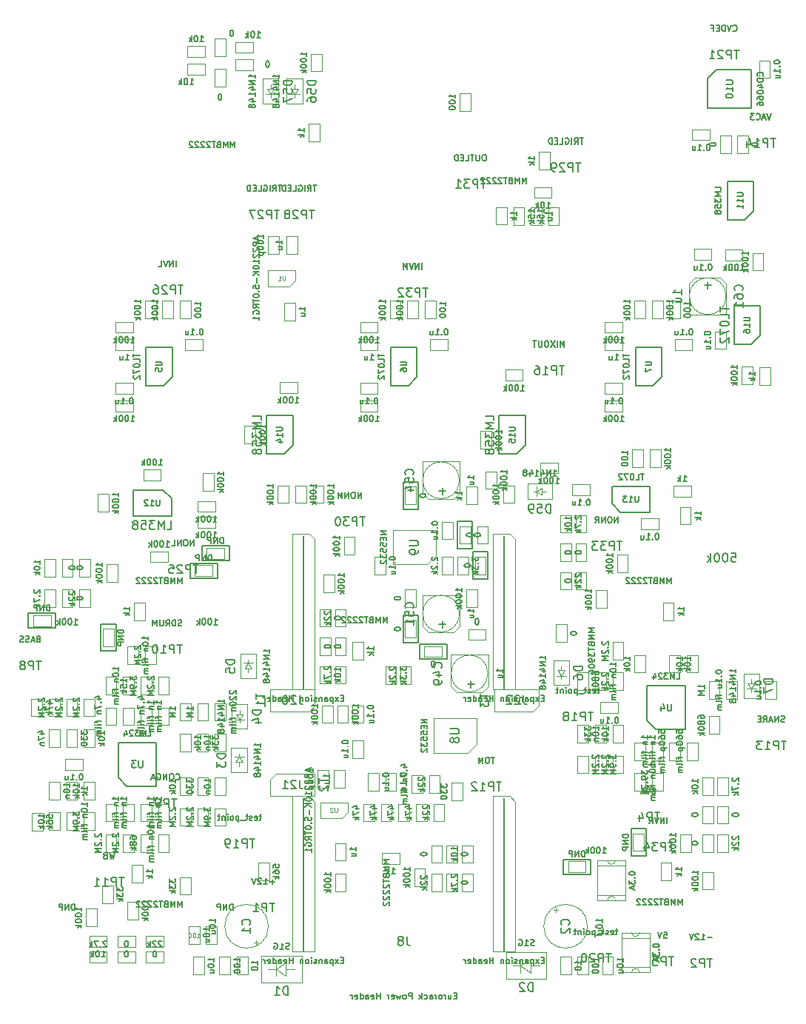
<source format=gbr>
G04 #@! TF.GenerationSoftware,KiCad,Pcbnew,(6.0.0-rc1-dev-1122-gbe0935b)*
G04 #@! TF.CreationDate,2018-11-02T12:34:24-07:00*
G04 #@! TF.ProjectId,50_matter2_comp,35305f6d-6174-4746-9572-325f636f6d70,rev?*
G04 #@! TF.SameCoordinates,Original*
G04 #@! TF.FileFunction,Other,Fab,Bot*
%FSLAX46Y46*%
G04 Gerber Fmt 4.6, Leading zero omitted, Abs format (unit mm)*
G04 Created by KiCad (PCBNEW (6.0.0-rc1-dev-1122-gbe0935b)) date Fri Nov  2 12:34:24 2018*
%MOMM*%
%LPD*%
G01*
G04 APERTURE LIST*
%ADD10C,0.100000*%
%ADD11C,0.150000*%
%ADD12C,0.050000*%
%ADD13C,0.075000*%
%ADD14C,0.125000*%
G04 APERTURE END LIST*
D10*
G04 #@! TO.C,U9*
X153650000Y-105605000D02*
X153650000Y-102705000D01*
X153650000Y-102705000D02*
X148750000Y-102705000D01*
X148750000Y-102705000D02*
X148750000Y-106605000D01*
X148750000Y-106605000D02*
X152650000Y-106605000D01*
X152650000Y-106605000D02*
X153650000Y-105605000D01*
G04 #@! TO.C,U8*
X158300000Y-127150000D02*
X158300000Y-124250000D01*
X158300000Y-124250000D02*
X153400000Y-124250000D01*
X153400000Y-124250000D02*
X153400000Y-128150000D01*
X153400000Y-128150000D02*
X157300000Y-128150000D01*
X157300000Y-128150000D02*
X158300000Y-127150000D01*
D11*
G04 #@! TO.C,U5*
X123500000Y-85200000D02*
X123500000Y-81800000D01*
X123500000Y-81800000D02*
X120500000Y-81800000D01*
X120500000Y-81800000D02*
X120500000Y-86200000D01*
X120500000Y-86200000D02*
X122500000Y-86200000D01*
X122500000Y-86200000D02*
X123500000Y-85200000D01*
D12*
G04 #@! TO.C,C3*
X136325000Y-76750000D02*
X137575000Y-76750000D01*
X137575000Y-76750000D02*
X137575000Y-78750000D01*
X136325000Y-76750000D02*
X136325000Y-78750000D01*
X136325000Y-78750000D02*
X137575000Y-78750000D01*
G04 #@! TO.C,C4*
X135675000Y-71100000D02*
X134425000Y-71100000D01*
X134425000Y-71100000D02*
X134425000Y-69100000D01*
X135675000Y-71100000D02*
X135675000Y-69100000D01*
X135675000Y-69100000D02*
X134425000Y-69100000D01*
G04 #@! TO.C,C5*
X137825000Y-71100000D02*
X136575000Y-71100000D01*
X136575000Y-71100000D02*
X136575000Y-69100000D01*
X137825000Y-71100000D02*
X137825000Y-69100000D01*
X137825000Y-69100000D02*
X136575000Y-69100000D01*
G04 #@! TO.C,C6*
X142125000Y-138500000D02*
X143375000Y-138500000D01*
X143375000Y-138500000D02*
X143375000Y-140500000D01*
X142125000Y-138500000D02*
X142125000Y-140500000D01*
X142125000Y-140500000D02*
X143375000Y-140500000D01*
G04 #@! TO.C,C7*
X141375000Y-132150000D02*
X140125000Y-132150000D01*
X140125000Y-132150000D02*
X140125000Y-130150000D01*
X141375000Y-132150000D02*
X141375000Y-130150000D01*
X141375000Y-130150000D02*
X140125000Y-130150000D01*
G04 #@! TO.C,C8*
X143225000Y-132150000D02*
X141975000Y-132150000D01*
X141975000Y-132150000D02*
X141975000Y-130150000D01*
X143225000Y-132150000D02*
X143225000Y-130150000D01*
X143225000Y-130150000D02*
X141975000Y-130150000D01*
G04 #@! TO.C,C9*
X109375000Y-131500000D02*
X110625000Y-131500000D01*
X110625000Y-131500000D02*
X110625000Y-133500000D01*
X109375000Y-131500000D02*
X109375000Y-133500000D01*
X109375000Y-133500000D02*
X110625000Y-133500000D01*
G04 #@! TO.C,C10*
X115875000Y-134000000D02*
X117125000Y-134000000D01*
X117125000Y-134000000D02*
X117125000Y-136000000D01*
X115875000Y-134000000D02*
X115875000Y-136000000D01*
X115875000Y-136000000D02*
X117125000Y-136000000D01*
G04 #@! TO.C,C11*
X111375000Y-135000000D02*
X112625000Y-135000000D01*
X112625000Y-135000000D02*
X112625000Y-137000000D01*
X111375000Y-135000000D02*
X111375000Y-137000000D01*
X111375000Y-137000000D02*
X112625000Y-137000000D01*
G04 #@! TO.C,C12*
X119125000Y-136000000D02*
X117875000Y-136000000D01*
X117875000Y-136000000D02*
X117875000Y-134000000D01*
X119125000Y-136000000D02*
X119125000Y-134000000D01*
X119125000Y-134000000D02*
X117875000Y-134000000D01*
G04 #@! TO.C,C13*
X110625000Y-127500000D02*
X109375000Y-127500000D01*
X109375000Y-127500000D02*
X109375000Y-125500000D01*
X110625000Y-127500000D02*
X110625000Y-125500000D01*
X110625000Y-125500000D02*
X109375000Y-125500000D01*
G04 #@! TO.C,C14*
X117125000Y-125000000D02*
X115875000Y-125000000D01*
X115875000Y-125000000D02*
X115875000Y-123000000D01*
X117125000Y-125000000D02*
X117125000Y-123000000D01*
X117125000Y-123000000D02*
X115875000Y-123000000D01*
G04 #@! TO.C,C15*
X119125000Y-121500000D02*
X117875000Y-121500000D01*
X117875000Y-121500000D02*
X117875000Y-119500000D01*
X119125000Y-121500000D02*
X119125000Y-119500000D01*
X119125000Y-119500000D02*
X117875000Y-119500000D01*
G04 #@! TO.C,C16*
X117875000Y-123000000D02*
X119125000Y-123000000D01*
X119125000Y-123000000D02*
X119125000Y-125000000D01*
X117875000Y-123000000D02*
X117875000Y-125000000D01*
X117875000Y-125000000D02*
X119125000Y-125000000D01*
G04 #@! TO.C,C17*
X129625000Y-128000000D02*
X128375000Y-128000000D01*
X128375000Y-128000000D02*
X128375000Y-126000000D01*
X129625000Y-128000000D02*
X129625000Y-126000000D01*
X129625000Y-126000000D02*
X128375000Y-126000000D01*
G04 #@! TO.C,C20*
X118375000Y-116000000D02*
X119625000Y-116000000D01*
X119625000Y-116000000D02*
X119625000Y-118000000D01*
X118375000Y-116000000D02*
X118375000Y-118000000D01*
X118375000Y-118000000D02*
X119625000Y-118000000D01*
G04 #@! TO.C,C21*
X119875000Y-123000000D02*
X121125000Y-123000000D01*
X121125000Y-123000000D02*
X121125000Y-125000000D01*
X119875000Y-123000000D02*
X119875000Y-125000000D01*
X119875000Y-125000000D02*
X121125000Y-125000000D01*
G04 #@! TO.C,C27*
X176375000Y-127000000D02*
X177625000Y-127000000D01*
X177625000Y-127000000D02*
X177625000Y-129000000D01*
X176375000Y-127000000D02*
X176375000Y-129000000D01*
X176375000Y-129000000D02*
X177625000Y-129000000D01*
G04 #@! TO.C,C28*
X176375000Y-130500000D02*
X177625000Y-130500000D01*
X177625000Y-130500000D02*
X177625000Y-132500000D01*
X176375000Y-130500000D02*
X176375000Y-132500000D01*
X176375000Y-132500000D02*
X177625000Y-132500000D01*
G04 #@! TO.C,C29*
X179625000Y-129000000D02*
X178375000Y-129000000D01*
X178375000Y-129000000D02*
X178375000Y-127000000D01*
X179625000Y-129000000D02*
X179625000Y-127000000D01*
X179625000Y-127000000D02*
X178375000Y-127000000D01*
G04 #@! TO.C,C30*
X171875000Y-119000000D02*
X173125000Y-119000000D01*
X173125000Y-119000000D02*
X173125000Y-121000000D01*
X171875000Y-119000000D02*
X171875000Y-121000000D01*
X171875000Y-121000000D02*
X173125000Y-121000000D01*
G04 #@! TO.C,C31*
X188125000Y-122000000D02*
X186875000Y-122000000D01*
X186875000Y-122000000D02*
X186875000Y-120000000D01*
X188125000Y-122000000D02*
X188125000Y-120000000D01*
X188125000Y-120000000D02*
X186875000Y-120000000D01*
G04 #@! TO.C,C32*
X192625000Y-122000000D02*
X191375000Y-122000000D01*
X191375000Y-122000000D02*
X191375000Y-120000000D01*
X192625000Y-122000000D02*
X192625000Y-120000000D01*
X192625000Y-120000000D02*
X191375000Y-120000000D01*
G04 #@! TO.C,R3*
X130875000Y-151500000D02*
X132125000Y-151500000D01*
X132125000Y-151500000D02*
X132125000Y-153500000D01*
X130875000Y-151500000D02*
X130875000Y-153500000D01*
X130875000Y-153500000D02*
X132125000Y-153500000D01*
G04 #@! TO.C,R4*
X167875000Y-151500000D02*
X169125000Y-151500000D01*
X169125000Y-151500000D02*
X169125000Y-153500000D01*
X167875000Y-151500000D02*
X167875000Y-153500000D01*
X167875000Y-153500000D02*
X169125000Y-153500000D01*
G04 #@! TO.C,R5*
X167375000Y-113500000D02*
X168625000Y-113500000D01*
X168625000Y-113500000D02*
X168625000Y-115500000D01*
X167375000Y-113500000D02*
X167375000Y-115500000D01*
X167375000Y-115500000D02*
X168625000Y-115500000D01*
G04 #@! TO.C,R6*
X111375000Y-131500000D02*
X112625000Y-131500000D01*
X112625000Y-131500000D02*
X112625000Y-133500000D01*
X111375000Y-131500000D02*
X111375000Y-133500000D01*
X111375000Y-133500000D02*
X112625000Y-133500000D01*
G04 #@! TO.C,R7*
X114625000Y-133500000D02*
X113375000Y-133500000D01*
X113375000Y-133500000D02*
X113375000Y-131500000D01*
X114625000Y-133500000D02*
X114625000Y-131500000D01*
X114625000Y-131500000D02*
X113375000Y-131500000D01*
G04 #@! TO.C,R8*
X114625000Y-137000000D02*
X113375000Y-137000000D01*
X113375000Y-137000000D02*
X113375000Y-135000000D01*
X114625000Y-137000000D02*
X114625000Y-135000000D01*
X114625000Y-135000000D02*
X113375000Y-135000000D01*
G04 #@! TO.C,R9*
X117125000Y-139500000D02*
X115875000Y-139500000D01*
X115875000Y-139500000D02*
X115875000Y-137500000D01*
X117125000Y-139500000D02*
X117125000Y-137500000D01*
X117125000Y-137500000D02*
X115875000Y-137500000D01*
G04 #@! TO.C,R10*
X110625000Y-137000000D02*
X109375000Y-137000000D01*
X109375000Y-137000000D02*
X109375000Y-135000000D01*
X110625000Y-137000000D02*
X110625000Y-135000000D01*
X110625000Y-135000000D02*
X109375000Y-135000000D01*
G04 #@! TO.C,R11*
X119125000Y-139500000D02*
X117875000Y-139500000D01*
X117875000Y-139500000D02*
X117875000Y-137500000D01*
X119125000Y-139500000D02*
X119125000Y-137500000D01*
X119125000Y-137500000D02*
X117875000Y-137500000D01*
G04 #@! TO.C,R12*
X111375000Y-125500000D02*
X112625000Y-125500000D01*
X112625000Y-125500000D02*
X112625000Y-127500000D01*
X111375000Y-125500000D02*
X111375000Y-127500000D01*
X111375000Y-127500000D02*
X112625000Y-127500000D01*
G04 #@! TO.C,R13*
X113375000Y-125500000D02*
X114625000Y-125500000D01*
X114625000Y-125500000D02*
X114625000Y-127500000D01*
X113375000Y-125500000D02*
X113375000Y-127500000D01*
X113375000Y-127500000D02*
X114625000Y-127500000D01*
G04 #@! TO.C,R14*
X112625000Y-124000000D02*
X111375000Y-124000000D01*
X111375000Y-124000000D02*
X111375000Y-122000000D01*
X112625000Y-124000000D02*
X112625000Y-122000000D01*
X112625000Y-122000000D02*
X111375000Y-122000000D01*
G04 #@! TO.C,R15*
X114625000Y-124000000D02*
X113375000Y-124000000D01*
X113375000Y-124000000D02*
X113375000Y-122000000D01*
X114625000Y-124000000D02*
X114625000Y-122000000D01*
X114625000Y-122000000D02*
X113375000Y-122000000D01*
G04 #@! TO.C,R16*
X115875000Y-119500000D02*
X117125000Y-119500000D01*
X117125000Y-119500000D02*
X117125000Y-121500000D01*
X115875000Y-119500000D02*
X115875000Y-121500000D01*
X115875000Y-121500000D02*
X117125000Y-121500000D01*
G04 #@! TO.C,R17*
X110625000Y-124000000D02*
X109375000Y-124000000D01*
X109375000Y-124000000D02*
X109375000Y-122000000D01*
X110625000Y-124000000D02*
X110625000Y-122000000D01*
X110625000Y-122000000D02*
X109375000Y-122000000D01*
G04 #@! TO.C,R18*
X126375000Y-126000000D02*
X127625000Y-126000000D01*
X127625000Y-126000000D02*
X127625000Y-128000000D01*
X126375000Y-126000000D02*
X126375000Y-128000000D01*
X126375000Y-128000000D02*
X127625000Y-128000000D01*
G04 #@! TO.C,R19*
X127625000Y-124500000D02*
X126375000Y-124500000D01*
X126375000Y-124500000D02*
X126375000Y-122500000D01*
X127625000Y-124500000D02*
X127625000Y-122500000D01*
X127625000Y-122500000D02*
X126375000Y-122500000D01*
G04 #@! TO.C,R20*
X124375000Y-126000000D02*
X125625000Y-126000000D01*
X125625000Y-126000000D02*
X125625000Y-128000000D01*
X124375000Y-126000000D02*
X124375000Y-128000000D01*
X124375000Y-128000000D02*
X125625000Y-128000000D01*
G04 #@! TO.C,R21*
X121125000Y-121500000D02*
X119875000Y-121500000D01*
X119875000Y-121500000D02*
X119875000Y-119500000D01*
X121125000Y-121500000D02*
X121125000Y-119500000D01*
X121125000Y-119500000D02*
X119875000Y-119500000D01*
G04 #@! TO.C,R22*
X123125000Y-121500000D02*
X121875000Y-121500000D01*
X121875000Y-121500000D02*
X121875000Y-119500000D01*
X123125000Y-121500000D02*
X123125000Y-119500000D01*
X123125000Y-119500000D02*
X121875000Y-119500000D01*
G04 #@! TO.C,R23*
X125625000Y-124500000D02*
X124375000Y-124500000D01*
X124375000Y-124500000D02*
X124375000Y-122500000D01*
X125625000Y-124500000D02*
X125625000Y-122500000D01*
X125625000Y-122500000D02*
X124375000Y-122500000D01*
G04 #@! TO.C,R24*
X121625000Y-118000000D02*
X120375000Y-118000000D01*
X120375000Y-118000000D02*
X120375000Y-116000000D01*
X121625000Y-118000000D02*
X121625000Y-116000000D01*
X121625000Y-116000000D02*
X120375000Y-116000000D01*
G04 #@! TO.C,R25*
X127625000Y-133000000D02*
X126375000Y-133000000D01*
X126375000Y-133000000D02*
X126375000Y-131000000D01*
X127625000Y-133000000D02*
X127625000Y-131000000D01*
X127625000Y-131000000D02*
X126375000Y-131000000D01*
G04 #@! TO.C,R26*
X125625000Y-133000000D02*
X124375000Y-133000000D01*
X124375000Y-133000000D02*
X124375000Y-131000000D01*
X125625000Y-133000000D02*
X125625000Y-131000000D01*
X125625000Y-131000000D02*
X124375000Y-131000000D01*
G04 #@! TO.C,R27*
X129625000Y-136500000D02*
X128375000Y-136500000D01*
X128375000Y-136500000D02*
X128375000Y-134500000D01*
X129625000Y-136500000D02*
X129625000Y-134500000D01*
X129625000Y-134500000D02*
X128375000Y-134500000D01*
G04 #@! TO.C,R28*
X127625000Y-136500000D02*
X126375000Y-136500000D01*
X126375000Y-136500000D02*
X126375000Y-134500000D01*
X127625000Y-136500000D02*
X127625000Y-134500000D01*
X127625000Y-134500000D02*
X126375000Y-134500000D01*
G04 #@! TO.C,R29*
X121125000Y-139500000D02*
X119875000Y-139500000D01*
X119875000Y-139500000D02*
X119875000Y-137500000D01*
X121125000Y-139500000D02*
X121125000Y-137500000D01*
X121125000Y-137500000D02*
X119875000Y-137500000D01*
G04 #@! TO.C,R30*
X125625000Y-136500000D02*
X124375000Y-136500000D01*
X124375000Y-136500000D02*
X124375000Y-134500000D01*
X125625000Y-136500000D02*
X125625000Y-134500000D01*
X125625000Y-134500000D02*
X124375000Y-134500000D01*
G04 #@! TO.C,R31*
X173125000Y-127000000D02*
X171875000Y-127000000D01*
X171875000Y-127000000D02*
X171875000Y-125000000D01*
X173125000Y-127000000D02*
X173125000Y-125000000D01*
X173125000Y-125000000D02*
X171875000Y-125000000D01*
G04 #@! TO.C,R32*
X175125000Y-127000000D02*
X173875000Y-127000000D01*
X173875000Y-127000000D02*
X173875000Y-125000000D01*
X175125000Y-127000000D02*
X175125000Y-125000000D01*
X175125000Y-125000000D02*
X173875000Y-125000000D01*
G04 #@! TO.C,R33*
X171875000Y-128500000D02*
X173125000Y-128500000D01*
X173125000Y-128500000D02*
X173125000Y-130500000D01*
X171875000Y-128500000D02*
X171875000Y-130500000D01*
X171875000Y-130500000D02*
X173125000Y-130500000D01*
G04 #@! TO.C,R34*
X169875000Y-128500000D02*
X171125000Y-128500000D01*
X171125000Y-128500000D02*
X171125000Y-130500000D01*
X169875000Y-128500000D02*
X169875000Y-130500000D01*
X169875000Y-130500000D02*
X171125000Y-130500000D01*
G04 #@! TO.C,R35*
X179625000Y-132500000D02*
X178375000Y-132500000D01*
X178375000Y-132500000D02*
X178375000Y-130500000D01*
X179625000Y-132500000D02*
X179625000Y-130500000D01*
X179625000Y-130500000D02*
X178375000Y-130500000D01*
G04 #@! TO.C,R36*
X175125000Y-130500000D02*
X173875000Y-130500000D01*
X173875000Y-130500000D02*
X173875000Y-128500000D01*
X175125000Y-130500000D02*
X175125000Y-128500000D01*
X175125000Y-128500000D02*
X173875000Y-128500000D01*
G04 #@! TO.C,R37*
X169875000Y-119000000D02*
X171125000Y-119000000D01*
X171125000Y-119000000D02*
X171125000Y-121000000D01*
X169875000Y-119000000D02*
X169875000Y-121000000D01*
X169875000Y-121000000D02*
X171125000Y-121000000D01*
G04 #@! TO.C,R43*
X180375000Y-117000000D02*
X181625000Y-117000000D01*
X181625000Y-117000000D02*
X181625000Y-119000000D01*
X180375000Y-117000000D02*
X180375000Y-119000000D01*
X180375000Y-119000000D02*
X181625000Y-119000000D01*
G04 #@! TO.C,R44*
X186125000Y-126000000D02*
X184875000Y-126000000D01*
X184875000Y-126000000D02*
X184875000Y-124000000D01*
X186125000Y-126000000D02*
X186125000Y-124000000D01*
X186125000Y-124000000D02*
X184875000Y-124000000D01*
G04 #@! TO.C,R45*
X128875000Y-151500000D02*
X130125000Y-151500000D01*
X130125000Y-151500000D02*
X130125000Y-153500000D01*
X128875000Y-151500000D02*
X128875000Y-153500000D01*
X128875000Y-153500000D02*
X130125000Y-153500000D01*
G04 #@! TO.C,R52*
X124375000Y-76500000D02*
X125625000Y-76500000D01*
X125625000Y-76500000D02*
X125625000Y-78500000D01*
X124375000Y-76500000D02*
X124375000Y-78500000D01*
X124375000Y-78500000D02*
X125625000Y-78500000D01*
G04 #@! TO.C,R64*
X116000000Y-149125000D02*
X116000000Y-150375000D01*
X116000000Y-150375000D02*
X114000000Y-150375000D01*
X116000000Y-149125000D02*
X114000000Y-149125000D01*
X114000000Y-149125000D02*
X114000000Y-150375000D01*
G04 #@! TO.C,R65*
X119250000Y-149125000D02*
X119250000Y-150375000D01*
X119250000Y-150375000D02*
X117250000Y-150375000D01*
X119250000Y-149125000D02*
X117250000Y-149125000D01*
X117250000Y-149125000D02*
X117250000Y-150375000D01*
G04 #@! TO.C,R66*
X122500000Y-149125000D02*
X122500000Y-150375000D01*
X122500000Y-150375000D02*
X120500000Y-150375000D01*
X122500000Y-149125000D02*
X120500000Y-149125000D01*
X120500000Y-149125000D02*
X120500000Y-150375000D01*
G04 #@! TO.C,R67*
X120500000Y-152125000D02*
X120500000Y-150875000D01*
X120500000Y-150875000D02*
X122500000Y-150875000D01*
X120500000Y-152125000D02*
X122500000Y-152125000D01*
X122500000Y-152125000D02*
X122500000Y-150875000D01*
G04 #@! TO.C,R68*
X117250000Y-152125000D02*
X117250000Y-150875000D01*
X117250000Y-150875000D02*
X119250000Y-150875000D01*
X117250000Y-152125000D02*
X119250000Y-152125000D01*
X119250000Y-152125000D02*
X119250000Y-150875000D01*
G04 #@! TO.C,R69*
X114000000Y-152125000D02*
X114000000Y-150875000D01*
X114000000Y-150875000D02*
X116000000Y-150875000D01*
X114000000Y-152125000D02*
X116000000Y-152125000D01*
X116000000Y-152125000D02*
X116000000Y-150875000D01*
G04 #@! TO.C,R71*
X118875000Y-141000000D02*
X120125000Y-141000000D01*
X120125000Y-141000000D02*
X120125000Y-143000000D01*
X118875000Y-141000000D02*
X118875000Y-143000000D01*
X118875000Y-143000000D02*
X120125000Y-143000000D01*
G04 #@! TO.C,R72*
X110125000Y-108000000D02*
X108875000Y-108000000D01*
X108875000Y-108000000D02*
X108875000Y-106000000D01*
X110125000Y-108000000D02*
X110125000Y-106000000D01*
X110125000Y-106000000D02*
X108875000Y-106000000D01*
G04 #@! TO.C,R73*
X110875000Y-106000000D02*
X112125000Y-106000000D01*
X112125000Y-106000000D02*
X112125000Y-108000000D01*
X110875000Y-106000000D02*
X110875000Y-108000000D01*
X110875000Y-108000000D02*
X112125000Y-108000000D01*
G04 #@! TO.C,R74*
X114125000Y-108000000D02*
X112875000Y-108000000D01*
X112875000Y-108000000D02*
X112875000Y-106000000D01*
X114125000Y-108000000D02*
X114125000Y-106000000D01*
X114125000Y-106000000D02*
X112875000Y-106000000D01*
G04 #@! TO.C,R75*
X114125000Y-111500000D02*
X112875000Y-111500000D01*
X112875000Y-111500000D02*
X112875000Y-109500000D01*
X114125000Y-111500000D02*
X114125000Y-109500000D01*
X114125000Y-109500000D02*
X112875000Y-109500000D01*
G04 #@! TO.C,R76*
X110875000Y-109500000D02*
X112125000Y-109500000D01*
X112125000Y-109500000D02*
X112125000Y-111500000D01*
X110875000Y-109500000D02*
X110875000Y-111500000D01*
X110875000Y-111500000D02*
X112125000Y-111500000D01*
G04 #@! TO.C,R78*
X121000000Y-106375000D02*
X121000000Y-105125000D01*
X121000000Y-105125000D02*
X123000000Y-105125000D01*
X121000000Y-106375000D02*
X123000000Y-106375000D01*
X123000000Y-106375000D02*
X123000000Y-105125000D01*
G04 #@! TO.C,R79*
X120375000Y-113000000D02*
X119125000Y-113000000D01*
X119125000Y-113000000D02*
X119125000Y-111000000D01*
X120375000Y-113000000D02*
X120375000Y-111000000D01*
X120375000Y-111000000D02*
X119125000Y-111000000D01*
G04 #@! TO.C,R80*
X119000000Y-87875000D02*
X119000000Y-89125000D01*
X119000000Y-89125000D02*
X117000000Y-89125000D01*
X119000000Y-87875000D02*
X117000000Y-87875000D01*
X117000000Y-87875000D02*
X117000000Y-89125000D01*
G04 #@! TO.C,R82*
X119000000Y-78875000D02*
X119000000Y-80125000D01*
X119000000Y-80125000D02*
X117000000Y-80125000D01*
X119000000Y-78875000D02*
X117000000Y-78875000D01*
X117000000Y-78875000D02*
X117000000Y-80125000D01*
G04 #@! TO.C,R83*
X121625000Y-78500000D02*
X120375000Y-78500000D01*
X120375000Y-78500000D02*
X120375000Y-76500000D01*
X121625000Y-78500000D02*
X121625000Y-76500000D01*
X121625000Y-76500000D02*
X120375000Y-76500000D01*
G04 #@! TO.C,R91*
X152375000Y-76500000D02*
X153625000Y-76500000D01*
X153625000Y-76500000D02*
X153625000Y-78500000D01*
X152375000Y-76500000D02*
X152375000Y-78500000D01*
X152375000Y-78500000D02*
X153625000Y-78500000D01*
G04 #@! TO.C,R103*
X157875000Y-140750000D02*
X156625000Y-140750000D01*
X156625000Y-140750000D02*
X156625000Y-138750000D01*
X157875000Y-140750000D02*
X157875000Y-138750000D01*
X157875000Y-138750000D02*
X156625000Y-138750000D01*
G04 #@! TO.C,R105*
X154375000Y-140750000D02*
X153125000Y-140750000D01*
X153125000Y-140750000D02*
X153125000Y-138750000D01*
X154375000Y-140750000D02*
X154375000Y-138750000D01*
X154375000Y-138750000D02*
X153125000Y-138750000D01*
G04 #@! TO.C,R106*
X154375000Y-144000000D02*
X153125000Y-144000000D01*
X153125000Y-144000000D02*
X153125000Y-142000000D01*
X154375000Y-144000000D02*
X154375000Y-142000000D01*
X154375000Y-142000000D02*
X153125000Y-142000000D01*
G04 #@! TO.C,R108*
X157875000Y-144000000D02*
X156625000Y-144000000D01*
X156625000Y-144000000D02*
X156625000Y-142000000D01*
X157875000Y-144000000D02*
X157875000Y-142000000D01*
X157875000Y-142000000D02*
X156625000Y-142000000D01*
G04 #@! TO.C,R109*
X143375000Y-144000000D02*
X142125000Y-144000000D01*
X142125000Y-144000000D02*
X142125000Y-142000000D01*
X143375000Y-144000000D02*
X143375000Y-142000000D01*
X143375000Y-142000000D02*
X142125000Y-142000000D01*
G04 #@! TO.C,R110*
X149500000Y-139625000D02*
X149500000Y-140875000D01*
X149500000Y-140875000D02*
X147500000Y-140875000D01*
X149500000Y-139625000D02*
X147500000Y-139625000D01*
X147500000Y-139625000D02*
X147500000Y-140875000D01*
G04 #@! TO.C,R111*
X140375000Y-118250000D02*
X141625000Y-118250000D01*
X141625000Y-118250000D02*
X141625000Y-120250000D01*
X140375000Y-118250000D02*
X140375000Y-120250000D01*
X140375000Y-120250000D02*
X141625000Y-120250000D01*
G04 #@! TO.C,R112*
X140375000Y-115000000D02*
X141625000Y-115000000D01*
X141625000Y-115000000D02*
X141625000Y-117000000D01*
X140375000Y-115000000D02*
X140375000Y-117000000D01*
X140375000Y-117000000D02*
X141625000Y-117000000D01*
G04 #@! TO.C,R38*
X175125000Y-121000000D02*
X173875000Y-121000000D01*
X173875000Y-121000000D02*
X173875000Y-119000000D01*
X175125000Y-121000000D02*
X175125000Y-119000000D01*
X175125000Y-119000000D02*
X173875000Y-119000000D01*
G04 #@! TO.C,R39*
X175125000Y-117500000D02*
X173875000Y-117500000D01*
X173875000Y-117500000D02*
X173875000Y-115500000D01*
X175125000Y-117500000D02*
X175125000Y-115500000D01*
X175125000Y-115500000D02*
X173875000Y-115500000D01*
G04 #@! TO.C,C33*
X183625000Y-129000000D02*
X182375000Y-129000000D01*
X182375000Y-129000000D02*
X182375000Y-127000000D01*
X183625000Y-129000000D02*
X183625000Y-127000000D01*
X183625000Y-127000000D02*
X182375000Y-127000000D01*
G04 #@! TO.C,C34*
X181625000Y-129000000D02*
X180375000Y-129000000D01*
X180375000Y-129000000D02*
X180375000Y-127000000D01*
X181625000Y-129000000D02*
X181625000Y-127000000D01*
X181625000Y-127000000D02*
X180375000Y-127000000D01*
G04 #@! TO.C,C35*
X125875000Y-151500000D02*
X127125000Y-151500000D01*
X127125000Y-151500000D02*
X127125000Y-153500000D01*
X125875000Y-151500000D02*
X125875000Y-153500000D01*
X125875000Y-153500000D02*
X127125000Y-153500000D01*
G04 #@! TO.C,C36*
X125000000Y-82125000D02*
X125000000Y-80875000D01*
X125000000Y-80875000D02*
X127000000Y-80875000D01*
X125000000Y-82125000D02*
X127000000Y-82125000D01*
X127000000Y-82125000D02*
X127000000Y-80875000D01*
G04 #@! TO.C,C37*
X119000000Y-85875000D02*
X119000000Y-87125000D01*
X119000000Y-87125000D02*
X117000000Y-87125000D01*
X119000000Y-85875000D02*
X117000000Y-85875000D01*
X117000000Y-85875000D02*
X117000000Y-87125000D01*
G04 #@! TO.C,C38*
X119000000Y-80875000D02*
X119000000Y-82125000D01*
X119000000Y-82125000D02*
X117000000Y-82125000D01*
X119000000Y-80875000D02*
X117000000Y-80875000D01*
X117000000Y-80875000D02*
X117000000Y-82125000D01*
G04 #@! TO.C,C39*
X153000000Y-82125000D02*
X153000000Y-80875000D01*
X153000000Y-80875000D02*
X155000000Y-80875000D01*
X153000000Y-82125000D02*
X155000000Y-82125000D01*
X155000000Y-82125000D02*
X155000000Y-80875000D01*
G04 #@! TO.C,C40*
X147000000Y-85875000D02*
X147000000Y-87125000D01*
X147000000Y-87125000D02*
X145000000Y-87125000D01*
X147000000Y-85875000D02*
X145000000Y-85875000D01*
X145000000Y-85875000D02*
X145000000Y-87125000D01*
G04 #@! TO.C,C41*
X147000000Y-80875000D02*
X147000000Y-82125000D01*
X147000000Y-82125000D02*
X145000000Y-82125000D01*
X147000000Y-80875000D02*
X145000000Y-80875000D01*
X145000000Y-80875000D02*
X145000000Y-82125000D01*
G04 #@! TO.C,C42*
X181000000Y-82125000D02*
X181000000Y-80875000D01*
X181000000Y-80875000D02*
X183000000Y-80875000D01*
X181000000Y-82125000D02*
X183000000Y-82125000D01*
X183000000Y-82125000D02*
X183000000Y-80875000D01*
G04 #@! TO.C,C43*
X175000000Y-85875000D02*
X175000000Y-87125000D01*
X175000000Y-87125000D02*
X173000000Y-87125000D01*
X175000000Y-85875000D02*
X173000000Y-85875000D01*
X173000000Y-85875000D02*
X173000000Y-87125000D01*
G04 #@! TO.C,C44*
X175000000Y-80875000D02*
X175000000Y-82125000D01*
X175000000Y-82125000D02*
X173000000Y-82125000D01*
X175000000Y-80875000D02*
X173000000Y-80875000D01*
X173000000Y-80875000D02*
X173000000Y-82125000D01*
G04 #@! TO.C,C45*
X147875000Y-130500000D02*
X149125000Y-130500000D01*
X149125000Y-130500000D02*
X149125000Y-132500000D01*
X147875000Y-130500000D02*
X147875000Y-132500000D01*
X147875000Y-132500000D02*
X149125000Y-132500000D01*
G04 #@! TO.C,C46*
X145875000Y-130500000D02*
X147125000Y-130500000D01*
X147125000Y-130500000D02*
X147125000Y-132500000D01*
X145875000Y-130500000D02*
X145875000Y-132500000D01*
X145875000Y-132500000D02*
X147125000Y-132500000D01*
G04 #@! TO.C,R114*
X143375000Y-113750000D02*
X142125000Y-113750000D01*
X142125000Y-113750000D02*
X142125000Y-111750000D01*
X143375000Y-113750000D02*
X143375000Y-111750000D01*
X143375000Y-111750000D02*
X142125000Y-111750000D01*
G04 #@! TO.C,R115*
X143375000Y-117000000D02*
X142125000Y-117000000D01*
X142125000Y-117000000D02*
X142125000Y-115000000D01*
X143375000Y-117000000D02*
X143375000Y-115000000D01*
X143375000Y-115000000D02*
X142125000Y-115000000D01*
G04 #@! TO.C,R117*
X144375000Y-105500000D02*
X143125000Y-105500000D01*
X143125000Y-105500000D02*
X143125000Y-103500000D01*
X144375000Y-105500000D02*
X144375000Y-103500000D01*
X144375000Y-103500000D02*
X143125000Y-103500000D01*
G04 #@! TO.C,R118*
X144125000Y-115500000D02*
X145375000Y-115500000D01*
X145375000Y-115500000D02*
X145375000Y-117500000D01*
X144125000Y-115500000D02*
X144125000Y-117500000D01*
X144125000Y-117500000D02*
X145375000Y-117500000D01*
G04 #@! TO.C,R119*
X147000000Y-87875000D02*
X147000000Y-89125000D01*
X147000000Y-89125000D02*
X145000000Y-89125000D01*
X147000000Y-87875000D02*
X145000000Y-87875000D01*
X145000000Y-87875000D02*
X145000000Y-89125000D01*
G04 #@! TO.C,R121*
X147000000Y-78875000D02*
X147000000Y-80125000D01*
X147000000Y-80125000D02*
X145000000Y-80125000D01*
X147000000Y-78875000D02*
X145000000Y-78875000D01*
X145000000Y-78875000D02*
X145000000Y-80125000D01*
G04 #@! TO.C,C22*
X129625000Y-133000000D02*
X128375000Y-133000000D01*
X128375000Y-133000000D02*
X128375000Y-131000000D01*
X129625000Y-133000000D02*
X129625000Y-131000000D01*
X129625000Y-131000000D02*
X128375000Y-131000000D01*
G04 #@! TO.C,C23*
X119875000Y-134000000D02*
X121125000Y-134000000D01*
X121125000Y-134000000D02*
X121125000Y-136000000D01*
X119875000Y-134000000D02*
X119875000Y-136000000D01*
X119875000Y-136000000D02*
X121125000Y-136000000D01*
G04 #@! TO.C,C24*
X123125000Y-139500000D02*
X121875000Y-139500000D01*
X121875000Y-139500000D02*
X121875000Y-137500000D01*
X123125000Y-139500000D02*
X123125000Y-137500000D01*
X123125000Y-137500000D02*
X121875000Y-137500000D01*
G04 #@! TO.C,C25*
X123125000Y-136000000D02*
X121875000Y-136000000D01*
X121875000Y-136000000D02*
X121875000Y-134000000D01*
X123125000Y-136000000D02*
X123125000Y-134000000D01*
X123125000Y-134000000D02*
X121875000Y-134000000D01*
G04 #@! TO.C,C26*
X169875000Y-125000000D02*
X171125000Y-125000000D01*
X171125000Y-125000000D02*
X171125000Y-127000000D01*
X169875000Y-125000000D02*
X169875000Y-127000000D01*
X169875000Y-127000000D02*
X171125000Y-127000000D01*
G04 #@! TO.C,R40*
X177625000Y-119000000D02*
X176375000Y-119000000D01*
X176375000Y-119000000D02*
X176375000Y-117000000D01*
X177625000Y-119000000D02*
X177625000Y-117000000D01*
X177625000Y-117000000D02*
X176375000Y-117000000D01*
G04 #@! TO.C,R41*
X186125000Y-122000000D02*
X184875000Y-122000000D01*
X184875000Y-122000000D02*
X184875000Y-120000000D01*
X186125000Y-122000000D02*
X186125000Y-120000000D01*
X186125000Y-120000000D02*
X184875000Y-120000000D01*
G04 #@! TO.C,R42*
X183625000Y-119000000D02*
X182375000Y-119000000D01*
X182375000Y-119000000D02*
X182375000Y-117000000D01*
X183625000Y-119000000D02*
X183625000Y-117000000D01*
X183625000Y-117000000D02*
X182375000Y-117000000D01*
G04 #@! TO.C,R77*
X110125000Y-111500000D02*
X108875000Y-111500000D01*
X108875000Y-111500000D02*
X108875000Y-109500000D01*
X110125000Y-111500000D02*
X110125000Y-109500000D01*
X110125000Y-109500000D02*
X108875000Y-109500000D01*
G04 #@! TO.C,R104*
X154875000Y-138750000D02*
X156125000Y-138750000D01*
X156125000Y-138750000D02*
X156125000Y-140750000D01*
X154875000Y-138750000D02*
X154875000Y-140750000D01*
X154875000Y-140750000D02*
X156125000Y-140750000D01*
G04 #@! TO.C,R113*
X140375000Y-111750000D02*
X141625000Y-111750000D01*
X141625000Y-111750000D02*
X141625000Y-113750000D01*
X140375000Y-111750000D02*
X140375000Y-113750000D01*
X140375000Y-113750000D02*
X141625000Y-113750000D01*
D10*
G04 #@! TO.C,U2*
X142900000Y-135650000D02*
X143550000Y-135000000D01*
X143550000Y-133850000D02*
X143550000Y-135000000D01*
X142900000Y-135650000D02*
X140450000Y-135650000D01*
X140450000Y-133850000D02*
X140450000Y-135650000D01*
X143550000Y-133850000D02*
X140450000Y-133850000D01*
D12*
G04 #@! TO.C,C47*
X145375000Y-128750000D02*
X144125000Y-128750000D01*
X144125000Y-128750000D02*
X144125000Y-126750000D01*
X145375000Y-128750000D02*
X145375000Y-126750000D01*
X145375000Y-126750000D02*
X144125000Y-126750000D01*
G04 #@! TO.C,C48*
X152125000Y-132750000D02*
X150875000Y-132750000D01*
X150875000Y-132750000D02*
X150875000Y-130750000D01*
X152125000Y-132750000D02*
X152125000Y-130750000D01*
X152125000Y-130750000D02*
X150875000Y-130750000D01*
D10*
G04 #@! TO.C,C49*
X159602380Y-119100000D02*
G75*
G03X159602380Y-119100000I-2102380J0D01*
G01*
X155380000Y-116970000D02*
X159650000Y-116970000D01*
X155380000Y-120560000D02*
X155380000Y-116970000D01*
X156050000Y-121230000D02*
X155380000Y-120560000D01*
X158970000Y-121230000D02*
X156050000Y-121230000D01*
X159650000Y-120560000D02*
X158970000Y-121230000D01*
X159650000Y-116970000D02*
X159650000Y-120560000D01*
D12*
G04 #@! TO.C,C50*
X144125000Y-122750000D02*
X145375000Y-122750000D01*
X145375000Y-122750000D02*
X145375000Y-124750000D01*
X144125000Y-122750000D02*
X144125000Y-124750000D01*
X144125000Y-124750000D02*
X145375000Y-124750000D01*
D10*
G04 #@! TO.C,C51*
X156352380Y-112250000D02*
G75*
G03X156352380Y-112250000I-2102380J0D01*
G01*
X152130000Y-110120000D02*
X156400000Y-110120000D01*
X152130000Y-113710000D02*
X152130000Y-110120000D01*
X152800000Y-114380000D02*
X152130000Y-113710000D01*
X155720000Y-114380000D02*
X152800000Y-114380000D01*
X156400000Y-113710000D02*
X155720000Y-114380000D01*
X156400000Y-110120000D02*
X156400000Y-113710000D01*
D12*
G04 #@! TO.C,C52*
X155625000Y-103750000D02*
X154375000Y-103750000D01*
X154375000Y-103750000D02*
X154375000Y-101750000D01*
X155625000Y-103750000D02*
X155625000Y-101750000D01*
X155625000Y-101750000D02*
X154375000Y-101750000D01*
G04 #@! TO.C,C53*
X146625000Y-105750000D02*
X147875000Y-105750000D01*
X147875000Y-105750000D02*
X147875000Y-107750000D01*
X146625000Y-105750000D02*
X146625000Y-107750000D01*
X146625000Y-107750000D02*
X147875000Y-107750000D01*
D10*
G04 #@! TO.C,C54*
X156352380Y-97000000D02*
G75*
G03X156352380Y-97000000I-2102380J0D01*
G01*
X152130000Y-94870000D02*
X156400000Y-94870000D01*
X152130000Y-98460000D02*
X152130000Y-94870000D01*
X152800000Y-99130000D02*
X152130000Y-98460000D01*
X155720000Y-99130000D02*
X152800000Y-99130000D01*
X156400000Y-98460000D02*
X155720000Y-99130000D01*
X156400000Y-94870000D02*
X156400000Y-98460000D01*
D12*
G04 #@! TO.C,C55*
X125375000Y-148000000D02*
X126625000Y-148000000D01*
X126625000Y-148000000D02*
X126625000Y-150000000D01*
X125375000Y-148000000D02*
X125375000Y-150000000D01*
X125375000Y-150000000D02*
X126625000Y-150000000D01*
G04 #@! TO.C,C56*
X172675000Y-151500000D02*
X173925000Y-151500000D01*
X173925000Y-151500000D02*
X173925000Y-153500000D01*
X172675000Y-151500000D02*
X172675000Y-153500000D01*
X172675000Y-153500000D02*
X173925000Y-153500000D01*
G04 #@! TO.C,R122*
X149625000Y-78500000D02*
X148375000Y-78500000D01*
X148375000Y-78500000D02*
X148375000Y-76500000D01*
X149625000Y-78500000D02*
X149625000Y-76500000D01*
X149625000Y-76500000D02*
X148375000Y-76500000D01*
G04 #@! TO.C,R123*
X151625000Y-78500000D02*
X150375000Y-78500000D01*
X150375000Y-78500000D02*
X150375000Y-76500000D01*
X151625000Y-78500000D02*
X151625000Y-76500000D01*
X151625000Y-76500000D02*
X150375000Y-76500000D01*
G04 #@! TO.C,R130*
X180375000Y-76500000D02*
X181625000Y-76500000D01*
X181625000Y-76500000D02*
X181625000Y-78500000D01*
X180375000Y-76500000D02*
X180375000Y-78500000D01*
X180375000Y-78500000D02*
X181625000Y-78500000D01*
G04 #@! TO.C,R139*
X177375000Y-95500000D02*
X176125000Y-95500000D01*
X176125000Y-95500000D02*
X176125000Y-93500000D01*
X177375000Y-95500000D02*
X177375000Y-93500000D01*
X177375000Y-93500000D02*
X176125000Y-93500000D01*
G04 #@! TO.C,R142*
X185375000Y-133000000D02*
X184125000Y-133000000D01*
X184125000Y-133000000D02*
X184125000Y-131000000D01*
X185375000Y-133000000D02*
X185375000Y-131000000D01*
X185375000Y-131000000D02*
X184125000Y-131000000D01*
G04 #@! TO.C,R143*
X185375000Y-136250000D02*
X184125000Y-136250000D01*
X184125000Y-136250000D02*
X184125000Y-134250000D01*
X185375000Y-136250000D02*
X185375000Y-134250000D01*
X185375000Y-134250000D02*
X184125000Y-134250000D01*
G04 #@! TO.C,R144*
X185375000Y-139500000D02*
X184125000Y-139500000D01*
X184125000Y-139500000D02*
X184125000Y-137500000D01*
X185375000Y-139500000D02*
X185375000Y-137500000D01*
X185375000Y-137500000D02*
X184125000Y-137500000D01*
G04 #@! TO.C,R145*
X185875000Y-137500000D02*
X187125000Y-137500000D01*
X187125000Y-137500000D02*
X187125000Y-139500000D01*
X185875000Y-137500000D02*
X185875000Y-139500000D01*
X185875000Y-139500000D02*
X187125000Y-139500000D01*
G04 #@! TO.C,R146*
X185875000Y-134250000D02*
X187125000Y-134250000D01*
X187125000Y-134250000D02*
X187125000Y-136250000D01*
X185875000Y-134250000D02*
X185875000Y-136250000D01*
X185875000Y-136250000D02*
X187125000Y-136250000D01*
G04 #@! TO.C,R147*
X185875000Y-131000000D02*
X187125000Y-131000000D01*
X187125000Y-131000000D02*
X187125000Y-133000000D01*
X185875000Y-131000000D02*
X185875000Y-133000000D01*
X185875000Y-133000000D02*
X187125000Y-133000000D01*
G04 #@! TO.C,R148*
X182875000Y-139500000D02*
X181625000Y-139500000D01*
X181625000Y-139500000D02*
X181625000Y-137500000D01*
X182875000Y-139500000D02*
X182875000Y-137500000D01*
X182875000Y-137500000D02*
X181625000Y-137500000D01*
G04 #@! TO.C,R149*
X179375000Y-140750000D02*
X180625000Y-140750000D01*
X180625000Y-140750000D02*
X180625000Y-142750000D01*
X179375000Y-140750000D02*
X179375000Y-142750000D01*
X179375000Y-142750000D02*
X180625000Y-142750000D01*
G04 #@! TO.C,R150*
X170875000Y-103000000D02*
X169625000Y-103000000D01*
X169625000Y-103000000D02*
X169625000Y-101000000D01*
X170875000Y-103000000D02*
X170875000Y-101000000D01*
X170875000Y-101000000D02*
X169625000Y-101000000D01*
G04 #@! TO.C,R151*
X170875000Y-106250000D02*
X169625000Y-106250000D01*
X169625000Y-106250000D02*
X169625000Y-104250000D01*
X170875000Y-106250000D02*
X170875000Y-104250000D01*
X170875000Y-104250000D02*
X169625000Y-104250000D01*
G04 #@! TO.C,R152*
X170875000Y-109500000D02*
X169625000Y-109500000D01*
X169625000Y-109500000D02*
X169625000Y-107500000D01*
X170875000Y-109500000D02*
X170875000Y-107500000D01*
X170875000Y-107500000D02*
X169625000Y-107500000D01*
G04 #@! TO.C,R153*
X167875000Y-107500000D02*
X169125000Y-107500000D01*
X169125000Y-107500000D02*
X169125000Y-109500000D01*
X167875000Y-107500000D02*
X167875000Y-109500000D01*
X167875000Y-109500000D02*
X169125000Y-109500000D01*
G04 #@! TO.C,R154*
X167875000Y-104250000D02*
X169125000Y-104250000D01*
X169125000Y-104250000D02*
X169125000Y-106250000D01*
X167875000Y-104250000D02*
X167875000Y-106250000D01*
X167875000Y-106250000D02*
X169125000Y-106250000D01*
G04 #@! TO.C,R155*
X167875000Y-101000000D02*
X169125000Y-101000000D01*
X169125000Y-101000000D02*
X169125000Y-103000000D01*
X167875000Y-101000000D02*
X167875000Y-103000000D01*
X167875000Y-103000000D02*
X169125000Y-103000000D01*
G04 #@! TO.C,R156*
X175625000Y-107500000D02*
X174375000Y-107500000D01*
X174375000Y-107500000D02*
X174375000Y-105500000D01*
X175625000Y-107500000D02*
X175625000Y-105500000D01*
X175625000Y-105500000D02*
X174375000Y-105500000D01*
G04 #@! TO.C,R157*
X179625000Y-111000000D02*
X180875000Y-111000000D01*
X180875000Y-111000000D02*
X180875000Y-113000000D01*
X179625000Y-111000000D02*
X179625000Y-113000000D01*
X179625000Y-113000000D02*
X180875000Y-113000000D01*
G04 #@! TO.C,R158*
X175000000Y-87875000D02*
X175000000Y-89125000D01*
X175000000Y-89125000D02*
X173000000Y-89125000D01*
X175000000Y-87875000D02*
X173000000Y-87875000D01*
X173000000Y-87875000D02*
X173000000Y-89125000D01*
G04 #@! TO.C,R159*
X178125000Y-93500000D02*
X179375000Y-93500000D01*
X179375000Y-93500000D02*
X179375000Y-95500000D01*
X178125000Y-93500000D02*
X178125000Y-95500000D01*
X178125000Y-95500000D02*
X179375000Y-95500000D01*
G04 #@! TO.C,R160*
X175000000Y-78875000D02*
X175000000Y-80125000D01*
X175000000Y-80125000D02*
X173000000Y-80125000D01*
X175000000Y-78875000D02*
X173000000Y-78875000D01*
X173000000Y-78875000D02*
X173000000Y-80125000D01*
G04 #@! TO.C,R161*
X177625000Y-78500000D02*
X176375000Y-78500000D01*
X176375000Y-78500000D02*
X176375000Y-76500000D01*
X177625000Y-78500000D02*
X177625000Y-76500000D01*
X177625000Y-76500000D02*
X176375000Y-76500000D01*
G04 #@! TO.C,R162*
X178375000Y-76500000D02*
X179625000Y-76500000D01*
X179625000Y-76500000D02*
X179625000Y-78500000D01*
X178375000Y-76500000D02*
X178375000Y-78500000D01*
X178375000Y-78500000D02*
X179625000Y-78500000D01*
D11*
G04 #@! TO.C,R163*
X159600000Y-105200000D02*
X159600000Y-108300100D01*
X157900000Y-105200000D02*
X159600000Y-105200000D01*
X157900000Y-108300000D02*
X157900000Y-105200000D01*
X159600000Y-108300000D02*
X157900000Y-108300000D01*
D12*
X159375000Y-107750000D02*
X158125000Y-107750000D01*
X158125000Y-107750000D02*
X158125000Y-105750000D01*
X159375000Y-107750000D02*
X159375000Y-105750000D01*
X159375000Y-105750000D02*
X158125000Y-105750000D01*
G04 #@! TO.C,R164*
X107375000Y-122000000D02*
X108625000Y-122000000D01*
X108625000Y-122000000D02*
X108625000Y-124000000D01*
X107375000Y-122000000D02*
X107375000Y-124000000D01*
X107375000Y-124000000D02*
X108625000Y-124000000D01*
G04 #@! TO.C,R165*
X146625000Y-136000000D02*
X145375000Y-136000000D01*
X145375000Y-136000000D02*
X145375000Y-134000000D01*
X146625000Y-136000000D02*
X146625000Y-134000000D01*
X146625000Y-134000000D02*
X145375000Y-134000000D01*
G04 #@! TO.C,R166*
X148625000Y-136000000D02*
X147375000Y-136000000D01*
X147375000Y-136000000D02*
X147375000Y-134000000D01*
X148625000Y-136000000D02*
X148625000Y-134000000D01*
X148625000Y-134000000D02*
X147375000Y-134000000D01*
G04 #@! TO.C,R167*
X150625000Y-136000000D02*
X149375000Y-136000000D01*
X149375000Y-136000000D02*
X149375000Y-134000000D01*
X150625000Y-136000000D02*
X150625000Y-134000000D01*
X150625000Y-134000000D02*
X149375000Y-134000000D01*
G04 #@! TO.C,R168*
X152625000Y-136000000D02*
X151375000Y-136000000D01*
X151375000Y-136000000D02*
X151375000Y-134000000D01*
X152625000Y-136000000D02*
X152625000Y-134000000D01*
X152625000Y-134000000D02*
X151375000Y-134000000D01*
G04 #@! TO.C,R169*
X154625000Y-136000000D02*
X153375000Y-136000000D01*
X153375000Y-136000000D02*
X153375000Y-134000000D01*
X154625000Y-136000000D02*
X154625000Y-134000000D01*
X154625000Y-134000000D02*
X153375000Y-134000000D01*
G04 #@! TO.C,R170*
X154125000Y-132750000D02*
X152875000Y-132750000D01*
X152875000Y-132750000D02*
X152875000Y-130750000D01*
X154125000Y-132750000D02*
X154125000Y-130750000D01*
X154125000Y-130750000D02*
X152875000Y-130750000D01*
G04 #@! TO.C,R171*
X156675000Y-133600000D02*
X155425000Y-133600000D01*
X155425000Y-133600000D02*
X155425000Y-131600000D01*
X156675000Y-133600000D02*
X156675000Y-131600000D01*
X156675000Y-131600000D02*
X155425000Y-131600000D01*
D11*
G04 #@! TO.C,R172*
X151800000Y-115750000D02*
X154900100Y-115750000D01*
X151800000Y-117450000D02*
X151800000Y-115750000D01*
X154900000Y-117450000D02*
X151800000Y-117450000D01*
X154900000Y-115750000D02*
X154900000Y-117450000D01*
D12*
X154350000Y-115975000D02*
X154350000Y-117225000D01*
X154350000Y-117225000D02*
X152350000Y-117225000D01*
X154350000Y-115975000D02*
X152350000Y-115975000D01*
X152350000Y-115975000D02*
X152350000Y-117225000D01*
G04 #@! TO.C,R173*
X141875000Y-124750000D02*
X140625000Y-124750000D01*
X140625000Y-124750000D02*
X140625000Y-122750000D01*
X141875000Y-124750000D02*
X141875000Y-122750000D01*
X141875000Y-122750000D02*
X140625000Y-122750000D01*
G04 #@! TO.C,R174*
X142375000Y-122750000D02*
X143625000Y-122750000D01*
X143625000Y-122750000D02*
X143625000Y-124750000D01*
X142375000Y-122750000D02*
X142375000Y-124750000D01*
X142375000Y-124750000D02*
X143625000Y-124750000D01*
G04 #@! TO.C,R175*
X157350000Y-115275000D02*
X157350000Y-114025000D01*
X157350000Y-114025000D02*
X159350000Y-114025000D01*
X157350000Y-115275000D02*
X159350000Y-115275000D01*
X159350000Y-115275000D02*
X159350000Y-114025000D01*
G04 #@! TO.C,R176*
X150825000Y-120300000D02*
X149575000Y-120300000D01*
X149575000Y-120300000D02*
X149575000Y-118300000D01*
X150825000Y-120300000D02*
X150825000Y-118300000D01*
X150825000Y-118300000D02*
X149575000Y-118300000D01*
G04 #@! TO.C,R177*
X147875000Y-118300000D02*
X149125000Y-118300000D01*
X149125000Y-118300000D02*
X149125000Y-120300000D01*
X147875000Y-118300000D02*
X147875000Y-120300000D01*
X147875000Y-120300000D02*
X149125000Y-120300000D01*
D11*
G04 #@! TO.C,R178*
X151600000Y-112450000D02*
X151600000Y-115550100D01*
X149900000Y-112450000D02*
X151600000Y-112450000D01*
X149900000Y-115550000D02*
X149900000Y-112450000D01*
X151600000Y-115550000D02*
X149900000Y-115550000D01*
D12*
X151375000Y-115000000D02*
X150125000Y-115000000D01*
X150125000Y-115000000D02*
X150125000Y-113000000D01*
X151375000Y-115000000D02*
X151375000Y-113000000D01*
X151375000Y-113000000D02*
X150125000Y-113000000D01*
G04 #@! TO.C,R179*
X151375000Y-111500000D02*
X150125000Y-111500000D01*
X150125000Y-111500000D02*
X150125000Y-109500000D01*
X151375000Y-111500000D02*
X151375000Y-109500000D01*
X151375000Y-109500000D02*
X150125000Y-109500000D01*
G04 #@! TO.C,R180*
X158375000Y-111500000D02*
X157125000Y-111500000D01*
X157125000Y-111500000D02*
X157125000Y-109500000D01*
X158375000Y-111500000D02*
X158375000Y-109500000D01*
X158375000Y-109500000D02*
X157125000Y-109500000D01*
G04 #@! TO.C,R181*
X155625000Y-107750000D02*
X154375000Y-107750000D01*
X154375000Y-107750000D02*
X154375000Y-105750000D01*
X155625000Y-107750000D02*
X155625000Y-105750000D01*
X155625000Y-105750000D02*
X154375000Y-105750000D01*
G04 #@! TO.C,R182*
X156125000Y-105750000D02*
X157375000Y-105750000D01*
X157375000Y-105750000D02*
X157375000Y-107750000D01*
X156125000Y-105750000D02*
X156125000Y-107750000D01*
X156125000Y-107750000D02*
X157375000Y-107750000D01*
D11*
G04 #@! TO.C,R183*
X156150000Y-104800000D02*
X156150000Y-101699900D01*
X157850000Y-104800000D02*
X156150000Y-104800000D01*
X157850000Y-101700000D02*
X157850000Y-104800000D01*
X156150000Y-101700000D02*
X157850000Y-101700000D01*
D12*
X156375000Y-102250000D02*
X157625000Y-102250000D01*
X157625000Y-102250000D02*
X157625000Y-104250000D01*
X156375000Y-102250000D02*
X156375000Y-104250000D01*
X156375000Y-104250000D02*
X157625000Y-104250000D01*
G04 #@! TO.C,R184*
X159625000Y-104250000D02*
X158375000Y-104250000D01*
X158375000Y-104250000D02*
X158375000Y-102250000D01*
X159625000Y-104250000D02*
X159625000Y-102250000D01*
X159625000Y-102250000D02*
X158375000Y-102250000D01*
D11*
G04 #@! TO.C,R185*
X149900000Y-100300000D02*
X149900000Y-97199900D01*
X151600000Y-100300000D02*
X149900000Y-100300000D01*
X151600000Y-97200000D02*
X151600000Y-100300000D01*
X149900000Y-97200000D02*
X151600000Y-97200000D01*
D12*
X150125000Y-97750000D02*
X151375000Y-97750000D01*
X151375000Y-97750000D02*
X151375000Y-99750000D01*
X150125000Y-97750000D02*
X150125000Y-99750000D01*
X150125000Y-99750000D02*
X151375000Y-99750000D01*
G04 #@! TO.C,R186*
X158375000Y-99750000D02*
X157125000Y-99750000D01*
X157125000Y-99750000D02*
X157125000Y-97750000D01*
X158375000Y-99750000D02*
X158375000Y-97750000D01*
X158375000Y-97750000D02*
X157125000Y-97750000D01*
G04 #@! TO.C,R187*
X128625000Y-150000000D02*
X127375000Y-150000000D01*
X127375000Y-150000000D02*
X127375000Y-148000000D01*
X128625000Y-150000000D02*
X128625000Y-148000000D01*
X128625000Y-148000000D02*
X127375000Y-148000000D01*
G04 #@! TO.C,R188*
X169875000Y-151500000D02*
X171125000Y-151500000D01*
X171125000Y-151500000D02*
X171125000Y-153500000D01*
X169875000Y-151500000D02*
X169875000Y-153500000D01*
X169875000Y-153500000D02*
X171125000Y-153500000D01*
G04 #@! TO.C,R195*
X157625000Y-54750000D02*
X156375000Y-54750000D01*
X156375000Y-54750000D02*
X156375000Y-52750000D01*
X157625000Y-54750000D02*
X157625000Y-52750000D01*
X157625000Y-52750000D02*
X156375000Y-52750000D01*
D10*
G04 #@! TO.C,C1*
X134500000Y-148000000D02*
G75*
G03X134500000Y-148000000I-2500000J0D01*
G01*
X133087500Y-150133605D02*
X133087500Y-149633605D01*
X133337500Y-149883605D02*
X132837500Y-149883605D01*
G04 #@! TO.C,C2*
X171000000Y-148000000D02*
G75*
G03X171000000Y-148000000I-2500000J0D01*
G01*
X167412500Y-145866395D02*
X167412500Y-146366395D01*
X167162500Y-146116395D02*
X167662500Y-146116395D01*
D12*
G04 #@! TO.C,C18*
X128375000Y-122500000D02*
X129625000Y-122500000D01*
X129625000Y-122500000D02*
X129625000Y-124500000D01*
X128375000Y-122500000D02*
X128375000Y-124500000D01*
X128375000Y-124500000D02*
X129625000Y-124500000D01*
G04 #@! TO.C,C19*
X123125000Y-125000000D02*
X121875000Y-125000000D01*
X121875000Y-125000000D02*
X121875000Y-123000000D01*
X123125000Y-125000000D02*
X123125000Y-123000000D01*
X123125000Y-123000000D02*
X121875000Y-123000000D01*
D10*
G04 #@! TO.C,D1*
X138300000Y-151400000D02*
X133700000Y-151400000D01*
X133700000Y-151400000D02*
X133700000Y-154400000D01*
X138300000Y-154400000D02*
X138300000Y-151400000D01*
X138300000Y-154400000D02*
X133700000Y-154400000D01*
X135350560Y-152898980D02*
X134448860Y-152898980D01*
X136501180Y-152898980D02*
X137499400Y-152898980D01*
X135350560Y-153699080D02*
X135350560Y-152098880D01*
X136501180Y-152149680D02*
X136501180Y-153699080D01*
X135350560Y-152898980D02*
X136501180Y-152149680D01*
X135350560Y-152898980D02*
X136501180Y-153699080D01*
G04 #@! TO.C,D2*
X166300000Y-151000000D02*
X161700000Y-151000000D01*
X161700000Y-151000000D02*
X161700000Y-154000000D01*
X166300000Y-154000000D02*
X166300000Y-151000000D01*
X166300000Y-154000000D02*
X161700000Y-154000000D01*
X163350560Y-152498980D02*
X162448860Y-152498980D01*
X164501180Y-152498980D02*
X165499400Y-152498980D01*
X163350560Y-153299080D02*
X163350560Y-151698880D01*
X164501180Y-151749680D02*
X164501180Y-153299080D01*
X163350560Y-152498980D02*
X164501180Y-151749680D01*
X163350560Y-152498980D02*
X164501180Y-153299080D01*
D12*
G04 #@! TO.C,R70*
X114875000Y-148000000D02*
X113625000Y-148000000D01*
X113625000Y-148000000D02*
X113625000Y-146000000D01*
X114875000Y-148000000D02*
X114875000Y-146000000D01*
X114875000Y-146000000D02*
X113625000Y-146000000D01*
G04 #@! TO.C,R84*
X123625000Y-78500000D02*
X122375000Y-78500000D01*
X122375000Y-78500000D02*
X122375000Y-76500000D01*
X123625000Y-78500000D02*
X123625000Y-76500000D01*
X123625000Y-76500000D02*
X122375000Y-76500000D01*
G04 #@! TO.C,R107*
X154875000Y-142000000D02*
X156125000Y-142000000D01*
X156125000Y-142000000D02*
X156125000Y-144000000D01*
X154875000Y-142000000D02*
X154875000Y-144000000D01*
X154875000Y-144000000D02*
X156125000Y-144000000D01*
G04 #@! TO.C,R116*
X143375000Y-120250000D02*
X142125000Y-120250000D01*
X142125000Y-120250000D02*
X142125000Y-118250000D01*
X143375000Y-120250000D02*
X143375000Y-118250000D01*
X143375000Y-118250000D02*
X142125000Y-118250000D01*
D10*
G04 #@! TO.C,U1*
X136925000Y-74825000D02*
X137575000Y-74175000D01*
X137575000Y-73025000D02*
X137575000Y-74175000D01*
X136925000Y-74825000D02*
X134475000Y-74825000D01*
X134475000Y-73025000D02*
X134475000Y-74825000D01*
X137575000Y-73025000D02*
X134475000Y-73025000D01*
D11*
G04 #@! TO.C,U6*
X151500000Y-85200000D02*
X151500000Y-81800000D01*
X151500000Y-81800000D02*
X148500000Y-81800000D01*
X148500000Y-81800000D02*
X148500000Y-86200000D01*
X148500000Y-86200000D02*
X150500000Y-86200000D01*
X150500000Y-86200000D02*
X151500000Y-85200000D01*
G04 #@! TO.C,U7*
X179500000Y-85200000D02*
X179500000Y-81800000D01*
X179500000Y-81800000D02*
X176500000Y-81800000D01*
X176500000Y-81800000D02*
X176500000Y-86200000D01*
X176500000Y-86200000D02*
X178500000Y-86200000D01*
X178500000Y-86200000D02*
X179500000Y-85200000D01*
G04 #@! TO.C,U3*
X118300000Y-132000000D02*
X121700000Y-132000000D01*
X121700000Y-132000000D02*
X121700000Y-127000000D01*
X121700000Y-127000000D02*
X117300000Y-127000000D01*
X117300000Y-127000000D02*
X117300000Y-131000000D01*
X117300000Y-131000000D02*
X118300000Y-132000000D01*
G04 #@! TO.C,U4*
X178800000Y-125500000D02*
X182200000Y-125500000D01*
X182200000Y-125500000D02*
X182200000Y-120500000D01*
X182200000Y-120500000D02*
X177800000Y-120500000D01*
X177800000Y-120500000D02*
X177800000Y-124500000D01*
X177800000Y-124500000D02*
X178800000Y-125500000D01*
D12*
G04 #@! TO.C,C57*
X113250000Y-128875000D02*
X113250000Y-130125000D01*
X113250000Y-130125000D02*
X111250000Y-130125000D01*
X113250000Y-128875000D02*
X111250000Y-128875000D01*
X111250000Y-128875000D02*
X111250000Y-130125000D01*
G04 #@! TO.C,C58*
X174500000Y-122375000D02*
X174500000Y-123625000D01*
X174500000Y-123625000D02*
X172500000Y-123625000D01*
X174500000Y-122375000D02*
X172500000Y-122375000D01*
X172500000Y-122375000D02*
X172500000Y-123625000D01*
G04 #@! TO.C,C59*
X185000000Y-56875000D02*
X185000000Y-58125000D01*
X185000000Y-58125000D02*
X183000000Y-58125000D01*
X185000000Y-56875000D02*
X183000000Y-56875000D01*
X183000000Y-56875000D02*
X183000000Y-58125000D01*
G04 #@! TO.C,C60*
X190625000Y-49000000D02*
X191875000Y-49000000D01*
X191875000Y-49000000D02*
X191875000Y-51000000D01*
X190625000Y-49000000D02*
X190625000Y-51000000D01*
X190625000Y-51000000D02*
X191875000Y-51000000D01*
D10*
G04 #@! TO.C,F1*
X175370000Y-144425000D02*
X172130000Y-144425000D01*
X173300000Y-145025000D02*
G75*
G02X174200000Y-145025000I450000J0D01*
G01*
X175370000Y-145025000D02*
X172130000Y-145025000D01*
X175370000Y-145025000D02*
X175370000Y-140475000D01*
X175365000Y-140475000D02*
X172125000Y-140475000D01*
X172125000Y-145025000D02*
X172125000Y-140475000D01*
X174200000Y-140475000D02*
G75*
G02X173300000Y-140475000I-450000J0D01*
G01*
X175370000Y-141075000D02*
X172130000Y-141075000D01*
G04 #@! TO.C,F2*
X178120000Y-152675000D02*
X174880000Y-152675000D01*
X176050000Y-153275000D02*
G75*
G02X176950000Y-153275000I450000J0D01*
G01*
X178120000Y-153275000D02*
X174880000Y-153275000D01*
X178120000Y-153275000D02*
X178120000Y-148725000D01*
X178115000Y-148725000D02*
X174875000Y-148725000D01*
X174875000Y-153275000D02*
X174875000Y-148725000D01*
X176950000Y-148725000D02*
G75*
G02X176050000Y-148725000I-450000J0D01*
G01*
X178120000Y-149325000D02*
X174880000Y-149325000D01*
D12*
G04 #@! TO.C,R207*
X188750000Y-70625000D02*
X188750000Y-71875000D01*
X188750000Y-71875000D02*
X186750000Y-71875000D01*
X188750000Y-70625000D02*
X186750000Y-70625000D01*
X186750000Y-70625000D02*
X186750000Y-71875000D01*
D11*
G04 #@! TO.C,U10*
X184750000Y-51050000D02*
X184750000Y-54450000D01*
X184750000Y-54450000D02*
X189750000Y-54450000D01*
X189750000Y-54450000D02*
X189750000Y-50050000D01*
X189750000Y-50050000D02*
X185750000Y-50050000D01*
X185750000Y-50050000D02*
X184750000Y-51050000D01*
G04 #@! TO.C,U11*
X190000000Y-66200000D02*
X190000000Y-62800000D01*
X190000000Y-62800000D02*
X187000000Y-62800000D01*
X187000000Y-62800000D02*
X187000000Y-67200000D01*
X187000000Y-67200000D02*
X189000000Y-67200000D01*
X189000000Y-67200000D02*
X190000000Y-66200000D01*
D12*
G04 #@! TO.C,C64*
X179125000Y-101375000D02*
X179125000Y-102625000D01*
X179125000Y-102625000D02*
X177125000Y-102625000D01*
X179125000Y-101375000D02*
X177125000Y-101375000D01*
X177125000Y-101375000D02*
X177125000Y-102625000D01*
G04 #@! TO.C,C65*
X171275000Y-97475000D02*
X171275000Y-98725000D01*
X171275000Y-98725000D02*
X169275000Y-98725000D01*
X171275000Y-97475000D02*
X169275000Y-97475000D01*
X169275000Y-97475000D02*
X169275000Y-98725000D01*
D11*
G04 #@! TO.C,J16*
X138540000Y-103380000D02*
X138540000Y-120880000D01*
D10*
X139175000Y-103110000D02*
X137270000Y-103110000D01*
X137270000Y-103110000D02*
X137270000Y-120890000D01*
X137270000Y-120890000D02*
X139810000Y-120890000D01*
X139810000Y-120890000D02*
X139810000Y-103745000D01*
X139810000Y-103745000D02*
X139175000Y-103110000D01*
D11*
G04 #@! TO.C,J17*
X138540000Y-133380000D02*
X138540000Y-150880000D01*
D10*
X139175000Y-133110000D02*
X137270000Y-133110000D01*
X137270000Y-133110000D02*
X137270000Y-150890000D01*
X137270000Y-150890000D02*
X139810000Y-150890000D01*
X139810000Y-150890000D02*
X139810000Y-133745000D01*
X139810000Y-133745000D02*
X139175000Y-133110000D01*
D11*
G04 #@! TO.C,J18*
X161460000Y-103380000D02*
X161460000Y-120880000D01*
D10*
X162095000Y-103110000D02*
X160190000Y-103110000D01*
X160190000Y-103110000D02*
X160190000Y-120890000D01*
X160190000Y-120890000D02*
X162730000Y-120890000D01*
X162730000Y-120890000D02*
X162730000Y-103745000D01*
X162730000Y-103745000D02*
X162095000Y-103110000D01*
D11*
G04 #@! TO.C,J19*
X161460000Y-133380000D02*
X161460000Y-150880000D01*
D10*
X162095000Y-133110000D02*
X160190000Y-133110000D01*
X160190000Y-133110000D02*
X160190000Y-150890000D01*
X160190000Y-150890000D02*
X162730000Y-150890000D01*
X162730000Y-150890000D02*
X162730000Y-133745000D01*
X162730000Y-133745000D02*
X162095000Y-133110000D01*
D12*
G04 #@! TO.C,R208*
X127250000Y-49375000D02*
X127250000Y-50625000D01*
X127250000Y-50625000D02*
X125250000Y-50625000D01*
X127250000Y-49375000D02*
X125250000Y-49375000D01*
X125250000Y-49375000D02*
X125250000Y-50625000D01*
G04 #@! TO.C,R209*
X128375000Y-50000000D02*
X129625000Y-50000000D01*
X129625000Y-50000000D02*
X129625000Y-52000000D01*
X128375000Y-50000000D02*
X128375000Y-52000000D01*
X128375000Y-52000000D02*
X129625000Y-52000000D01*
G04 #@! TO.C,R210*
X132750000Y-48875000D02*
X132750000Y-50125000D01*
X132750000Y-50125000D02*
X130750000Y-50125000D01*
X132750000Y-48875000D02*
X130750000Y-48875000D01*
X130750000Y-48875000D02*
X130750000Y-50125000D01*
G04 #@! TO.C,R211*
X130750000Y-48125000D02*
X130750000Y-46875000D01*
X130750000Y-46875000D02*
X132750000Y-46875000D01*
X130750000Y-48125000D02*
X132750000Y-48125000D01*
X132750000Y-48125000D02*
X132750000Y-46875000D01*
G04 #@! TO.C,R212*
X128375000Y-46500000D02*
X129625000Y-46500000D01*
X129625000Y-46500000D02*
X129625000Y-48500000D01*
X128375000Y-46500000D02*
X128375000Y-48500000D01*
X128375000Y-48500000D02*
X129625000Y-48500000D01*
G04 #@! TO.C,R213*
X125250000Y-48625000D02*
X125250000Y-47375000D01*
X125250000Y-47375000D02*
X127250000Y-47375000D01*
X125250000Y-48625000D02*
X127250000Y-48625000D01*
X127250000Y-48625000D02*
X127250000Y-47375000D01*
G04 #@! TO.C,R214*
X140625000Y-50250000D02*
X139375000Y-50250000D01*
X139375000Y-50250000D02*
X139375000Y-48250000D01*
X140625000Y-50250000D02*
X140625000Y-48250000D01*
X140625000Y-48250000D02*
X139375000Y-48250000D01*
G04 #@! TO.C,R215*
X140375000Y-58250000D02*
X139125000Y-58250000D01*
X139125000Y-58250000D02*
X139125000Y-56250000D01*
X140375000Y-58250000D02*
X140375000Y-56250000D01*
X140375000Y-56250000D02*
X139125000Y-56250000D01*
G04 #@! TO.C,R223*
X180850000Y-98882456D02*
X180850000Y-97632456D01*
X180850000Y-97632456D02*
X182850000Y-97632456D01*
X180850000Y-98882456D02*
X182850000Y-98882456D01*
X182850000Y-98882456D02*
X182850000Y-97632456D01*
G04 #@! TO.C,R226*
X166675000Y-61450000D02*
X165425000Y-61450000D01*
X165425000Y-61450000D02*
X165425000Y-59450000D01*
X166675000Y-61450000D02*
X166675000Y-59450000D01*
X166675000Y-59450000D02*
X165425000Y-59450000D01*
D11*
G04 #@! TO.C,U13*
X174775000Y-100675000D02*
X178175000Y-100675000D01*
X178175000Y-100675000D02*
X178175000Y-97675000D01*
X178175000Y-97675000D02*
X173775000Y-97675000D01*
X173775000Y-97675000D02*
X173775000Y-99675000D01*
X173775000Y-99675000D02*
X174775000Y-100675000D01*
D12*
G04 #@! TO.C,C66*
X164525000Y-65800000D02*
X165775000Y-65800000D01*
X165775000Y-65800000D02*
X165775000Y-67800000D01*
X164525000Y-65800000D02*
X164525000Y-67800000D01*
X164525000Y-67800000D02*
X165775000Y-67800000D01*
G04 #@! TO.C,R224*
X162525000Y-65800000D02*
X163775000Y-65800000D01*
X163775000Y-65800000D02*
X163775000Y-67800000D01*
X162525000Y-65800000D02*
X162525000Y-67800000D01*
X162525000Y-67800000D02*
X163775000Y-67800000D01*
G04 #@! TO.C,R225*
X167750000Y-67800000D02*
X166500000Y-67800000D01*
X166500000Y-67800000D02*
X166500000Y-65800000D01*
X167750000Y-67800000D02*
X167750000Y-65800000D01*
X167750000Y-65800000D02*
X166500000Y-65800000D01*
G04 #@! TO.C,R227*
X160500000Y-65775000D02*
X161750000Y-65775000D01*
X161750000Y-65775000D02*
X161750000Y-67775000D01*
X160500000Y-65775000D02*
X160500000Y-67775000D01*
X160500000Y-67775000D02*
X161750000Y-67775000D01*
G04 #@! TO.C,R228*
X187425000Y-59600000D02*
X186175000Y-59600000D01*
X186175000Y-59600000D02*
X186175000Y-57600000D01*
X187425000Y-59600000D02*
X187425000Y-57600000D01*
X187425000Y-57600000D02*
X186175000Y-57600000D01*
G04 #@! TO.C,R229*
X188125000Y-57600000D02*
X189375000Y-57600000D01*
X189375000Y-57600000D02*
X189375000Y-59600000D01*
X188125000Y-57600000D02*
X188125000Y-59600000D01*
X188125000Y-59600000D02*
X189375000Y-59600000D01*
G04 #@! TO.C,C62*
X183200000Y-70575000D02*
X183200000Y-71825000D01*
X185200000Y-70575000D02*
X183200000Y-70575000D01*
X185200000Y-71825000D02*
X183200000Y-71825000D01*
X185200000Y-70575000D02*
X185200000Y-71825000D01*
G04 #@! TO.C,C63*
X186825000Y-82000000D02*
X185575000Y-82000000D01*
X185575000Y-82000000D02*
X185575000Y-80000000D01*
X186825000Y-82000000D02*
X186825000Y-80000000D01*
X186825000Y-80000000D02*
X185575000Y-80000000D01*
G04 #@! TO.C,R1*
X126400000Y-99375000D02*
X126400000Y-100625000D01*
X128400000Y-99375000D02*
X126400000Y-99375000D01*
X128400000Y-100625000D02*
X126400000Y-100625000D01*
X128400000Y-99375000D02*
X128400000Y-100625000D01*
G04 #@! TO.C,R2*
X128400000Y-101175000D02*
X128400000Y-102425000D01*
X128400000Y-102425000D02*
X126400000Y-102425000D01*
X128400000Y-101175000D02*
X126400000Y-101175000D01*
X126400000Y-101175000D02*
X126400000Y-102425000D01*
G04 #@! TO.C,R216*
X126975000Y-96200000D02*
X128225000Y-96200000D01*
X128225000Y-96200000D02*
X128225000Y-98200000D01*
X126975000Y-96200000D02*
X126975000Y-98200000D01*
X126975000Y-98200000D02*
X128225000Y-98200000D01*
G04 #@! TO.C,R217*
X122200000Y-97025000D02*
X122200000Y-95775000D01*
X120200000Y-97025000D02*
X122200000Y-97025000D01*
X120200000Y-95775000D02*
X122200000Y-95775000D01*
X120200000Y-97025000D02*
X120200000Y-95775000D01*
G04 #@! TO.C,R218*
X114975000Y-98600000D02*
X116225000Y-98600000D01*
X116225000Y-98600000D02*
X116225000Y-100600000D01*
X114975000Y-98600000D02*
X114975000Y-100600000D01*
X114975000Y-100600000D02*
X116225000Y-100600000D01*
G04 #@! TO.C,R219*
X139575000Y-99600000D02*
X140825000Y-99600000D01*
X139575000Y-97600000D02*
X139575000Y-99600000D01*
X140825000Y-97600000D02*
X140825000Y-99600000D01*
X139575000Y-97600000D02*
X140825000Y-97600000D01*
G04 #@! TO.C,R220*
X136825000Y-99600000D02*
X135575000Y-99600000D01*
X135575000Y-99600000D02*
X135575000Y-97600000D01*
X136825000Y-99600000D02*
X136825000Y-97600000D01*
X136825000Y-97600000D02*
X135575000Y-97600000D01*
G04 #@! TO.C,R221*
X137575000Y-97600000D02*
X138825000Y-97600000D01*
X138825000Y-97600000D02*
X138825000Y-99600000D01*
X137575000Y-97600000D02*
X137575000Y-99600000D01*
X137575000Y-99600000D02*
X138825000Y-99600000D01*
G04 #@! TO.C,R222*
X131775000Y-92800000D02*
X133025000Y-92800000D01*
X131775000Y-90800000D02*
X131775000Y-92800000D01*
X133025000Y-90800000D02*
X133025000Y-92800000D01*
X131775000Y-90800000D02*
X133025000Y-90800000D01*
G04 #@! TO.C,R231*
X137800000Y-85775000D02*
X137800000Y-87025000D01*
X137800000Y-87025000D02*
X135800000Y-87025000D01*
X137800000Y-85775000D02*
X135800000Y-85775000D01*
X135800000Y-85775000D02*
X135800000Y-87025000D01*
G04 #@! TO.C,R232*
X167600000Y-94975000D02*
X167600000Y-96225000D01*
X167600000Y-96225000D02*
X165600000Y-96225000D01*
X167600000Y-94975000D02*
X165600000Y-94975000D01*
X165600000Y-94975000D02*
X165600000Y-96225000D01*
G04 #@! TO.C,R233*
X162625000Y-97600000D02*
X161375000Y-97600000D01*
X162625000Y-99600000D02*
X162625000Y-97600000D01*
X161375000Y-99600000D02*
X161375000Y-97600000D01*
X162625000Y-99600000D02*
X161375000Y-99600000D01*
G04 #@! TO.C,R234*
X159375000Y-98000000D02*
X160625000Y-98000000D01*
X159375000Y-96000000D02*
X159375000Y-98000000D01*
X160625000Y-96000000D02*
X160625000Y-98000000D01*
X159375000Y-96000000D02*
X160625000Y-96000000D01*
G04 #@! TO.C,R235*
X158775000Y-91400000D02*
X160025000Y-91400000D01*
X160025000Y-91400000D02*
X160025000Y-93400000D01*
X158775000Y-91400000D02*
X158775000Y-93400000D01*
X158775000Y-93400000D02*
X160025000Y-93400000D01*
G04 #@! TO.C,R236*
X161600000Y-84375000D02*
X161600000Y-85625000D01*
X163600000Y-84375000D02*
X161600000Y-84375000D01*
X163600000Y-85625000D02*
X161600000Y-85625000D01*
X163600000Y-84375000D02*
X163600000Y-85625000D01*
G04 #@! TO.C,R237*
X189875000Y-86000000D02*
X188625000Y-86000000D01*
X188625000Y-86000000D02*
X188625000Y-84000000D01*
X189875000Y-86000000D02*
X189875000Y-84000000D01*
X189875000Y-84000000D02*
X188625000Y-84000000D01*
G04 #@! TO.C,R238*
X191125000Y-71000000D02*
X189875000Y-71000000D01*
X191125000Y-73000000D02*
X191125000Y-71000000D01*
X189875000Y-73000000D02*
X189875000Y-71000000D01*
X191125000Y-73000000D02*
X189875000Y-73000000D01*
D11*
G04 #@! TO.C,U12*
X122400000Y-98100000D02*
X119000000Y-98100000D01*
X119000000Y-98100000D02*
X119000000Y-101100000D01*
X119000000Y-101100000D02*
X123400000Y-101100000D01*
X123400000Y-101100000D02*
X123400000Y-99100000D01*
X123400000Y-99100000D02*
X122400000Y-98100000D01*
G04 #@! TO.C,U14*
X136300000Y-94000000D02*
X137300000Y-93000000D01*
X134300000Y-94000000D02*
X136300000Y-94000000D01*
X134300000Y-89600000D02*
X134300000Y-94000000D01*
X137300000Y-89600000D02*
X134300000Y-89600000D01*
X137300000Y-93000000D02*
X137300000Y-89600000D01*
G04 #@! TO.C,U15*
X162900000Y-94000000D02*
X163900000Y-93000000D01*
X160900000Y-94000000D02*
X162900000Y-94000000D01*
X160900000Y-89600000D02*
X160900000Y-94000000D01*
X163900000Y-89600000D02*
X160900000Y-89600000D01*
X163900000Y-93000000D02*
X163900000Y-89600000D01*
G04 #@! TO.C,U16*
X190750000Y-80450000D02*
X190750000Y-77050000D01*
X190750000Y-77050000D02*
X187750000Y-77050000D01*
X187750000Y-77050000D02*
X187750000Y-81450000D01*
X187750000Y-81450000D02*
X189750000Y-81450000D01*
X189750000Y-81450000D02*
X190750000Y-80450000D01*
D10*
G04 #@! TO.C,C61*
X186852380Y-75950000D02*
G75*
G03X186852380Y-75950000I-2102380J0D01*
G01*
X186870000Y-78080000D02*
X182600000Y-78080000D01*
X186870000Y-74490000D02*
X186870000Y-78080000D01*
X186200000Y-73820000D02*
X186870000Y-74490000D01*
X183280000Y-73820000D02*
X186200000Y-73820000D01*
X182600000Y-74490000D02*
X183280000Y-73820000D01*
X182600000Y-78080000D02*
X182600000Y-74490000D01*
G04 #@! TO.C,J20*
X139810000Y-122795000D02*
X139810000Y-120890000D01*
X139810000Y-120890000D02*
X134730000Y-120890000D01*
X134730000Y-120890000D02*
X134730000Y-123430000D01*
X134730000Y-123430000D02*
X139175000Y-123430000D01*
X139175000Y-123430000D02*
X139810000Y-122795000D01*
G04 #@! TO.C,J21*
X135365000Y-130570000D02*
X134730000Y-131205000D01*
X139810000Y-130570000D02*
X135365000Y-130570000D01*
X139810000Y-133110000D02*
X139810000Y-130570000D01*
X134730000Y-133110000D02*
X139810000Y-133110000D01*
X134730000Y-131205000D02*
X134730000Y-133110000D01*
G04 #@! TO.C,J22*
X165400000Y-122795000D02*
X165400000Y-120890000D01*
X165400000Y-120890000D02*
X160320000Y-120890000D01*
X160320000Y-120890000D02*
X160320000Y-123430000D01*
X160320000Y-123430000D02*
X164765000Y-123430000D01*
X164765000Y-123430000D02*
X165400000Y-122795000D01*
D12*
G04 #@! TO.C,R189*
X166900000Y-63475000D02*
X166900000Y-64725000D01*
X166900000Y-64725000D02*
X164900000Y-64725000D01*
X166900000Y-63475000D02*
X164900000Y-63475000D01*
X164900000Y-63475000D02*
X164900000Y-64725000D01*
G04 #@! TO.C,R190*
X152425000Y-141400000D02*
X151175000Y-141400000D01*
X152425000Y-143400000D02*
X152425000Y-141400000D01*
X151175000Y-143400000D02*
X151175000Y-141400000D01*
X152425000Y-143400000D02*
X151175000Y-143400000D01*
G04 #@! TO.C,R191*
X140775000Y-109800000D02*
X142025000Y-109800000D01*
X140775000Y-107800000D02*
X140775000Y-109800000D01*
X142025000Y-107800000D02*
X142025000Y-109800000D01*
X140775000Y-107800000D02*
X142025000Y-107800000D01*
G04 #@! TO.C,R192*
X118375000Y-145200000D02*
X119625000Y-145200000D01*
X119625000Y-145200000D02*
X119625000Y-147200000D01*
X118375000Y-145200000D02*
X118375000Y-147200000D01*
X118375000Y-147200000D02*
X119625000Y-147200000D01*
G04 #@! TO.C,R193*
X185425000Y-143800000D02*
X184175000Y-143800000D01*
X184175000Y-143800000D02*
X184175000Y-141800000D01*
X185425000Y-143800000D02*
X185425000Y-141800000D01*
X185425000Y-141800000D02*
X184175000Y-141800000D01*
G04 #@! TO.C,R194*
X117225000Y-108600000D02*
X115975000Y-108600000D01*
X115975000Y-108600000D02*
X115975000Y-106600000D01*
X117225000Y-108600000D02*
X117225000Y-106600000D01*
X117225000Y-106600000D02*
X115975000Y-106600000D01*
G04 #@! TO.C,R230*
X173225000Y-109600000D02*
X171975000Y-109600000D01*
X173225000Y-111600000D02*
X173225000Y-109600000D01*
X171975000Y-111600000D02*
X171975000Y-109600000D01*
X173225000Y-111600000D02*
X171975000Y-111600000D01*
G04 #@! TO.C,R239*
X107425000Y-137050000D02*
X108675000Y-137050000D01*
X107425000Y-135050000D02*
X107425000Y-137050000D01*
X108675000Y-135050000D02*
X108675000Y-137050000D01*
X107425000Y-135050000D02*
X108675000Y-135050000D01*
G04 #@! TO.C,R240*
X115475000Y-143350000D02*
X116725000Y-143350000D01*
X116725000Y-143350000D02*
X116725000Y-145350000D01*
X115475000Y-143350000D02*
X115475000Y-145350000D01*
X115475000Y-145350000D02*
X116725000Y-145350000D01*
G04 #@! TO.C,R245*
X125625000Y-142400000D02*
X124375000Y-142400000D01*
X125625000Y-144400000D02*
X125625000Y-142400000D01*
X124375000Y-144400000D02*
X124375000Y-142400000D01*
X125625000Y-144400000D02*
X124375000Y-144400000D01*
G04 #@! TO.C,R246*
X133325000Y-140750000D02*
X134575000Y-140750000D01*
X134575000Y-140750000D02*
X134575000Y-142750000D01*
X133325000Y-140750000D02*
X133325000Y-142750000D01*
X133325000Y-142750000D02*
X134575000Y-142750000D01*
G04 #@! TO.C,R247*
X170800000Y-141825000D02*
X170800000Y-140575000D01*
X168800000Y-141825000D02*
X170800000Y-141825000D01*
X168800000Y-140575000D02*
X170800000Y-140575000D01*
X168800000Y-141825000D02*
X168800000Y-140575000D01*
D11*
X168250000Y-142050000D02*
X168250000Y-140350000D01*
X168250000Y-140350000D02*
X171350000Y-140350000D01*
X171350000Y-140350000D02*
X171350000Y-142050000D01*
X171350000Y-142050000D02*
X168249900Y-142050000D01*
G04 #@! TO.C,R248*
X177700000Y-136850000D02*
X177700000Y-139950100D01*
X176000000Y-136850000D02*
X177700000Y-136850000D01*
X176000000Y-139950000D02*
X176000000Y-136850000D01*
X177700000Y-139950000D02*
X176000000Y-139950000D01*
D12*
X177475000Y-139400000D02*
X176225000Y-139400000D01*
X176225000Y-139400000D02*
X176225000Y-137400000D01*
X177475000Y-139400000D02*
X177475000Y-137400000D01*
X177475000Y-137400000D02*
X176225000Y-137400000D01*
D10*
G04 #@! TO.C,D3*
X131150000Y-129250000D02*
X131150000Y-129750000D01*
X131550000Y-129250000D02*
X131150000Y-128650000D01*
X130750000Y-129250000D02*
X131550000Y-129250000D01*
X131150000Y-128650000D02*
X130750000Y-129250000D01*
X131150000Y-128650000D02*
X131700000Y-128650000D01*
X131150000Y-128650000D02*
X130600000Y-128650000D01*
X131150000Y-128250000D02*
X131150000Y-128650000D01*
X132050000Y-127600000D02*
X130250000Y-127600000D01*
X132050000Y-130400000D02*
X132050000Y-127600000D01*
X130250000Y-130400000D02*
X132050000Y-130400000D01*
X130250000Y-127600000D02*
X130250000Y-130400000D01*
G04 #@! TO.C,D4*
X131200000Y-123750000D02*
X131200000Y-123250000D01*
X130800000Y-123750000D02*
X131200000Y-124350000D01*
X131600000Y-123750000D02*
X130800000Y-123750000D01*
X131200000Y-124350000D02*
X131600000Y-123750000D01*
X131200000Y-124350000D02*
X130650000Y-124350000D01*
X131200000Y-124350000D02*
X131750000Y-124350000D01*
X131200000Y-124750000D02*
X131200000Y-124350000D01*
X130300000Y-125400000D02*
X132100000Y-125400000D01*
X130300000Y-122600000D02*
X130300000Y-125400000D01*
X132100000Y-122600000D02*
X130300000Y-122600000D01*
X132100000Y-125400000D02*
X132100000Y-122600000D01*
G04 #@! TO.C,D5*
X131300000Y-116850000D02*
X131300000Y-119650000D01*
X131300000Y-119650000D02*
X133100000Y-119650000D01*
X133100000Y-119650000D02*
X133100000Y-116850000D01*
X133100000Y-116850000D02*
X131300000Y-116850000D01*
X132200000Y-117500000D02*
X132200000Y-117900000D01*
X132200000Y-117900000D02*
X131650000Y-117900000D01*
X132200000Y-117900000D02*
X132750000Y-117900000D01*
X132200000Y-117900000D02*
X131800000Y-118500000D01*
X131800000Y-118500000D02*
X132600000Y-118500000D01*
X132600000Y-118500000D02*
X132200000Y-117900000D01*
X132200000Y-118500000D02*
X132200000Y-119000000D01*
G04 #@! TO.C,D6*
X168900000Y-120400000D02*
X168900000Y-117600000D01*
X168900000Y-117600000D02*
X167100000Y-117600000D01*
X167100000Y-117600000D02*
X167100000Y-120400000D01*
X167100000Y-120400000D02*
X168900000Y-120400000D01*
X168000000Y-119750000D02*
X168000000Y-119350000D01*
X168000000Y-119350000D02*
X168550000Y-119350000D01*
X168000000Y-119350000D02*
X167450000Y-119350000D01*
X168000000Y-119350000D02*
X168400000Y-118750000D01*
X168400000Y-118750000D02*
X167600000Y-118750000D01*
X167600000Y-118750000D02*
X168000000Y-119350000D01*
X168000000Y-118750000D02*
X168000000Y-118250000D01*
G04 #@! TO.C,D7*
X189750000Y-120250000D02*
X189750000Y-119750000D01*
X189350000Y-120250000D02*
X189750000Y-120850000D01*
X190150000Y-120250000D02*
X189350000Y-120250000D01*
X189750000Y-120850000D02*
X190150000Y-120250000D01*
X189750000Y-120850000D02*
X189200000Y-120850000D01*
X189750000Y-120850000D02*
X190300000Y-120850000D01*
X189750000Y-121250000D02*
X189750000Y-120850000D01*
X188850000Y-121900000D02*
X190650000Y-121900000D01*
X188850000Y-119100000D02*
X188850000Y-121900000D01*
X190650000Y-119100000D02*
X188850000Y-119100000D01*
X190650000Y-121900000D02*
X190650000Y-119100000D01*
G04 #@! TO.C,D56*
X138400000Y-53900000D02*
X138400000Y-51100000D01*
X138400000Y-51100000D02*
X136600000Y-51100000D01*
X136600000Y-51100000D02*
X136600000Y-53900000D01*
X136600000Y-53900000D02*
X138400000Y-53900000D01*
X137500000Y-53250000D02*
X137500000Y-52850000D01*
X137500000Y-52850000D02*
X138050000Y-52850000D01*
X137500000Y-52850000D02*
X136950000Y-52850000D01*
X137500000Y-52850000D02*
X137900000Y-52250000D01*
X137900000Y-52250000D02*
X137100000Y-52250000D01*
X137100000Y-52250000D02*
X137500000Y-52850000D01*
X137500000Y-52250000D02*
X137500000Y-51750000D01*
G04 #@! TO.C,D57*
X134750000Y-52250000D02*
X134750000Y-51750000D01*
X134350000Y-52250000D02*
X134750000Y-52850000D01*
X135150000Y-52250000D02*
X134350000Y-52250000D01*
X134750000Y-52850000D02*
X135150000Y-52250000D01*
X134750000Y-52850000D02*
X134200000Y-52850000D01*
X134750000Y-52850000D02*
X135300000Y-52850000D01*
X134750000Y-53250000D02*
X134750000Y-52850000D01*
X133850000Y-53900000D02*
X135650000Y-53900000D01*
X133850000Y-51100000D02*
X133850000Y-53900000D01*
X135650000Y-51100000D02*
X133850000Y-51100000D01*
X135650000Y-53900000D02*
X135650000Y-51100000D01*
G04 #@! TO.C,D59*
X164150000Y-99175000D02*
X166950000Y-99175000D01*
X166950000Y-99175000D02*
X166950000Y-97375000D01*
X166950000Y-97375000D02*
X164150000Y-97375000D01*
X164150000Y-97375000D02*
X164150000Y-99175000D01*
X164800000Y-98275000D02*
X165200000Y-98275000D01*
X165200000Y-98275000D02*
X165200000Y-98825000D01*
X165200000Y-98275000D02*
X165200000Y-97725000D01*
X165200000Y-98275000D02*
X165800000Y-98675000D01*
X165800000Y-98675000D02*
X165800000Y-97875000D01*
X165800000Y-97875000D02*
X165200000Y-98275000D01*
X165800000Y-98275000D02*
X166300000Y-98275000D01*
D12*
G04 #@! TO.C,R249*
X191925000Y-86100000D02*
X190675000Y-86100000D01*
X190675000Y-86100000D02*
X190675000Y-84100000D01*
X191925000Y-86100000D02*
X191925000Y-84100000D01*
X191925000Y-84100000D02*
X190675000Y-84100000D01*
G04 #@! TO.C,R250*
X181575000Y-100050000D02*
X182825000Y-100050000D01*
X182825000Y-100050000D02*
X182825000Y-102050000D01*
X181575000Y-100050000D02*
X181575000Y-102050000D01*
X181575000Y-102050000D02*
X182825000Y-102050000D01*
G04 #@! TO.C,R241*
X115575000Y-116000000D02*
X116825000Y-116000000D01*
X115575000Y-114000000D02*
X115575000Y-116000000D01*
X116825000Y-114000000D02*
X116825000Y-116000000D01*
X115575000Y-114000000D02*
X116825000Y-114000000D01*
D11*
X115350000Y-113450000D02*
X117050000Y-113450000D01*
X117050000Y-113450000D02*
X117050000Y-116550000D01*
X117050000Y-116550000D02*
X115350000Y-116550000D01*
X115350000Y-116550000D02*
X115350000Y-113449900D01*
G04 #@! TO.C,R242*
X110150000Y-113900000D02*
X107049900Y-113900000D01*
X110150000Y-112200000D02*
X110150000Y-113900000D01*
X107050000Y-112200000D02*
X110150000Y-112200000D01*
X107050000Y-113900000D02*
X107050000Y-112200000D01*
D12*
X107600000Y-113675000D02*
X107600000Y-112425000D01*
X107600000Y-112425000D02*
X109600000Y-112425000D01*
X107600000Y-113675000D02*
X109600000Y-113675000D01*
X109600000Y-113675000D02*
X109600000Y-112425000D01*
D11*
G04 #@! TO.C,R243*
X130000000Y-106200000D02*
X126899900Y-106200000D01*
X130000000Y-104500000D02*
X130000000Y-106200000D01*
X126900000Y-104500000D02*
X130000000Y-104500000D01*
X126900000Y-106200000D02*
X126900000Y-104500000D01*
D12*
X127450000Y-105975000D02*
X127450000Y-104725000D01*
X127450000Y-104725000D02*
X129450000Y-104725000D01*
X127450000Y-105975000D02*
X129450000Y-105975000D01*
X129450000Y-105975000D02*
X129450000Y-104725000D01*
G04 #@! TO.C,R244*
X128100000Y-107975000D02*
X128100000Y-106725000D01*
X126100000Y-107975000D02*
X128100000Y-107975000D01*
X126100000Y-106725000D02*
X128100000Y-106725000D01*
X126100000Y-107975000D02*
X126100000Y-106725000D01*
D11*
X125550000Y-108200000D02*
X125550000Y-106500000D01*
X125550000Y-106500000D02*
X128650000Y-106500000D01*
X128650000Y-106500000D02*
X128650000Y-108200000D01*
X128650000Y-108200000D02*
X125549900Y-108200000D01*
G04 #@! TD*
G04 #@! TO.C,U9*
X148016666Y-102805000D02*
X147316666Y-102805000D01*
X148016666Y-103205000D01*
X147316666Y-103205000D01*
X147650000Y-103538333D02*
X147650000Y-103771666D01*
X148016666Y-103871666D02*
X148016666Y-103538333D01*
X147316666Y-103538333D01*
X147316666Y-103871666D01*
X147316666Y-104505000D02*
X147316666Y-104171666D01*
X147650000Y-104138333D01*
X147616666Y-104171666D01*
X147583333Y-104238333D01*
X147583333Y-104405000D01*
X147616666Y-104471666D01*
X147650000Y-104505000D01*
X147716666Y-104538333D01*
X147883333Y-104538333D01*
X147950000Y-104505000D01*
X147983333Y-104471666D01*
X148016666Y-104405000D01*
X148016666Y-104238333D01*
X147983333Y-104171666D01*
X147950000Y-104138333D01*
X147316666Y-105171666D02*
X147316666Y-104838333D01*
X147650000Y-104805000D01*
X147616666Y-104838333D01*
X147583333Y-104905000D01*
X147583333Y-105071666D01*
X147616666Y-105138333D01*
X147650000Y-105171666D01*
X147716666Y-105205000D01*
X147883333Y-105205000D01*
X147950000Y-105171666D01*
X147983333Y-105138333D01*
X148016666Y-105071666D01*
X148016666Y-104905000D01*
X147983333Y-104838333D01*
X147950000Y-104805000D01*
X147316666Y-105438333D02*
X147316666Y-105871666D01*
X147583333Y-105638333D01*
X147583333Y-105738333D01*
X147616666Y-105805000D01*
X147650000Y-105838333D01*
X147716666Y-105871666D01*
X147883333Y-105871666D01*
X147950000Y-105838333D01*
X147983333Y-105805000D01*
X148016666Y-105738333D01*
X148016666Y-105538333D01*
X147983333Y-105471666D01*
X147950000Y-105438333D01*
X147383333Y-106138333D02*
X147350000Y-106171666D01*
X147316666Y-106238333D01*
X147316666Y-106405000D01*
X147350000Y-106471666D01*
X147383333Y-106505000D01*
X147450000Y-106538333D01*
X147516666Y-106538333D01*
X147616666Y-106505000D01*
X148016666Y-106105000D01*
X148016666Y-106538333D01*
X150652380Y-103893095D02*
X151461904Y-103893095D01*
X151557142Y-103940714D01*
X151604761Y-103988333D01*
X151652380Y-104083571D01*
X151652380Y-104274047D01*
X151604761Y-104369285D01*
X151557142Y-104416904D01*
X151461904Y-104464523D01*
X150652380Y-104464523D01*
X151652380Y-104988333D02*
X151652380Y-105178809D01*
X151604761Y-105274047D01*
X151557142Y-105321666D01*
X151414285Y-105416904D01*
X151223809Y-105464523D01*
X150842857Y-105464523D01*
X150747619Y-105416904D01*
X150700000Y-105369285D01*
X150652380Y-105274047D01*
X150652380Y-105083571D01*
X150700000Y-104988333D01*
X150747619Y-104940714D01*
X150842857Y-104893095D01*
X151080952Y-104893095D01*
X151176190Y-104940714D01*
X151223809Y-104988333D01*
X151271428Y-105083571D01*
X151271428Y-105274047D01*
X151223809Y-105369285D01*
X151176190Y-105416904D01*
X151080952Y-105464523D01*
G04 #@! TO.C,U8*
X152666666Y-124350000D02*
X151966666Y-124350000D01*
X152666666Y-124750000D01*
X151966666Y-124750000D01*
X152300000Y-125083333D02*
X152300000Y-125316666D01*
X152666666Y-125416666D02*
X152666666Y-125083333D01*
X151966666Y-125083333D01*
X151966666Y-125416666D01*
X151966666Y-126050000D02*
X151966666Y-125716666D01*
X152300000Y-125683333D01*
X152266666Y-125716666D01*
X152233333Y-125783333D01*
X152233333Y-125950000D01*
X152266666Y-126016666D01*
X152300000Y-126050000D01*
X152366666Y-126083333D01*
X152533333Y-126083333D01*
X152600000Y-126050000D01*
X152633333Y-126016666D01*
X152666666Y-125950000D01*
X152666666Y-125783333D01*
X152633333Y-125716666D01*
X152600000Y-125683333D01*
X151966666Y-126716666D02*
X151966666Y-126383333D01*
X152300000Y-126350000D01*
X152266666Y-126383333D01*
X152233333Y-126450000D01*
X152233333Y-126616666D01*
X152266666Y-126683333D01*
X152300000Y-126716666D01*
X152366666Y-126750000D01*
X152533333Y-126750000D01*
X152600000Y-126716666D01*
X152633333Y-126683333D01*
X152666666Y-126616666D01*
X152666666Y-126450000D01*
X152633333Y-126383333D01*
X152600000Y-126350000D01*
X151966666Y-126983333D02*
X151966666Y-127416666D01*
X152233333Y-127183333D01*
X152233333Y-127283333D01*
X152266666Y-127350000D01*
X152300000Y-127383333D01*
X152366666Y-127416666D01*
X152533333Y-127416666D01*
X152600000Y-127383333D01*
X152633333Y-127350000D01*
X152666666Y-127283333D01*
X152666666Y-127083333D01*
X152633333Y-127016666D01*
X152600000Y-126983333D01*
X152033333Y-127683333D02*
X152000000Y-127716666D01*
X151966666Y-127783333D01*
X151966666Y-127950000D01*
X152000000Y-128016666D01*
X152033333Y-128050000D01*
X152100000Y-128083333D01*
X152166666Y-128083333D01*
X152266666Y-128050000D01*
X152666666Y-127650000D01*
X152666666Y-128083333D01*
X155302380Y-125438095D02*
X156111904Y-125438095D01*
X156207142Y-125485714D01*
X156254761Y-125533333D01*
X156302380Y-125628571D01*
X156302380Y-125819047D01*
X156254761Y-125914285D01*
X156207142Y-125961904D01*
X156111904Y-126009523D01*
X155302380Y-126009523D01*
X155730952Y-126628571D02*
X155683333Y-126533333D01*
X155635714Y-126485714D01*
X155540476Y-126438095D01*
X155492857Y-126438095D01*
X155397619Y-126485714D01*
X155350000Y-126533333D01*
X155302380Y-126628571D01*
X155302380Y-126819047D01*
X155350000Y-126914285D01*
X155397619Y-126961904D01*
X155492857Y-127009523D01*
X155540476Y-127009523D01*
X155635714Y-126961904D01*
X155683333Y-126914285D01*
X155730952Y-126819047D01*
X155730952Y-126628571D01*
X155778571Y-126533333D01*
X155826190Y-126485714D01*
X155921428Y-126438095D01*
X156111904Y-126438095D01*
X156207142Y-126485714D01*
X156254761Y-126533333D01*
X156302380Y-126628571D01*
X156302380Y-126819047D01*
X156254761Y-126914285D01*
X156207142Y-126961904D01*
X156111904Y-127009523D01*
X155921428Y-127009523D01*
X155826190Y-126961904D01*
X155778571Y-126914285D01*
X155730952Y-126819047D01*
G04 #@! TO.C,U5*
X119066666Y-82516666D02*
X119066666Y-82916666D01*
X119766666Y-82716666D02*
X119066666Y-82716666D01*
X119766666Y-83483333D02*
X119766666Y-83150000D01*
X119066666Y-83150000D01*
X119066666Y-83850000D02*
X119066666Y-83916666D01*
X119100000Y-83983333D01*
X119133333Y-84016666D01*
X119200000Y-84050000D01*
X119333333Y-84083333D01*
X119500000Y-84083333D01*
X119633333Y-84050000D01*
X119700000Y-84016666D01*
X119733333Y-83983333D01*
X119766666Y-83916666D01*
X119766666Y-83850000D01*
X119733333Y-83783333D01*
X119700000Y-83750000D01*
X119633333Y-83716666D01*
X119500000Y-83683333D01*
X119333333Y-83683333D01*
X119200000Y-83716666D01*
X119133333Y-83750000D01*
X119100000Y-83783333D01*
X119066666Y-83850000D01*
X119066666Y-84316666D02*
X119066666Y-84783333D01*
X119766666Y-84483333D01*
X119133333Y-85016666D02*
X119100000Y-85050000D01*
X119066666Y-85116666D01*
X119066666Y-85283333D01*
X119100000Y-85350000D01*
X119133333Y-85383333D01*
X119200000Y-85416666D01*
X119266666Y-85416666D01*
X119366666Y-85383333D01*
X119766666Y-84983333D01*
X119766666Y-85416666D01*
X121616666Y-83466666D02*
X122183333Y-83466666D01*
X122250000Y-83500000D01*
X122283333Y-83533333D01*
X122316666Y-83600000D01*
X122316666Y-83733333D01*
X122283333Y-83800000D01*
X122250000Y-83833333D01*
X122183333Y-83866666D01*
X121616666Y-83866666D01*
X121616666Y-84533333D02*
X121616666Y-84200000D01*
X121950000Y-84166666D01*
X121916666Y-84200000D01*
X121883333Y-84266666D01*
X121883333Y-84433333D01*
X121916666Y-84500000D01*
X121950000Y-84533333D01*
X122016666Y-84566666D01*
X122183333Y-84566666D01*
X122250000Y-84533333D01*
X122283333Y-84500000D01*
X122316666Y-84433333D01*
X122316666Y-84266666D01*
X122283333Y-84200000D01*
X122250000Y-84166666D01*
G04 #@! TO.C,C3*
X138716666Y-77633333D02*
X138716666Y-77233333D01*
X138716666Y-77433333D02*
X138016666Y-77433333D01*
X138116666Y-77366666D01*
X138183333Y-77300000D01*
X138216666Y-77233333D01*
X138250000Y-78233333D02*
X138716666Y-78233333D01*
X138250000Y-77933333D02*
X138616666Y-77933333D01*
X138683333Y-77966666D01*
X138716666Y-78033333D01*
X138716666Y-78133333D01*
X138683333Y-78200000D01*
X138650000Y-78233333D01*
G04 #@! TO.C,C4*
X133916666Y-69316666D02*
X133916666Y-68916666D01*
X133916666Y-69116666D02*
X133216666Y-69116666D01*
X133316666Y-69050000D01*
X133383333Y-68983333D01*
X133416666Y-68916666D01*
X133216666Y-69750000D02*
X133216666Y-69816666D01*
X133250000Y-69883333D01*
X133283333Y-69916666D01*
X133350000Y-69950000D01*
X133483333Y-69983333D01*
X133650000Y-69983333D01*
X133783333Y-69950000D01*
X133850000Y-69916666D01*
X133883333Y-69883333D01*
X133916666Y-69816666D01*
X133916666Y-69750000D01*
X133883333Y-69683333D01*
X133850000Y-69650000D01*
X133783333Y-69616666D01*
X133650000Y-69583333D01*
X133483333Y-69583333D01*
X133350000Y-69616666D01*
X133283333Y-69650000D01*
X133250000Y-69683333D01*
X133216666Y-69750000D01*
X133216666Y-70416666D02*
X133216666Y-70483333D01*
X133250000Y-70550000D01*
X133283333Y-70583333D01*
X133350000Y-70616666D01*
X133483333Y-70650000D01*
X133650000Y-70650000D01*
X133783333Y-70616666D01*
X133850000Y-70583333D01*
X133883333Y-70550000D01*
X133916666Y-70483333D01*
X133916666Y-70416666D01*
X133883333Y-70350000D01*
X133850000Y-70316666D01*
X133783333Y-70283333D01*
X133650000Y-70250000D01*
X133483333Y-70250000D01*
X133350000Y-70283333D01*
X133283333Y-70316666D01*
X133250000Y-70350000D01*
X133216666Y-70416666D01*
X133450000Y-70950000D02*
X134150000Y-70950000D01*
X133483333Y-70950000D02*
X133450000Y-71016666D01*
X133450000Y-71150000D01*
X133483333Y-71216666D01*
X133516666Y-71250000D01*
X133583333Y-71283333D01*
X133783333Y-71283333D01*
X133850000Y-71250000D01*
X133883333Y-71216666D01*
X133916666Y-71150000D01*
X133916666Y-71016666D01*
X133883333Y-70950000D01*
G04 #@! TO.C,C5*
X136066666Y-69983333D02*
X136066666Y-69583333D01*
X136066666Y-69783333D02*
X135366666Y-69783333D01*
X135466666Y-69716666D01*
X135533333Y-69650000D01*
X135566666Y-69583333D01*
X135600000Y-70583333D02*
X136066666Y-70583333D01*
X135600000Y-70283333D02*
X135966666Y-70283333D01*
X136033333Y-70316666D01*
X136066666Y-70383333D01*
X136066666Y-70483333D01*
X136033333Y-70550000D01*
X136000000Y-70583333D01*
G04 #@! TO.C,C6*
X144516666Y-139383333D02*
X144516666Y-138983333D01*
X144516666Y-139183333D02*
X143816666Y-139183333D01*
X143916666Y-139116666D01*
X143983333Y-139050000D01*
X144016666Y-138983333D01*
X144050000Y-139983333D02*
X144516666Y-139983333D01*
X144050000Y-139683333D02*
X144416666Y-139683333D01*
X144483333Y-139716666D01*
X144516666Y-139783333D01*
X144516666Y-139883333D01*
X144483333Y-139950000D01*
X144450000Y-139983333D01*
G04 #@! TO.C,C7*
X139616666Y-130366666D02*
X139616666Y-129966666D01*
X139616666Y-130166666D02*
X138916666Y-130166666D01*
X139016666Y-130100000D01*
X139083333Y-130033333D01*
X139116666Y-129966666D01*
X138916666Y-130800000D02*
X138916666Y-130866666D01*
X138950000Y-130933333D01*
X138983333Y-130966666D01*
X139050000Y-131000000D01*
X139183333Y-131033333D01*
X139350000Y-131033333D01*
X139483333Y-131000000D01*
X139550000Y-130966666D01*
X139583333Y-130933333D01*
X139616666Y-130866666D01*
X139616666Y-130800000D01*
X139583333Y-130733333D01*
X139550000Y-130700000D01*
X139483333Y-130666666D01*
X139350000Y-130633333D01*
X139183333Y-130633333D01*
X139050000Y-130666666D01*
X138983333Y-130700000D01*
X138950000Y-130733333D01*
X138916666Y-130800000D01*
X138916666Y-131466666D02*
X138916666Y-131533333D01*
X138950000Y-131600000D01*
X138983333Y-131633333D01*
X139050000Y-131666666D01*
X139183333Y-131700000D01*
X139350000Y-131700000D01*
X139483333Y-131666666D01*
X139550000Y-131633333D01*
X139583333Y-131600000D01*
X139616666Y-131533333D01*
X139616666Y-131466666D01*
X139583333Y-131400000D01*
X139550000Y-131366666D01*
X139483333Y-131333333D01*
X139350000Y-131300000D01*
X139183333Y-131300000D01*
X139050000Y-131333333D01*
X138983333Y-131366666D01*
X138950000Y-131400000D01*
X138916666Y-131466666D01*
X139150000Y-132000000D02*
X139850000Y-132000000D01*
X139183333Y-132000000D02*
X139150000Y-132066666D01*
X139150000Y-132200000D01*
X139183333Y-132266666D01*
X139216666Y-132300000D01*
X139283333Y-132333333D01*
X139483333Y-132333333D01*
X139550000Y-132300000D01*
X139583333Y-132266666D01*
X139616666Y-132200000D01*
X139616666Y-132066666D01*
X139583333Y-132000000D01*
G04 #@! TO.C,C8*
X141466666Y-131033333D02*
X141466666Y-130633333D01*
X141466666Y-130833333D02*
X140766666Y-130833333D01*
X140866666Y-130766666D01*
X140933333Y-130700000D01*
X140966666Y-130633333D01*
X141000000Y-131633333D02*
X141466666Y-131633333D01*
X141000000Y-131333333D02*
X141366666Y-131333333D01*
X141433333Y-131366666D01*
X141466666Y-131433333D01*
X141466666Y-131533333D01*
X141433333Y-131600000D01*
X141400000Y-131633333D01*
G04 #@! TO.C,C9*
X111766666Y-132050000D02*
X111766666Y-131650000D01*
X111766666Y-131850000D02*
X111066666Y-131850000D01*
X111166666Y-131783333D01*
X111233333Y-131716666D01*
X111266666Y-131650000D01*
X111066666Y-132483333D02*
X111066666Y-132550000D01*
X111100000Y-132616666D01*
X111133333Y-132650000D01*
X111200000Y-132683333D01*
X111333333Y-132716666D01*
X111500000Y-132716666D01*
X111633333Y-132683333D01*
X111700000Y-132650000D01*
X111733333Y-132616666D01*
X111766666Y-132550000D01*
X111766666Y-132483333D01*
X111733333Y-132416666D01*
X111700000Y-132383333D01*
X111633333Y-132350000D01*
X111500000Y-132316666D01*
X111333333Y-132316666D01*
X111200000Y-132350000D01*
X111133333Y-132383333D01*
X111100000Y-132416666D01*
X111066666Y-132483333D01*
X111300000Y-133016666D02*
X111766666Y-133016666D01*
X111366666Y-133016666D02*
X111333333Y-133050000D01*
X111300000Y-133116666D01*
X111300000Y-133216666D01*
X111333333Y-133283333D01*
X111400000Y-133316666D01*
X111766666Y-133316666D01*
G04 #@! TO.C,C10*
X118266666Y-133600000D02*
X118266666Y-133200000D01*
X118266666Y-133400000D02*
X117566666Y-133400000D01*
X117666666Y-133333333D01*
X117733333Y-133266666D01*
X117766666Y-133200000D01*
X117800000Y-133900000D02*
X118266666Y-133900000D01*
X117866666Y-133900000D02*
X117833333Y-133933333D01*
X117800000Y-134000000D01*
X117800000Y-134100000D01*
X117833333Y-134166666D01*
X117900000Y-134200000D01*
X118266666Y-134200000D01*
X117800000Y-134966666D02*
X117800000Y-135233333D01*
X118266666Y-135066666D02*
X117666666Y-135066666D01*
X117600000Y-135100000D01*
X117566666Y-135166666D01*
X117566666Y-135233333D01*
X118266666Y-135466666D02*
X117800000Y-135466666D01*
X117566666Y-135466666D02*
X117600000Y-135433333D01*
X117633333Y-135466666D01*
X117600000Y-135500000D01*
X117566666Y-135466666D01*
X117633333Y-135466666D01*
X118266666Y-135900000D02*
X118233333Y-135833333D01*
X118166666Y-135800000D01*
X117566666Y-135800000D01*
X118266666Y-136166666D02*
X117800000Y-136166666D01*
X117866666Y-136166666D02*
X117833333Y-136200000D01*
X117800000Y-136266666D01*
X117800000Y-136366666D01*
X117833333Y-136433333D01*
X117900000Y-136466666D01*
X118266666Y-136466666D01*
X117900000Y-136466666D02*
X117833333Y-136500000D01*
X117800000Y-136566666D01*
X117800000Y-136666666D01*
X117833333Y-136733333D01*
X117900000Y-136766666D01*
X118266666Y-136766666D01*
G04 #@! TO.C,C11*
X113766666Y-134266666D02*
X113766666Y-133866666D01*
X113766666Y-134066666D02*
X113066666Y-134066666D01*
X113166666Y-134000000D01*
X113233333Y-133933333D01*
X113266666Y-133866666D01*
X113066666Y-134700000D02*
X113066666Y-134766666D01*
X113100000Y-134833333D01*
X113133333Y-134866666D01*
X113200000Y-134900000D01*
X113333333Y-134933333D01*
X113500000Y-134933333D01*
X113633333Y-134900000D01*
X113700000Y-134866666D01*
X113733333Y-134833333D01*
X113766666Y-134766666D01*
X113766666Y-134700000D01*
X113733333Y-134633333D01*
X113700000Y-134600000D01*
X113633333Y-134566666D01*
X113500000Y-134533333D01*
X113333333Y-134533333D01*
X113200000Y-134566666D01*
X113133333Y-134600000D01*
X113100000Y-134633333D01*
X113066666Y-134700000D01*
X113300000Y-135233333D02*
X113766666Y-135233333D01*
X113366666Y-135233333D02*
X113333333Y-135266666D01*
X113300000Y-135333333D01*
X113300000Y-135433333D01*
X113333333Y-135500000D01*
X113400000Y-135533333D01*
X113766666Y-135533333D01*
X113300000Y-136300000D02*
X113300000Y-136566666D01*
X113766666Y-136400000D02*
X113166666Y-136400000D01*
X113100000Y-136433333D01*
X113066666Y-136500000D01*
X113066666Y-136566666D01*
X113766666Y-136800000D02*
X113300000Y-136800000D01*
X113066666Y-136800000D02*
X113100000Y-136766666D01*
X113133333Y-136800000D01*
X113100000Y-136833333D01*
X113066666Y-136800000D01*
X113133333Y-136800000D01*
X113766666Y-137233333D02*
X113733333Y-137166666D01*
X113666666Y-137133333D01*
X113066666Y-137133333D01*
X113766666Y-137500000D02*
X113300000Y-137500000D01*
X113366666Y-137500000D02*
X113333333Y-137533333D01*
X113300000Y-137600000D01*
X113300000Y-137700000D01*
X113333333Y-137766666D01*
X113400000Y-137800000D01*
X113766666Y-137800000D01*
X113400000Y-137800000D02*
X113333333Y-137833333D01*
X113300000Y-137900000D01*
X113300000Y-138000000D01*
X113333333Y-138066666D01*
X113400000Y-138100000D01*
X113766666Y-138100000D01*
G04 #@! TO.C,C12*
X117366666Y-133600000D02*
X117366666Y-133200000D01*
X117366666Y-133400000D02*
X116666666Y-133400000D01*
X116766666Y-133333333D01*
X116833333Y-133266666D01*
X116866666Y-133200000D01*
X116900000Y-133900000D02*
X117366666Y-133900000D01*
X116966666Y-133900000D02*
X116933333Y-133933333D01*
X116900000Y-134000000D01*
X116900000Y-134100000D01*
X116933333Y-134166666D01*
X117000000Y-134200000D01*
X117366666Y-134200000D01*
X116900000Y-134966666D02*
X116900000Y-135233333D01*
X117366666Y-135066666D02*
X116766666Y-135066666D01*
X116700000Y-135100000D01*
X116666666Y-135166666D01*
X116666666Y-135233333D01*
X117366666Y-135466666D02*
X116900000Y-135466666D01*
X116666666Y-135466666D02*
X116700000Y-135433333D01*
X116733333Y-135466666D01*
X116700000Y-135500000D01*
X116666666Y-135466666D01*
X116733333Y-135466666D01*
X117366666Y-135900000D02*
X117333333Y-135833333D01*
X117266666Y-135800000D01*
X116666666Y-135800000D01*
X117366666Y-136166666D02*
X116900000Y-136166666D01*
X116966666Y-136166666D02*
X116933333Y-136200000D01*
X116900000Y-136266666D01*
X116900000Y-136366666D01*
X116933333Y-136433333D01*
X117000000Y-136466666D01*
X117366666Y-136466666D01*
X117000000Y-136466666D02*
X116933333Y-136500000D01*
X116900000Y-136566666D01*
X116900000Y-136666666D01*
X116933333Y-136733333D01*
X117000000Y-136766666D01*
X117366666Y-136766666D01*
G04 #@! TO.C,C13*
X108400000Y-125983333D02*
X108866666Y-125983333D01*
X108133333Y-125816666D02*
X108633333Y-125650000D01*
X108633333Y-126083333D01*
X108166666Y-126283333D02*
X108166666Y-126750000D01*
X108866666Y-126450000D01*
X108400000Y-127016666D02*
X108866666Y-127016666D01*
X108466666Y-127016666D02*
X108433333Y-127050000D01*
X108400000Y-127116666D01*
X108400000Y-127216666D01*
X108433333Y-127283333D01*
X108500000Y-127316666D01*
X108866666Y-127316666D01*
G04 #@! TO.C,C14*
X114900000Y-122033333D02*
X115366666Y-122033333D01*
X114633333Y-121866666D02*
X115133333Y-121700000D01*
X115133333Y-122133333D01*
X115300000Y-122400000D02*
X115333333Y-122433333D01*
X115366666Y-122400000D01*
X115333333Y-122366666D01*
X115300000Y-122400000D01*
X115366666Y-122400000D01*
X114666666Y-122666666D02*
X114666666Y-123133333D01*
X115366666Y-122833333D01*
X114900000Y-123400000D02*
X115366666Y-123400000D01*
X114966666Y-123400000D02*
X114933333Y-123433333D01*
X114900000Y-123500000D01*
X114900000Y-123600000D01*
X114933333Y-123666666D01*
X115000000Y-123700000D01*
X115366666Y-123700000D01*
X114900000Y-124466666D02*
X114900000Y-124733333D01*
X115366666Y-124566666D02*
X114766666Y-124566666D01*
X114700000Y-124600000D01*
X114666666Y-124666666D01*
X114666666Y-124733333D01*
X115366666Y-124966666D02*
X114900000Y-124966666D01*
X114666666Y-124966666D02*
X114700000Y-124933333D01*
X114733333Y-124966666D01*
X114700000Y-125000000D01*
X114666666Y-124966666D01*
X114733333Y-124966666D01*
X115366666Y-125400000D02*
X115333333Y-125333333D01*
X115266666Y-125300000D01*
X114666666Y-125300000D01*
X115366666Y-125666666D02*
X114900000Y-125666666D01*
X114966666Y-125666666D02*
X114933333Y-125700000D01*
X114900000Y-125766666D01*
X114900000Y-125866666D01*
X114933333Y-125933333D01*
X115000000Y-125966666D01*
X115366666Y-125966666D01*
X115000000Y-125966666D02*
X114933333Y-126000000D01*
X114900000Y-126066666D01*
X114900000Y-126166666D01*
X114933333Y-126233333D01*
X115000000Y-126266666D01*
X115366666Y-126266666D01*
G04 #@! TO.C,C15*
X117366666Y-118766666D02*
X117366666Y-118366666D01*
X117366666Y-118566666D02*
X116666666Y-118566666D01*
X116766666Y-118500000D01*
X116833333Y-118433333D01*
X116866666Y-118366666D01*
X116666666Y-119200000D02*
X116666666Y-119266666D01*
X116700000Y-119333333D01*
X116733333Y-119366666D01*
X116800000Y-119400000D01*
X116933333Y-119433333D01*
X117100000Y-119433333D01*
X117233333Y-119400000D01*
X117300000Y-119366666D01*
X117333333Y-119333333D01*
X117366666Y-119266666D01*
X117366666Y-119200000D01*
X117333333Y-119133333D01*
X117300000Y-119100000D01*
X117233333Y-119066666D01*
X117100000Y-119033333D01*
X116933333Y-119033333D01*
X116800000Y-119066666D01*
X116733333Y-119100000D01*
X116700000Y-119133333D01*
X116666666Y-119200000D01*
X116900000Y-119733333D02*
X117366666Y-119733333D01*
X116966666Y-119733333D02*
X116933333Y-119766666D01*
X116900000Y-119833333D01*
X116900000Y-119933333D01*
X116933333Y-120000000D01*
X117000000Y-120033333D01*
X117366666Y-120033333D01*
X116900000Y-120800000D02*
X116900000Y-121066666D01*
X117366666Y-120900000D02*
X116766666Y-120900000D01*
X116700000Y-120933333D01*
X116666666Y-121000000D01*
X116666666Y-121066666D01*
X117366666Y-121300000D02*
X116900000Y-121300000D01*
X116666666Y-121300000D02*
X116700000Y-121266666D01*
X116733333Y-121300000D01*
X116700000Y-121333333D01*
X116666666Y-121300000D01*
X116733333Y-121300000D01*
X117366666Y-121733333D02*
X117333333Y-121666666D01*
X117266666Y-121633333D01*
X116666666Y-121633333D01*
X117366666Y-122000000D02*
X116900000Y-122000000D01*
X116966666Y-122000000D02*
X116933333Y-122033333D01*
X116900000Y-122100000D01*
X116900000Y-122200000D01*
X116933333Y-122266666D01*
X117000000Y-122300000D01*
X117366666Y-122300000D01*
X117000000Y-122300000D02*
X116933333Y-122333333D01*
X116900000Y-122400000D01*
X116900000Y-122500000D01*
X116933333Y-122566666D01*
X117000000Y-122600000D01*
X117366666Y-122600000D01*
G04 #@! TO.C,C16*
X119800000Y-122033333D02*
X120266666Y-122033333D01*
X119533333Y-121866666D02*
X120033333Y-121700000D01*
X120033333Y-122133333D01*
X120200000Y-122400000D02*
X120233333Y-122433333D01*
X120266666Y-122400000D01*
X120233333Y-122366666D01*
X120200000Y-122400000D01*
X120266666Y-122400000D01*
X119566666Y-122666666D02*
X119566666Y-123133333D01*
X120266666Y-122833333D01*
X119800000Y-123400000D02*
X120266666Y-123400000D01*
X119866666Y-123400000D02*
X119833333Y-123433333D01*
X119800000Y-123500000D01*
X119800000Y-123600000D01*
X119833333Y-123666666D01*
X119900000Y-123700000D01*
X120266666Y-123700000D01*
X119800000Y-124466666D02*
X119800000Y-124733333D01*
X120266666Y-124566666D02*
X119666666Y-124566666D01*
X119600000Y-124600000D01*
X119566666Y-124666666D01*
X119566666Y-124733333D01*
X120266666Y-124966666D02*
X119800000Y-124966666D01*
X119566666Y-124966666D02*
X119600000Y-124933333D01*
X119633333Y-124966666D01*
X119600000Y-125000000D01*
X119566666Y-124966666D01*
X119633333Y-124966666D01*
X120266666Y-125400000D02*
X120233333Y-125333333D01*
X120166666Y-125300000D01*
X119566666Y-125300000D01*
X120266666Y-125666666D02*
X119800000Y-125666666D01*
X119866666Y-125666666D02*
X119833333Y-125700000D01*
X119800000Y-125766666D01*
X119800000Y-125866666D01*
X119833333Y-125933333D01*
X119900000Y-125966666D01*
X120266666Y-125966666D01*
X119900000Y-125966666D02*
X119833333Y-126000000D01*
X119800000Y-126066666D01*
X119800000Y-126166666D01*
X119833333Y-126233333D01*
X119900000Y-126266666D01*
X120266666Y-126266666D01*
G04 #@! TO.C,C17*
X127866666Y-126550000D02*
X127866666Y-126150000D01*
X127866666Y-126350000D02*
X127166666Y-126350000D01*
X127266666Y-126283333D01*
X127333333Y-126216666D01*
X127366666Y-126150000D01*
X127166666Y-126983333D02*
X127166666Y-127050000D01*
X127200000Y-127116666D01*
X127233333Y-127150000D01*
X127300000Y-127183333D01*
X127433333Y-127216666D01*
X127600000Y-127216666D01*
X127733333Y-127183333D01*
X127800000Y-127150000D01*
X127833333Y-127116666D01*
X127866666Y-127050000D01*
X127866666Y-126983333D01*
X127833333Y-126916666D01*
X127800000Y-126883333D01*
X127733333Y-126850000D01*
X127600000Y-126816666D01*
X127433333Y-126816666D01*
X127300000Y-126850000D01*
X127233333Y-126883333D01*
X127200000Y-126916666D01*
X127166666Y-126983333D01*
X127400000Y-127516666D02*
X127866666Y-127516666D01*
X127466666Y-127516666D02*
X127433333Y-127550000D01*
X127400000Y-127616666D01*
X127400000Y-127716666D01*
X127433333Y-127783333D01*
X127500000Y-127816666D01*
X127866666Y-127816666D01*
G04 #@! TO.C,C20*
X120766666Y-115266666D02*
X120766666Y-114866666D01*
X120766666Y-115066666D02*
X120066666Y-115066666D01*
X120166666Y-115000000D01*
X120233333Y-114933333D01*
X120266666Y-114866666D01*
X120066666Y-115700000D02*
X120066666Y-115766666D01*
X120100000Y-115833333D01*
X120133333Y-115866666D01*
X120200000Y-115900000D01*
X120333333Y-115933333D01*
X120500000Y-115933333D01*
X120633333Y-115900000D01*
X120700000Y-115866666D01*
X120733333Y-115833333D01*
X120766666Y-115766666D01*
X120766666Y-115700000D01*
X120733333Y-115633333D01*
X120700000Y-115600000D01*
X120633333Y-115566666D01*
X120500000Y-115533333D01*
X120333333Y-115533333D01*
X120200000Y-115566666D01*
X120133333Y-115600000D01*
X120100000Y-115633333D01*
X120066666Y-115700000D01*
X120300000Y-116233333D02*
X120766666Y-116233333D01*
X120366666Y-116233333D02*
X120333333Y-116266666D01*
X120300000Y-116333333D01*
X120300000Y-116433333D01*
X120333333Y-116500000D01*
X120400000Y-116533333D01*
X120766666Y-116533333D01*
X120300000Y-117300000D02*
X120300000Y-117566666D01*
X120766666Y-117400000D02*
X120166666Y-117400000D01*
X120100000Y-117433333D01*
X120066666Y-117500000D01*
X120066666Y-117566666D01*
X120766666Y-117800000D02*
X120300000Y-117800000D01*
X120066666Y-117800000D02*
X120100000Y-117766666D01*
X120133333Y-117800000D01*
X120100000Y-117833333D01*
X120066666Y-117800000D01*
X120133333Y-117800000D01*
X120766666Y-118233333D02*
X120733333Y-118166666D01*
X120666666Y-118133333D01*
X120066666Y-118133333D01*
X120766666Y-118500000D02*
X120300000Y-118500000D01*
X120366666Y-118500000D02*
X120333333Y-118533333D01*
X120300000Y-118600000D01*
X120300000Y-118700000D01*
X120333333Y-118766666D01*
X120400000Y-118800000D01*
X120766666Y-118800000D01*
X120400000Y-118800000D02*
X120333333Y-118833333D01*
X120300000Y-118900000D01*
X120300000Y-119000000D01*
X120333333Y-119066666D01*
X120400000Y-119100000D01*
X120766666Y-119100000D01*
G04 #@! TO.C,C21*
X122266666Y-122600000D02*
X122266666Y-122200000D01*
X122266666Y-122400000D02*
X121566666Y-122400000D01*
X121666666Y-122333333D01*
X121733333Y-122266666D01*
X121766666Y-122200000D01*
X121800000Y-122900000D02*
X122266666Y-122900000D01*
X121866666Y-122900000D02*
X121833333Y-122933333D01*
X121800000Y-123000000D01*
X121800000Y-123100000D01*
X121833333Y-123166666D01*
X121900000Y-123200000D01*
X122266666Y-123200000D01*
X121800000Y-123966666D02*
X121800000Y-124233333D01*
X122266666Y-124066666D02*
X121666666Y-124066666D01*
X121600000Y-124100000D01*
X121566666Y-124166666D01*
X121566666Y-124233333D01*
X122266666Y-124466666D02*
X121800000Y-124466666D01*
X121566666Y-124466666D02*
X121600000Y-124433333D01*
X121633333Y-124466666D01*
X121600000Y-124500000D01*
X121566666Y-124466666D01*
X121633333Y-124466666D01*
X122266666Y-124900000D02*
X122233333Y-124833333D01*
X122166666Y-124800000D01*
X121566666Y-124800000D01*
X122266666Y-125166666D02*
X121800000Y-125166666D01*
X121866666Y-125166666D02*
X121833333Y-125200000D01*
X121800000Y-125266666D01*
X121800000Y-125366666D01*
X121833333Y-125433333D01*
X121900000Y-125466666D01*
X122266666Y-125466666D01*
X121900000Y-125466666D02*
X121833333Y-125500000D01*
X121800000Y-125566666D01*
X121800000Y-125666666D01*
X121833333Y-125733333D01*
X121900000Y-125766666D01*
X122266666Y-125766666D01*
G04 #@! TO.C,C27*
X178766666Y-126600000D02*
X178766666Y-126200000D01*
X178766666Y-126400000D02*
X178066666Y-126400000D01*
X178166666Y-126333333D01*
X178233333Y-126266666D01*
X178266666Y-126200000D01*
X178300000Y-126900000D02*
X178766666Y-126900000D01*
X178366666Y-126900000D02*
X178333333Y-126933333D01*
X178300000Y-127000000D01*
X178300000Y-127100000D01*
X178333333Y-127166666D01*
X178400000Y-127200000D01*
X178766666Y-127200000D01*
X178300000Y-127966666D02*
X178300000Y-128233333D01*
X178766666Y-128066666D02*
X178166666Y-128066666D01*
X178100000Y-128100000D01*
X178066666Y-128166666D01*
X178066666Y-128233333D01*
X178766666Y-128466666D02*
X178300000Y-128466666D01*
X178066666Y-128466666D02*
X178100000Y-128433333D01*
X178133333Y-128466666D01*
X178100000Y-128500000D01*
X178066666Y-128466666D01*
X178133333Y-128466666D01*
X178766666Y-128900000D02*
X178733333Y-128833333D01*
X178666666Y-128800000D01*
X178066666Y-128800000D01*
X178766666Y-129166666D02*
X178300000Y-129166666D01*
X178366666Y-129166666D02*
X178333333Y-129200000D01*
X178300000Y-129266666D01*
X178300000Y-129366666D01*
X178333333Y-129433333D01*
X178400000Y-129466666D01*
X178766666Y-129466666D01*
X178400000Y-129466666D02*
X178333333Y-129500000D01*
X178300000Y-129566666D01*
X178300000Y-129666666D01*
X178333333Y-129733333D01*
X178400000Y-129766666D01*
X178766666Y-129766666D01*
G04 #@! TO.C,C28*
X178766666Y-129766666D02*
X178766666Y-129366666D01*
X178766666Y-129566666D02*
X178066666Y-129566666D01*
X178166666Y-129500000D01*
X178233333Y-129433333D01*
X178266666Y-129366666D01*
X178066666Y-130200000D02*
X178066666Y-130266666D01*
X178100000Y-130333333D01*
X178133333Y-130366666D01*
X178200000Y-130400000D01*
X178333333Y-130433333D01*
X178500000Y-130433333D01*
X178633333Y-130400000D01*
X178700000Y-130366666D01*
X178733333Y-130333333D01*
X178766666Y-130266666D01*
X178766666Y-130200000D01*
X178733333Y-130133333D01*
X178700000Y-130100000D01*
X178633333Y-130066666D01*
X178500000Y-130033333D01*
X178333333Y-130033333D01*
X178200000Y-130066666D01*
X178133333Y-130100000D01*
X178100000Y-130133333D01*
X178066666Y-130200000D01*
X178300000Y-130733333D02*
X178766666Y-130733333D01*
X178366666Y-130733333D02*
X178333333Y-130766666D01*
X178300000Y-130833333D01*
X178300000Y-130933333D01*
X178333333Y-131000000D01*
X178400000Y-131033333D01*
X178766666Y-131033333D01*
X178300000Y-131800000D02*
X178300000Y-132066666D01*
X178766666Y-131900000D02*
X178166666Y-131900000D01*
X178100000Y-131933333D01*
X178066666Y-132000000D01*
X178066666Y-132066666D01*
X178766666Y-132300000D02*
X178300000Y-132300000D01*
X178066666Y-132300000D02*
X178100000Y-132266666D01*
X178133333Y-132300000D01*
X178100000Y-132333333D01*
X178066666Y-132300000D01*
X178133333Y-132300000D01*
X178766666Y-132733333D02*
X178733333Y-132666666D01*
X178666666Y-132633333D01*
X178066666Y-132633333D01*
X178766666Y-133000000D02*
X178300000Y-133000000D01*
X178366666Y-133000000D02*
X178333333Y-133033333D01*
X178300000Y-133100000D01*
X178300000Y-133200000D01*
X178333333Y-133266666D01*
X178400000Y-133300000D01*
X178766666Y-133300000D01*
X178400000Y-133300000D02*
X178333333Y-133333333D01*
X178300000Y-133400000D01*
X178300000Y-133500000D01*
X178333333Y-133566666D01*
X178400000Y-133600000D01*
X178766666Y-133600000D01*
G04 #@! TO.C,C29*
X177866666Y-126600000D02*
X177866666Y-126200000D01*
X177866666Y-126400000D02*
X177166666Y-126400000D01*
X177266666Y-126333333D01*
X177333333Y-126266666D01*
X177366666Y-126200000D01*
X177400000Y-126900000D02*
X177866666Y-126900000D01*
X177466666Y-126900000D02*
X177433333Y-126933333D01*
X177400000Y-127000000D01*
X177400000Y-127100000D01*
X177433333Y-127166666D01*
X177500000Y-127200000D01*
X177866666Y-127200000D01*
X177400000Y-127966666D02*
X177400000Y-128233333D01*
X177866666Y-128066666D02*
X177266666Y-128066666D01*
X177200000Y-128100000D01*
X177166666Y-128166666D01*
X177166666Y-128233333D01*
X177866666Y-128466666D02*
X177400000Y-128466666D01*
X177166666Y-128466666D02*
X177200000Y-128433333D01*
X177233333Y-128466666D01*
X177200000Y-128500000D01*
X177166666Y-128466666D01*
X177233333Y-128466666D01*
X177866666Y-128900000D02*
X177833333Y-128833333D01*
X177766666Y-128800000D01*
X177166666Y-128800000D01*
X177866666Y-129166666D02*
X177400000Y-129166666D01*
X177466666Y-129166666D02*
X177433333Y-129200000D01*
X177400000Y-129266666D01*
X177400000Y-129366666D01*
X177433333Y-129433333D01*
X177500000Y-129466666D01*
X177866666Y-129466666D01*
X177500000Y-129466666D02*
X177433333Y-129500000D01*
X177400000Y-129566666D01*
X177400000Y-129666666D01*
X177433333Y-129733333D01*
X177500000Y-129766666D01*
X177866666Y-129766666D01*
G04 #@! TO.C,C30*
X174266666Y-118266666D02*
X174266666Y-117866666D01*
X174266666Y-118066666D02*
X173566666Y-118066666D01*
X173666666Y-118000000D01*
X173733333Y-117933333D01*
X173766666Y-117866666D01*
X173566666Y-118700000D02*
X173566666Y-118766666D01*
X173600000Y-118833333D01*
X173633333Y-118866666D01*
X173700000Y-118900000D01*
X173833333Y-118933333D01*
X174000000Y-118933333D01*
X174133333Y-118900000D01*
X174200000Y-118866666D01*
X174233333Y-118833333D01*
X174266666Y-118766666D01*
X174266666Y-118700000D01*
X174233333Y-118633333D01*
X174200000Y-118600000D01*
X174133333Y-118566666D01*
X174000000Y-118533333D01*
X173833333Y-118533333D01*
X173700000Y-118566666D01*
X173633333Y-118600000D01*
X173600000Y-118633333D01*
X173566666Y-118700000D01*
X173800000Y-119233333D02*
X174266666Y-119233333D01*
X173866666Y-119233333D02*
X173833333Y-119266666D01*
X173800000Y-119333333D01*
X173800000Y-119433333D01*
X173833333Y-119500000D01*
X173900000Y-119533333D01*
X174266666Y-119533333D01*
X173800000Y-120300000D02*
X173800000Y-120566666D01*
X174266666Y-120400000D02*
X173666666Y-120400000D01*
X173600000Y-120433333D01*
X173566666Y-120500000D01*
X173566666Y-120566666D01*
X174266666Y-120800000D02*
X173800000Y-120800000D01*
X173566666Y-120800000D02*
X173600000Y-120766666D01*
X173633333Y-120800000D01*
X173600000Y-120833333D01*
X173566666Y-120800000D01*
X173633333Y-120800000D01*
X174266666Y-121233333D02*
X174233333Y-121166666D01*
X174166666Y-121133333D01*
X173566666Y-121133333D01*
X174266666Y-121500000D02*
X173800000Y-121500000D01*
X173866666Y-121500000D02*
X173833333Y-121533333D01*
X173800000Y-121600000D01*
X173800000Y-121700000D01*
X173833333Y-121766666D01*
X173900000Y-121800000D01*
X174266666Y-121800000D01*
X173900000Y-121800000D02*
X173833333Y-121833333D01*
X173800000Y-121900000D01*
X173800000Y-122000000D01*
X173833333Y-122066666D01*
X173900000Y-122100000D01*
X174266666Y-122100000D01*
G04 #@! TO.C,C31*
X185666666Y-118866666D02*
X185666666Y-118933333D01*
X185700000Y-119000000D01*
X185733333Y-119033333D01*
X185800000Y-119066666D01*
X185933333Y-119100000D01*
X186100000Y-119100000D01*
X186233333Y-119066666D01*
X186300000Y-119033333D01*
X186333333Y-119000000D01*
X186366666Y-118933333D01*
X186366666Y-118866666D01*
X186333333Y-118800000D01*
X186300000Y-118766666D01*
X186233333Y-118733333D01*
X186100000Y-118700000D01*
X185933333Y-118700000D01*
X185800000Y-118733333D01*
X185733333Y-118766666D01*
X185700000Y-118800000D01*
X185666666Y-118866666D01*
X186300000Y-119400000D02*
X186333333Y-119433333D01*
X186366666Y-119400000D01*
X186333333Y-119366666D01*
X186300000Y-119400000D01*
X186366666Y-119400000D01*
X186366666Y-120100000D02*
X186366666Y-119700000D01*
X186366666Y-119900000D02*
X185666666Y-119900000D01*
X185766666Y-119833333D01*
X185833333Y-119766666D01*
X185866666Y-119700000D01*
X185900000Y-120700000D02*
X186366666Y-120700000D01*
X185900000Y-120400000D02*
X186266666Y-120400000D01*
X186333333Y-120433333D01*
X186366666Y-120500000D01*
X186366666Y-120600000D01*
X186333333Y-120666666D01*
X186300000Y-120700000D01*
X185900000Y-121466666D02*
X185900000Y-121733333D01*
X186366666Y-121566666D02*
X185766666Y-121566666D01*
X185700000Y-121600000D01*
X185666666Y-121666666D01*
X185666666Y-121733333D01*
X186366666Y-121966666D02*
X185900000Y-121966666D01*
X185666666Y-121966666D02*
X185700000Y-121933333D01*
X185733333Y-121966666D01*
X185700000Y-122000000D01*
X185666666Y-121966666D01*
X185733333Y-121966666D01*
X186366666Y-122400000D02*
X186333333Y-122333333D01*
X186266666Y-122300000D01*
X185666666Y-122300000D01*
X186366666Y-122666666D02*
X185900000Y-122666666D01*
X185966666Y-122666666D02*
X185933333Y-122700000D01*
X185900000Y-122766666D01*
X185900000Y-122866666D01*
X185933333Y-122933333D01*
X186000000Y-122966666D01*
X186366666Y-122966666D01*
X186000000Y-122966666D02*
X185933333Y-123000000D01*
X185900000Y-123066666D01*
X185900000Y-123166666D01*
X185933333Y-123233333D01*
X186000000Y-123266666D01*
X186366666Y-123266666D01*
G04 #@! TO.C,C32*
X190166666Y-120150000D02*
X190166666Y-120216666D01*
X190200000Y-120283333D01*
X190233333Y-120316666D01*
X190300000Y-120350000D01*
X190433333Y-120383333D01*
X190600000Y-120383333D01*
X190733333Y-120350000D01*
X190800000Y-120316666D01*
X190833333Y-120283333D01*
X190866666Y-120216666D01*
X190866666Y-120150000D01*
X190833333Y-120083333D01*
X190800000Y-120050000D01*
X190733333Y-120016666D01*
X190600000Y-119983333D01*
X190433333Y-119983333D01*
X190300000Y-120016666D01*
X190233333Y-120050000D01*
X190200000Y-120083333D01*
X190166666Y-120150000D01*
X190800000Y-120683333D02*
X190833333Y-120716666D01*
X190866666Y-120683333D01*
X190833333Y-120650000D01*
X190800000Y-120683333D01*
X190866666Y-120683333D01*
X190866666Y-121383333D02*
X190866666Y-120983333D01*
X190866666Y-121183333D02*
X190166666Y-121183333D01*
X190266666Y-121116666D01*
X190333333Y-121050000D01*
X190366666Y-120983333D01*
X190400000Y-121983333D02*
X190866666Y-121983333D01*
X190400000Y-121683333D02*
X190766666Y-121683333D01*
X190833333Y-121716666D01*
X190866666Y-121783333D01*
X190866666Y-121883333D01*
X190833333Y-121950000D01*
X190800000Y-121983333D01*
G04 #@! TO.C,Q1*
X171816666Y-113916666D02*
X171116666Y-113916666D01*
X171616666Y-114150000D01*
X171116666Y-114383333D01*
X171816666Y-114383333D01*
X171816666Y-114716666D02*
X171116666Y-114716666D01*
X171616666Y-114950000D01*
X171116666Y-115183333D01*
X171816666Y-115183333D01*
X171450000Y-115750000D02*
X171483333Y-115850000D01*
X171516666Y-115883333D01*
X171583333Y-115916666D01*
X171683333Y-115916666D01*
X171750000Y-115883333D01*
X171783333Y-115850000D01*
X171816666Y-115783333D01*
X171816666Y-115516666D01*
X171116666Y-115516666D01*
X171116666Y-115750000D01*
X171150000Y-115816666D01*
X171183333Y-115850000D01*
X171250000Y-115883333D01*
X171316666Y-115883333D01*
X171383333Y-115850000D01*
X171416666Y-115816666D01*
X171450000Y-115750000D01*
X171450000Y-115516666D01*
X171116666Y-116116666D02*
X171116666Y-116516666D01*
X171816666Y-116316666D02*
X171116666Y-116316666D01*
X171116666Y-116683333D02*
X171116666Y-117116666D01*
X171383333Y-116883333D01*
X171383333Y-116983333D01*
X171416666Y-117050000D01*
X171450000Y-117083333D01*
X171516666Y-117116666D01*
X171683333Y-117116666D01*
X171750000Y-117083333D01*
X171783333Y-117050000D01*
X171816666Y-116983333D01*
X171816666Y-116783333D01*
X171783333Y-116716666D01*
X171750000Y-116683333D01*
X171816666Y-117450000D02*
X171816666Y-117583333D01*
X171783333Y-117650000D01*
X171750000Y-117683333D01*
X171650000Y-117750000D01*
X171516666Y-117783333D01*
X171250000Y-117783333D01*
X171183333Y-117750000D01*
X171150000Y-117716666D01*
X171116666Y-117650000D01*
X171116666Y-117516666D01*
X171150000Y-117450000D01*
X171183333Y-117416666D01*
X171250000Y-117383333D01*
X171416666Y-117383333D01*
X171483333Y-117416666D01*
X171516666Y-117450000D01*
X171550000Y-117516666D01*
X171550000Y-117650000D01*
X171516666Y-117716666D01*
X171483333Y-117750000D01*
X171416666Y-117783333D01*
X171116666Y-118216666D02*
X171116666Y-118283333D01*
X171150000Y-118350000D01*
X171183333Y-118383333D01*
X171250000Y-118416666D01*
X171383333Y-118450000D01*
X171550000Y-118450000D01*
X171683333Y-118416666D01*
X171750000Y-118383333D01*
X171783333Y-118350000D01*
X171816666Y-118283333D01*
X171816666Y-118216666D01*
X171783333Y-118150000D01*
X171750000Y-118116666D01*
X171683333Y-118083333D01*
X171550000Y-118050000D01*
X171383333Y-118050000D01*
X171250000Y-118083333D01*
X171183333Y-118116666D01*
X171150000Y-118150000D01*
X171116666Y-118216666D01*
X171350000Y-119050000D02*
X171816666Y-119050000D01*
X171083333Y-118883333D02*
X171583333Y-118716666D01*
X171583333Y-119150000D01*
G04 #@! TO.C,R3*
X133266666Y-152366666D02*
X133266666Y-151966666D01*
X133266666Y-152166666D02*
X132566666Y-152166666D01*
X132666666Y-152100000D01*
X132733333Y-152033333D01*
X132766666Y-151966666D01*
X132566666Y-152800000D02*
X132566666Y-152866666D01*
X132600000Y-152933333D01*
X132633333Y-152966666D01*
X132700000Y-153000000D01*
X132833333Y-153033333D01*
X133000000Y-153033333D01*
X133133333Y-153000000D01*
X133200000Y-152966666D01*
X133233333Y-152933333D01*
X133266666Y-152866666D01*
X133266666Y-152800000D01*
X133233333Y-152733333D01*
X133200000Y-152700000D01*
X133133333Y-152666666D01*
X133000000Y-152633333D01*
X132833333Y-152633333D01*
X132700000Y-152666666D01*
X132633333Y-152700000D01*
X132600000Y-152733333D01*
X132566666Y-152800000D01*
G04 #@! TO.C,R4*
X170266666Y-152366666D02*
X170266666Y-151966666D01*
X170266666Y-152166666D02*
X169566666Y-152166666D01*
X169666666Y-152100000D01*
X169733333Y-152033333D01*
X169766666Y-151966666D01*
X169566666Y-152800000D02*
X169566666Y-152866666D01*
X169600000Y-152933333D01*
X169633333Y-152966666D01*
X169700000Y-153000000D01*
X169833333Y-153033333D01*
X170000000Y-153033333D01*
X170133333Y-153000000D01*
X170200000Y-152966666D01*
X170233333Y-152933333D01*
X170266666Y-152866666D01*
X170266666Y-152800000D01*
X170233333Y-152733333D01*
X170200000Y-152700000D01*
X170133333Y-152666666D01*
X170000000Y-152633333D01*
X169833333Y-152633333D01*
X169700000Y-152666666D01*
X169633333Y-152700000D01*
X169600000Y-152733333D01*
X169566666Y-152800000D01*
G04 #@! TO.C,R5*
X169066666Y-114466666D02*
X169066666Y-114533333D01*
X169100000Y-114600000D01*
X169133333Y-114633333D01*
X169200000Y-114666666D01*
X169333333Y-114700000D01*
X169500000Y-114700000D01*
X169633333Y-114666666D01*
X169700000Y-114633333D01*
X169733333Y-114600000D01*
X169766666Y-114533333D01*
X169766666Y-114466666D01*
X169733333Y-114400000D01*
X169700000Y-114366666D01*
X169633333Y-114333333D01*
X169500000Y-114300000D01*
X169333333Y-114300000D01*
X169200000Y-114333333D01*
X169133333Y-114366666D01*
X169100000Y-114400000D01*
X169066666Y-114466666D01*
G04 #@! TO.C,R6*
X113766666Y-132416666D02*
X113766666Y-132016666D01*
X113766666Y-132216666D02*
X113066666Y-132216666D01*
X113166666Y-132150000D01*
X113233333Y-132083333D01*
X113266666Y-132016666D01*
X113766666Y-132716666D02*
X113066666Y-132716666D01*
X113500000Y-132783333D02*
X113766666Y-132983333D01*
X113300000Y-132983333D02*
X113566666Y-132716666D01*
G04 #@! TO.C,R7*
X112866666Y-132083333D02*
X112866666Y-131683333D01*
X112866666Y-131883333D02*
X112166666Y-131883333D01*
X112266666Y-131816666D01*
X112333333Y-131750000D01*
X112366666Y-131683333D01*
X112166666Y-132516666D02*
X112166666Y-132583333D01*
X112200000Y-132650000D01*
X112233333Y-132683333D01*
X112300000Y-132716666D01*
X112433333Y-132750000D01*
X112600000Y-132750000D01*
X112733333Y-132716666D01*
X112800000Y-132683333D01*
X112833333Y-132650000D01*
X112866666Y-132583333D01*
X112866666Y-132516666D01*
X112833333Y-132450000D01*
X112800000Y-132416666D01*
X112733333Y-132383333D01*
X112600000Y-132350000D01*
X112433333Y-132350000D01*
X112300000Y-132383333D01*
X112233333Y-132416666D01*
X112200000Y-132450000D01*
X112166666Y-132516666D01*
X112866666Y-133050000D02*
X112166666Y-133050000D01*
X112600000Y-133116666D02*
X112866666Y-133316666D01*
X112400000Y-133316666D02*
X112666666Y-133050000D01*
G04 #@! TO.C,R8*
X112166666Y-134866666D02*
X112166666Y-135300000D01*
X112433333Y-135066666D01*
X112433333Y-135166666D01*
X112466666Y-135233333D01*
X112500000Y-135266666D01*
X112566666Y-135300000D01*
X112733333Y-135300000D01*
X112800000Y-135266666D01*
X112833333Y-135233333D01*
X112866666Y-135166666D01*
X112866666Y-134966666D01*
X112833333Y-134900000D01*
X112800000Y-134866666D01*
X112800000Y-135600000D02*
X112833333Y-135633333D01*
X112866666Y-135600000D01*
X112833333Y-135566666D01*
X112800000Y-135600000D01*
X112866666Y-135600000D01*
X112866666Y-135966666D02*
X112866666Y-136100000D01*
X112833333Y-136166666D01*
X112800000Y-136200000D01*
X112700000Y-136266666D01*
X112566666Y-136300000D01*
X112300000Y-136300000D01*
X112233333Y-136266666D01*
X112200000Y-136233333D01*
X112166666Y-136166666D01*
X112166666Y-136033333D01*
X112200000Y-135966666D01*
X112233333Y-135933333D01*
X112300000Y-135900000D01*
X112466666Y-135900000D01*
X112533333Y-135933333D01*
X112566666Y-135966666D01*
X112600000Y-136033333D01*
X112600000Y-136166666D01*
X112566666Y-136233333D01*
X112533333Y-136266666D01*
X112466666Y-136300000D01*
X112866666Y-136600000D02*
X112166666Y-136600000D01*
X112666666Y-136833333D01*
X112166666Y-137066666D01*
X112866666Y-137066666D01*
G04 #@! TO.C,R9*
X114733333Y-137400000D02*
X114700000Y-137433333D01*
X114666666Y-137500000D01*
X114666666Y-137666666D01*
X114700000Y-137733333D01*
X114733333Y-137766666D01*
X114800000Y-137800000D01*
X114866666Y-137800000D01*
X114966666Y-137766666D01*
X115366666Y-137366666D01*
X115366666Y-137800000D01*
X115300000Y-138100000D02*
X115333333Y-138133333D01*
X115366666Y-138100000D01*
X115333333Y-138066666D01*
X115300000Y-138100000D01*
X115366666Y-138100000D01*
X114733333Y-138400000D02*
X114700000Y-138433333D01*
X114666666Y-138500000D01*
X114666666Y-138666666D01*
X114700000Y-138733333D01*
X114733333Y-138766666D01*
X114800000Y-138800000D01*
X114866666Y-138800000D01*
X114966666Y-138766666D01*
X115366666Y-138366666D01*
X115366666Y-138800000D01*
X115366666Y-139100000D02*
X114666666Y-139100000D01*
X115166666Y-139333333D01*
X114666666Y-139566666D01*
X115366666Y-139566666D01*
G04 #@! TO.C,R10*
X108866666Y-135583333D02*
X108866666Y-135183333D01*
X108866666Y-135383333D02*
X108166666Y-135383333D01*
X108266666Y-135316666D01*
X108333333Y-135250000D01*
X108366666Y-135183333D01*
X108166666Y-136016666D02*
X108166666Y-136083333D01*
X108200000Y-136150000D01*
X108233333Y-136183333D01*
X108300000Y-136216666D01*
X108433333Y-136250000D01*
X108600000Y-136250000D01*
X108733333Y-136216666D01*
X108800000Y-136183333D01*
X108833333Y-136150000D01*
X108866666Y-136083333D01*
X108866666Y-136016666D01*
X108833333Y-135950000D01*
X108800000Y-135916666D01*
X108733333Y-135883333D01*
X108600000Y-135850000D01*
X108433333Y-135850000D01*
X108300000Y-135883333D01*
X108233333Y-135916666D01*
X108200000Y-135950000D01*
X108166666Y-136016666D01*
X108866666Y-136550000D02*
X108166666Y-136550000D01*
X108600000Y-136616666D02*
X108866666Y-136816666D01*
X108400000Y-136816666D02*
X108666666Y-136550000D01*
G04 #@! TO.C,R11*
X116733333Y-137400000D02*
X116700000Y-137433333D01*
X116666666Y-137500000D01*
X116666666Y-137666666D01*
X116700000Y-137733333D01*
X116733333Y-137766666D01*
X116800000Y-137800000D01*
X116866666Y-137800000D01*
X116966666Y-137766666D01*
X117366666Y-137366666D01*
X117366666Y-137800000D01*
X117300000Y-138100000D02*
X117333333Y-138133333D01*
X117366666Y-138100000D01*
X117333333Y-138066666D01*
X117300000Y-138100000D01*
X117366666Y-138100000D01*
X116733333Y-138400000D02*
X116700000Y-138433333D01*
X116666666Y-138500000D01*
X116666666Y-138666666D01*
X116700000Y-138733333D01*
X116733333Y-138766666D01*
X116800000Y-138800000D01*
X116866666Y-138800000D01*
X116966666Y-138766666D01*
X117366666Y-138366666D01*
X117366666Y-138800000D01*
X117366666Y-139100000D02*
X116666666Y-139100000D01*
X117166666Y-139333333D01*
X116666666Y-139566666D01*
X117366666Y-139566666D01*
G04 #@! TO.C,R12*
X113066666Y-125600000D02*
X113066666Y-126033333D01*
X113333333Y-125800000D01*
X113333333Y-125900000D01*
X113366666Y-125966666D01*
X113400000Y-126000000D01*
X113466666Y-126033333D01*
X113633333Y-126033333D01*
X113700000Y-126000000D01*
X113733333Y-125966666D01*
X113766666Y-125900000D01*
X113766666Y-125700000D01*
X113733333Y-125633333D01*
X113700000Y-125600000D01*
X113066666Y-126266666D02*
X113066666Y-126700000D01*
X113333333Y-126466666D01*
X113333333Y-126566666D01*
X113366666Y-126633333D01*
X113400000Y-126666666D01*
X113466666Y-126700000D01*
X113633333Y-126700000D01*
X113700000Y-126666666D01*
X113733333Y-126633333D01*
X113766666Y-126566666D01*
X113766666Y-126366666D01*
X113733333Y-126300000D01*
X113700000Y-126266666D01*
X113066666Y-127133333D02*
X113066666Y-127200000D01*
X113100000Y-127266666D01*
X113133333Y-127300000D01*
X113200000Y-127333333D01*
X113333333Y-127366666D01*
X113500000Y-127366666D01*
X113633333Y-127333333D01*
X113700000Y-127300000D01*
X113733333Y-127266666D01*
X113766666Y-127200000D01*
X113766666Y-127133333D01*
X113733333Y-127066666D01*
X113700000Y-127033333D01*
X113633333Y-127000000D01*
X113500000Y-126966666D01*
X113333333Y-126966666D01*
X113200000Y-127000000D01*
X113133333Y-127033333D01*
X113100000Y-127066666D01*
X113066666Y-127133333D01*
G04 #@! TO.C,R13*
X115766666Y-126083333D02*
X115766666Y-125683333D01*
X115766666Y-125883333D02*
X115066666Y-125883333D01*
X115166666Y-125816666D01*
X115233333Y-125750000D01*
X115266666Y-125683333D01*
X115066666Y-126516666D02*
X115066666Y-126583333D01*
X115100000Y-126650000D01*
X115133333Y-126683333D01*
X115200000Y-126716666D01*
X115333333Y-126750000D01*
X115500000Y-126750000D01*
X115633333Y-126716666D01*
X115700000Y-126683333D01*
X115733333Y-126650000D01*
X115766666Y-126583333D01*
X115766666Y-126516666D01*
X115733333Y-126450000D01*
X115700000Y-126416666D01*
X115633333Y-126383333D01*
X115500000Y-126350000D01*
X115333333Y-126350000D01*
X115200000Y-126383333D01*
X115133333Y-126416666D01*
X115100000Y-126450000D01*
X115066666Y-126516666D01*
X115766666Y-127050000D02*
X115066666Y-127050000D01*
X115500000Y-127116666D02*
X115766666Y-127316666D01*
X115300000Y-127316666D02*
X115566666Y-127050000D01*
G04 #@! TO.C,R14*
X110233333Y-121900000D02*
X110200000Y-121933333D01*
X110166666Y-122000000D01*
X110166666Y-122166666D01*
X110200000Y-122233333D01*
X110233333Y-122266666D01*
X110300000Y-122300000D01*
X110366666Y-122300000D01*
X110466666Y-122266666D01*
X110866666Y-121866666D01*
X110866666Y-122300000D01*
X110800000Y-122600000D02*
X110833333Y-122633333D01*
X110866666Y-122600000D01*
X110833333Y-122566666D01*
X110800000Y-122600000D01*
X110866666Y-122600000D01*
X110233333Y-122900000D02*
X110200000Y-122933333D01*
X110166666Y-123000000D01*
X110166666Y-123166666D01*
X110200000Y-123233333D01*
X110233333Y-123266666D01*
X110300000Y-123300000D01*
X110366666Y-123300000D01*
X110466666Y-123266666D01*
X110866666Y-122866666D01*
X110866666Y-123300000D01*
X110866666Y-123600000D02*
X110166666Y-123600000D01*
X110666666Y-123833333D01*
X110166666Y-124066666D01*
X110866666Y-124066666D01*
G04 #@! TO.C,R15*
X112233333Y-121900000D02*
X112200000Y-121933333D01*
X112166666Y-122000000D01*
X112166666Y-122166666D01*
X112200000Y-122233333D01*
X112233333Y-122266666D01*
X112300000Y-122300000D01*
X112366666Y-122300000D01*
X112466666Y-122266666D01*
X112866666Y-121866666D01*
X112866666Y-122300000D01*
X112800000Y-122600000D02*
X112833333Y-122633333D01*
X112866666Y-122600000D01*
X112833333Y-122566666D01*
X112800000Y-122600000D01*
X112866666Y-122600000D01*
X112233333Y-122900000D02*
X112200000Y-122933333D01*
X112166666Y-123000000D01*
X112166666Y-123166666D01*
X112200000Y-123233333D01*
X112233333Y-123266666D01*
X112300000Y-123300000D01*
X112366666Y-123300000D01*
X112466666Y-123266666D01*
X112866666Y-122866666D01*
X112866666Y-123300000D01*
X112866666Y-123600000D02*
X112166666Y-123600000D01*
X112666666Y-123833333D01*
X112166666Y-124066666D01*
X112866666Y-124066666D01*
G04 #@! TO.C,R16*
X118266666Y-120083333D02*
X118266666Y-119683333D01*
X118266666Y-119883333D02*
X117566666Y-119883333D01*
X117666666Y-119816666D01*
X117733333Y-119750000D01*
X117766666Y-119683333D01*
X117566666Y-120716666D02*
X117566666Y-120383333D01*
X117900000Y-120350000D01*
X117866666Y-120383333D01*
X117833333Y-120450000D01*
X117833333Y-120616666D01*
X117866666Y-120683333D01*
X117900000Y-120716666D01*
X117966666Y-120750000D01*
X118133333Y-120750000D01*
X118200000Y-120716666D01*
X118233333Y-120683333D01*
X118266666Y-120616666D01*
X118266666Y-120450000D01*
X118233333Y-120383333D01*
X118200000Y-120350000D01*
X118266666Y-121050000D02*
X117566666Y-121050000D01*
X118000000Y-121116666D02*
X118266666Y-121316666D01*
X117800000Y-121316666D02*
X118066666Y-121050000D01*
G04 #@! TO.C,R17*
X108233333Y-121900000D02*
X108200000Y-121933333D01*
X108166666Y-122000000D01*
X108166666Y-122166666D01*
X108200000Y-122233333D01*
X108233333Y-122266666D01*
X108300000Y-122300000D01*
X108366666Y-122300000D01*
X108466666Y-122266666D01*
X108866666Y-121866666D01*
X108866666Y-122300000D01*
X108800000Y-122600000D02*
X108833333Y-122633333D01*
X108866666Y-122600000D01*
X108833333Y-122566666D01*
X108800000Y-122600000D01*
X108866666Y-122600000D01*
X108233333Y-122900000D02*
X108200000Y-122933333D01*
X108166666Y-123000000D01*
X108166666Y-123166666D01*
X108200000Y-123233333D01*
X108233333Y-123266666D01*
X108300000Y-123300000D01*
X108366666Y-123300000D01*
X108466666Y-123266666D01*
X108866666Y-122866666D01*
X108866666Y-123300000D01*
X108866666Y-123600000D02*
X108166666Y-123600000D01*
X108666666Y-123833333D01*
X108166666Y-124066666D01*
X108866666Y-124066666D01*
G04 #@! TO.C,R18*
X128066666Y-126150000D02*
X128066666Y-126583333D01*
X128333333Y-126350000D01*
X128333333Y-126450000D01*
X128366666Y-126516666D01*
X128400000Y-126550000D01*
X128466666Y-126583333D01*
X128633333Y-126583333D01*
X128700000Y-126550000D01*
X128733333Y-126516666D01*
X128766666Y-126450000D01*
X128766666Y-126250000D01*
X128733333Y-126183333D01*
X128700000Y-126150000D01*
X128066666Y-126816666D02*
X128066666Y-127250000D01*
X128333333Y-127016666D01*
X128333333Y-127116666D01*
X128366666Y-127183333D01*
X128400000Y-127216666D01*
X128466666Y-127250000D01*
X128633333Y-127250000D01*
X128700000Y-127216666D01*
X128733333Y-127183333D01*
X128766666Y-127116666D01*
X128766666Y-126916666D01*
X128733333Y-126850000D01*
X128700000Y-126816666D01*
X128766666Y-127550000D02*
X128066666Y-127550000D01*
X128500000Y-127616666D02*
X128766666Y-127816666D01*
X128300000Y-127816666D02*
X128566666Y-127550000D01*
G04 #@! TO.C,R19*
X125866666Y-123300000D02*
X125866666Y-122900000D01*
X125866666Y-123100000D02*
X125166666Y-123100000D01*
X125266666Y-123033333D01*
X125333333Y-122966666D01*
X125366666Y-122900000D01*
X125866666Y-123600000D02*
X125166666Y-123600000D01*
X125666666Y-123833333D01*
X125166666Y-124066666D01*
X125866666Y-124066666D01*
G04 #@! TO.C,R20*
X126766666Y-126583333D02*
X126766666Y-126183333D01*
X126766666Y-126383333D02*
X126066666Y-126383333D01*
X126166666Y-126316666D01*
X126233333Y-126250000D01*
X126266666Y-126183333D01*
X126066666Y-127016666D02*
X126066666Y-127083333D01*
X126100000Y-127150000D01*
X126133333Y-127183333D01*
X126200000Y-127216666D01*
X126333333Y-127250000D01*
X126500000Y-127250000D01*
X126633333Y-127216666D01*
X126700000Y-127183333D01*
X126733333Y-127150000D01*
X126766666Y-127083333D01*
X126766666Y-127016666D01*
X126733333Y-126950000D01*
X126700000Y-126916666D01*
X126633333Y-126883333D01*
X126500000Y-126850000D01*
X126333333Y-126850000D01*
X126200000Y-126883333D01*
X126133333Y-126916666D01*
X126100000Y-126950000D01*
X126066666Y-127016666D01*
X126766666Y-127550000D02*
X126066666Y-127550000D01*
X126500000Y-127616666D02*
X126766666Y-127816666D01*
X126300000Y-127816666D02*
X126566666Y-127550000D01*
G04 #@! TO.C,R21*
X118666666Y-119366666D02*
X118666666Y-119800000D01*
X118933333Y-119566666D01*
X118933333Y-119666666D01*
X118966666Y-119733333D01*
X119000000Y-119766666D01*
X119066666Y-119800000D01*
X119233333Y-119800000D01*
X119300000Y-119766666D01*
X119333333Y-119733333D01*
X119366666Y-119666666D01*
X119366666Y-119466666D01*
X119333333Y-119400000D01*
X119300000Y-119366666D01*
X119300000Y-120100000D02*
X119333333Y-120133333D01*
X119366666Y-120100000D01*
X119333333Y-120066666D01*
X119300000Y-120100000D01*
X119366666Y-120100000D01*
X119366666Y-120466666D02*
X119366666Y-120600000D01*
X119333333Y-120666666D01*
X119300000Y-120700000D01*
X119200000Y-120766666D01*
X119066666Y-120800000D01*
X118800000Y-120800000D01*
X118733333Y-120766666D01*
X118700000Y-120733333D01*
X118666666Y-120666666D01*
X118666666Y-120533333D01*
X118700000Y-120466666D01*
X118733333Y-120433333D01*
X118800000Y-120400000D01*
X118966666Y-120400000D01*
X119033333Y-120433333D01*
X119066666Y-120466666D01*
X119100000Y-120533333D01*
X119100000Y-120666666D01*
X119066666Y-120733333D01*
X119033333Y-120766666D01*
X118966666Y-120800000D01*
X119366666Y-121100000D02*
X118666666Y-121100000D01*
X119166666Y-121333333D01*
X118666666Y-121566666D01*
X119366666Y-121566666D01*
G04 #@! TO.C,R22*
X120733333Y-119400000D02*
X120700000Y-119433333D01*
X120666666Y-119500000D01*
X120666666Y-119666666D01*
X120700000Y-119733333D01*
X120733333Y-119766666D01*
X120800000Y-119800000D01*
X120866666Y-119800000D01*
X120966666Y-119766666D01*
X121366666Y-119366666D01*
X121366666Y-119800000D01*
X121300000Y-120100000D02*
X121333333Y-120133333D01*
X121366666Y-120100000D01*
X121333333Y-120066666D01*
X121300000Y-120100000D01*
X121366666Y-120100000D01*
X120733333Y-120400000D02*
X120700000Y-120433333D01*
X120666666Y-120500000D01*
X120666666Y-120666666D01*
X120700000Y-120733333D01*
X120733333Y-120766666D01*
X120800000Y-120800000D01*
X120866666Y-120800000D01*
X120966666Y-120766666D01*
X121366666Y-120366666D01*
X121366666Y-120800000D01*
X121366666Y-121100000D02*
X120666666Y-121100000D01*
X121166666Y-121333333D01*
X120666666Y-121566666D01*
X121366666Y-121566666D01*
G04 #@! TO.C,R23*
X123866666Y-123300000D02*
X123866666Y-122900000D01*
X123866666Y-123100000D02*
X123166666Y-123100000D01*
X123266666Y-123033333D01*
X123333333Y-122966666D01*
X123366666Y-122900000D01*
X123866666Y-123600000D02*
X123166666Y-123600000D01*
X123666666Y-123833333D01*
X123166666Y-124066666D01*
X123866666Y-124066666D01*
G04 #@! TO.C,R24*
X119233333Y-115900000D02*
X119200000Y-115933333D01*
X119166666Y-116000000D01*
X119166666Y-116166666D01*
X119200000Y-116233333D01*
X119233333Y-116266666D01*
X119300000Y-116300000D01*
X119366666Y-116300000D01*
X119466666Y-116266666D01*
X119866666Y-115866666D01*
X119866666Y-116300000D01*
X119800000Y-116600000D02*
X119833333Y-116633333D01*
X119866666Y-116600000D01*
X119833333Y-116566666D01*
X119800000Y-116600000D01*
X119866666Y-116600000D01*
X119233333Y-116900000D02*
X119200000Y-116933333D01*
X119166666Y-117000000D01*
X119166666Y-117166666D01*
X119200000Y-117233333D01*
X119233333Y-117266666D01*
X119300000Y-117300000D01*
X119366666Y-117300000D01*
X119466666Y-117266666D01*
X119866666Y-116866666D01*
X119866666Y-117300000D01*
X119866666Y-117600000D02*
X119166666Y-117600000D01*
X119666666Y-117833333D01*
X119166666Y-118066666D01*
X119866666Y-118066666D01*
G04 #@! TO.C,R25*
X125166666Y-131100000D02*
X125166666Y-131533333D01*
X125433333Y-131300000D01*
X125433333Y-131400000D01*
X125466666Y-131466666D01*
X125500000Y-131500000D01*
X125566666Y-131533333D01*
X125733333Y-131533333D01*
X125800000Y-131500000D01*
X125833333Y-131466666D01*
X125866666Y-131400000D01*
X125866666Y-131200000D01*
X125833333Y-131133333D01*
X125800000Y-131100000D01*
X125166666Y-131766666D02*
X125166666Y-132200000D01*
X125433333Y-131966666D01*
X125433333Y-132066666D01*
X125466666Y-132133333D01*
X125500000Y-132166666D01*
X125566666Y-132200000D01*
X125733333Y-132200000D01*
X125800000Y-132166666D01*
X125833333Y-132133333D01*
X125866666Y-132066666D01*
X125866666Y-131866666D01*
X125833333Y-131800000D01*
X125800000Y-131766666D01*
X125166666Y-132633333D02*
X125166666Y-132700000D01*
X125200000Y-132766666D01*
X125233333Y-132800000D01*
X125300000Y-132833333D01*
X125433333Y-132866666D01*
X125600000Y-132866666D01*
X125733333Y-132833333D01*
X125800000Y-132800000D01*
X125833333Y-132766666D01*
X125866666Y-132700000D01*
X125866666Y-132633333D01*
X125833333Y-132566666D01*
X125800000Y-132533333D01*
X125733333Y-132500000D01*
X125600000Y-132466666D01*
X125433333Y-132466666D01*
X125300000Y-132500000D01*
X125233333Y-132533333D01*
X125200000Y-132566666D01*
X125166666Y-132633333D01*
G04 #@! TO.C,R26*
X123866666Y-131583333D02*
X123866666Y-131183333D01*
X123866666Y-131383333D02*
X123166666Y-131383333D01*
X123266666Y-131316666D01*
X123333333Y-131250000D01*
X123366666Y-131183333D01*
X123166666Y-132016666D02*
X123166666Y-132083333D01*
X123200000Y-132150000D01*
X123233333Y-132183333D01*
X123300000Y-132216666D01*
X123433333Y-132250000D01*
X123600000Y-132250000D01*
X123733333Y-132216666D01*
X123800000Y-132183333D01*
X123833333Y-132150000D01*
X123866666Y-132083333D01*
X123866666Y-132016666D01*
X123833333Y-131950000D01*
X123800000Y-131916666D01*
X123733333Y-131883333D01*
X123600000Y-131850000D01*
X123433333Y-131850000D01*
X123300000Y-131883333D01*
X123233333Y-131916666D01*
X123200000Y-131950000D01*
X123166666Y-132016666D01*
X123866666Y-132550000D02*
X123166666Y-132550000D01*
X123600000Y-132616666D02*
X123866666Y-132816666D01*
X123400000Y-132816666D02*
X123666666Y-132550000D01*
G04 #@! TO.C,R27*
X127166666Y-134366666D02*
X127166666Y-134800000D01*
X127433333Y-134566666D01*
X127433333Y-134666666D01*
X127466666Y-134733333D01*
X127500000Y-134766666D01*
X127566666Y-134800000D01*
X127733333Y-134800000D01*
X127800000Y-134766666D01*
X127833333Y-134733333D01*
X127866666Y-134666666D01*
X127866666Y-134466666D01*
X127833333Y-134400000D01*
X127800000Y-134366666D01*
X127800000Y-135100000D02*
X127833333Y-135133333D01*
X127866666Y-135100000D01*
X127833333Y-135066666D01*
X127800000Y-135100000D01*
X127866666Y-135100000D01*
X127866666Y-135466666D02*
X127866666Y-135600000D01*
X127833333Y-135666666D01*
X127800000Y-135700000D01*
X127700000Y-135766666D01*
X127566666Y-135800000D01*
X127300000Y-135800000D01*
X127233333Y-135766666D01*
X127200000Y-135733333D01*
X127166666Y-135666666D01*
X127166666Y-135533333D01*
X127200000Y-135466666D01*
X127233333Y-135433333D01*
X127300000Y-135400000D01*
X127466666Y-135400000D01*
X127533333Y-135433333D01*
X127566666Y-135466666D01*
X127600000Y-135533333D01*
X127600000Y-135666666D01*
X127566666Y-135733333D01*
X127533333Y-135766666D01*
X127466666Y-135800000D01*
X127866666Y-136100000D02*
X127166666Y-136100000D01*
X127666666Y-136333333D01*
X127166666Y-136566666D01*
X127866666Y-136566666D01*
G04 #@! TO.C,R28*
X125233333Y-134400000D02*
X125200000Y-134433333D01*
X125166666Y-134500000D01*
X125166666Y-134666666D01*
X125200000Y-134733333D01*
X125233333Y-134766666D01*
X125300000Y-134800000D01*
X125366666Y-134800000D01*
X125466666Y-134766666D01*
X125866666Y-134366666D01*
X125866666Y-134800000D01*
X125800000Y-135100000D02*
X125833333Y-135133333D01*
X125866666Y-135100000D01*
X125833333Y-135066666D01*
X125800000Y-135100000D01*
X125866666Y-135100000D01*
X125233333Y-135400000D02*
X125200000Y-135433333D01*
X125166666Y-135500000D01*
X125166666Y-135666666D01*
X125200000Y-135733333D01*
X125233333Y-135766666D01*
X125300000Y-135800000D01*
X125366666Y-135800000D01*
X125466666Y-135766666D01*
X125866666Y-135366666D01*
X125866666Y-135800000D01*
X125866666Y-136100000D02*
X125166666Y-136100000D01*
X125666666Y-136333333D01*
X125166666Y-136566666D01*
X125866666Y-136566666D01*
G04 #@! TO.C,R29*
X118666666Y-138016666D02*
X118666666Y-137883333D01*
X118700000Y-137816666D01*
X118733333Y-137783333D01*
X118833333Y-137716666D01*
X118966666Y-137683333D01*
X119233333Y-137683333D01*
X119300000Y-137716666D01*
X119333333Y-137750000D01*
X119366666Y-137816666D01*
X119366666Y-137950000D01*
X119333333Y-138016666D01*
X119300000Y-138050000D01*
X119233333Y-138083333D01*
X119066666Y-138083333D01*
X119000000Y-138050000D01*
X118966666Y-138016666D01*
X118933333Y-137950000D01*
X118933333Y-137816666D01*
X118966666Y-137750000D01*
X119000000Y-137716666D01*
X119066666Y-137683333D01*
X118966666Y-138483333D02*
X118933333Y-138416666D01*
X118900000Y-138383333D01*
X118833333Y-138350000D01*
X118800000Y-138350000D01*
X118733333Y-138383333D01*
X118700000Y-138416666D01*
X118666666Y-138483333D01*
X118666666Y-138616666D01*
X118700000Y-138683333D01*
X118733333Y-138716666D01*
X118800000Y-138750000D01*
X118833333Y-138750000D01*
X118900000Y-138716666D01*
X118933333Y-138683333D01*
X118966666Y-138616666D01*
X118966666Y-138483333D01*
X119000000Y-138416666D01*
X119033333Y-138383333D01*
X119100000Y-138350000D01*
X119233333Y-138350000D01*
X119300000Y-138383333D01*
X119333333Y-138416666D01*
X119366666Y-138483333D01*
X119366666Y-138616666D01*
X119333333Y-138683333D01*
X119300000Y-138716666D01*
X119233333Y-138750000D01*
X119100000Y-138750000D01*
X119033333Y-138716666D01*
X119000000Y-138683333D01*
X118966666Y-138616666D01*
X119366666Y-139050000D02*
X118666666Y-139050000D01*
X119100000Y-139116666D02*
X119366666Y-139316666D01*
X118900000Y-139316666D02*
X119166666Y-139050000D01*
G04 #@! TO.C,R30*
X123233333Y-134400000D02*
X123200000Y-134433333D01*
X123166666Y-134500000D01*
X123166666Y-134666666D01*
X123200000Y-134733333D01*
X123233333Y-134766666D01*
X123300000Y-134800000D01*
X123366666Y-134800000D01*
X123466666Y-134766666D01*
X123866666Y-134366666D01*
X123866666Y-134800000D01*
X123800000Y-135100000D02*
X123833333Y-135133333D01*
X123866666Y-135100000D01*
X123833333Y-135066666D01*
X123800000Y-135100000D01*
X123866666Y-135100000D01*
X123233333Y-135400000D02*
X123200000Y-135433333D01*
X123166666Y-135500000D01*
X123166666Y-135666666D01*
X123200000Y-135733333D01*
X123233333Y-135766666D01*
X123300000Y-135800000D01*
X123366666Y-135800000D01*
X123466666Y-135766666D01*
X123866666Y-135366666D01*
X123866666Y-135800000D01*
X123866666Y-136100000D02*
X123166666Y-136100000D01*
X123666666Y-136333333D01*
X123166666Y-136566666D01*
X123866666Y-136566666D01*
G04 #@! TO.C,R31*
X170666666Y-125150000D02*
X170666666Y-125583333D01*
X170933333Y-125350000D01*
X170933333Y-125450000D01*
X170966666Y-125516666D01*
X171000000Y-125550000D01*
X171066666Y-125583333D01*
X171233333Y-125583333D01*
X171300000Y-125550000D01*
X171333333Y-125516666D01*
X171366666Y-125450000D01*
X171366666Y-125250000D01*
X171333333Y-125183333D01*
X171300000Y-125150000D01*
X170666666Y-125816666D02*
X170666666Y-126250000D01*
X170933333Y-126016666D01*
X170933333Y-126116666D01*
X170966666Y-126183333D01*
X171000000Y-126216666D01*
X171066666Y-126250000D01*
X171233333Y-126250000D01*
X171300000Y-126216666D01*
X171333333Y-126183333D01*
X171366666Y-126116666D01*
X171366666Y-125916666D01*
X171333333Y-125850000D01*
X171300000Y-125816666D01*
X171366666Y-126550000D02*
X170666666Y-126550000D01*
X171100000Y-126616666D02*
X171366666Y-126816666D01*
X170900000Y-126816666D02*
X171166666Y-126550000D01*
G04 #@! TO.C,R32*
X173366666Y-125583333D02*
X173366666Y-125183333D01*
X173366666Y-125383333D02*
X172666666Y-125383333D01*
X172766666Y-125316666D01*
X172833333Y-125250000D01*
X172866666Y-125183333D01*
X172666666Y-126016666D02*
X172666666Y-126083333D01*
X172700000Y-126150000D01*
X172733333Y-126183333D01*
X172800000Y-126216666D01*
X172933333Y-126250000D01*
X173100000Y-126250000D01*
X173233333Y-126216666D01*
X173300000Y-126183333D01*
X173333333Y-126150000D01*
X173366666Y-126083333D01*
X173366666Y-126016666D01*
X173333333Y-125950000D01*
X173300000Y-125916666D01*
X173233333Y-125883333D01*
X173100000Y-125850000D01*
X172933333Y-125850000D01*
X172800000Y-125883333D01*
X172733333Y-125916666D01*
X172700000Y-125950000D01*
X172666666Y-126016666D01*
X173366666Y-126550000D02*
X172666666Y-126550000D01*
X173100000Y-126616666D02*
X173366666Y-126816666D01*
X172900000Y-126816666D02*
X173166666Y-126550000D01*
G04 #@! TO.C,R33*
X173566666Y-128366666D02*
X173566666Y-128800000D01*
X173833333Y-128566666D01*
X173833333Y-128666666D01*
X173866666Y-128733333D01*
X173900000Y-128766666D01*
X173966666Y-128800000D01*
X174133333Y-128800000D01*
X174200000Y-128766666D01*
X174233333Y-128733333D01*
X174266666Y-128666666D01*
X174266666Y-128466666D01*
X174233333Y-128400000D01*
X174200000Y-128366666D01*
X174200000Y-129100000D02*
X174233333Y-129133333D01*
X174266666Y-129100000D01*
X174233333Y-129066666D01*
X174200000Y-129100000D01*
X174266666Y-129100000D01*
X174266666Y-129466666D02*
X174266666Y-129600000D01*
X174233333Y-129666666D01*
X174200000Y-129700000D01*
X174100000Y-129766666D01*
X173966666Y-129800000D01*
X173700000Y-129800000D01*
X173633333Y-129766666D01*
X173600000Y-129733333D01*
X173566666Y-129666666D01*
X173566666Y-129533333D01*
X173600000Y-129466666D01*
X173633333Y-129433333D01*
X173700000Y-129400000D01*
X173866666Y-129400000D01*
X173933333Y-129433333D01*
X173966666Y-129466666D01*
X174000000Y-129533333D01*
X174000000Y-129666666D01*
X173966666Y-129733333D01*
X173933333Y-129766666D01*
X173866666Y-129800000D01*
X174266666Y-130100000D02*
X173566666Y-130100000D01*
X174066666Y-130333333D01*
X173566666Y-130566666D01*
X174266666Y-130566666D01*
G04 #@! TO.C,R34*
X171633333Y-128400000D02*
X171600000Y-128433333D01*
X171566666Y-128500000D01*
X171566666Y-128666666D01*
X171600000Y-128733333D01*
X171633333Y-128766666D01*
X171700000Y-128800000D01*
X171766666Y-128800000D01*
X171866666Y-128766666D01*
X172266666Y-128366666D01*
X172266666Y-128800000D01*
X172200000Y-129100000D02*
X172233333Y-129133333D01*
X172266666Y-129100000D01*
X172233333Y-129066666D01*
X172200000Y-129100000D01*
X172266666Y-129100000D01*
X171633333Y-129400000D02*
X171600000Y-129433333D01*
X171566666Y-129500000D01*
X171566666Y-129666666D01*
X171600000Y-129733333D01*
X171633333Y-129766666D01*
X171700000Y-129800000D01*
X171766666Y-129800000D01*
X171866666Y-129766666D01*
X172266666Y-129366666D01*
X172266666Y-129800000D01*
X172266666Y-130100000D02*
X171566666Y-130100000D01*
X172066666Y-130333333D01*
X171566666Y-130566666D01*
X172266666Y-130566666D01*
G04 #@! TO.C,R35*
X177166666Y-130150000D02*
X177166666Y-130583333D01*
X177433333Y-130350000D01*
X177433333Y-130450000D01*
X177466666Y-130516666D01*
X177500000Y-130550000D01*
X177566666Y-130583333D01*
X177733333Y-130583333D01*
X177800000Y-130550000D01*
X177833333Y-130516666D01*
X177866666Y-130450000D01*
X177866666Y-130250000D01*
X177833333Y-130183333D01*
X177800000Y-130150000D01*
X177866666Y-130916666D02*
X177866666Y-131050000D01*
X177833333Y-131116666D01*
X177800000Y-131150000D01*
X177700000Y-131216666D01*
X177566666Y-131250000D01*
X177300000Y-131250000D01*
X177233333Y-131216666D01*
X177200000Y-131183333D01*
X177166666Y-131116666D01*
X177166666Y-130983333D01*
X177200000Y-130916666D01*
X177233333Y-130883333D01*
X177300000Y-130850000D01*
X177466666Y-130850000D01*
X177533333Y-130883333D01*
X177566666Y-130916666D01*
X177600000Y-130983333D01*
X177600000Y-131116666D01*
X177566666Y-131183333D01*
X177533333Y-131216666D01*
X177466666Y-131250000D01*
X177800000Y-131550000D02*
X177833333Y-131583333D01*
X177866666Y-131550000D01*
X177833333Y-131516666D01*
X177800000Y-131550000D01*
X177866666Y-131550000D01*
X177233333Y-131850000D02*
X177200000Y-131883333D01*
X177166666Y-131950000D01*
X177166666Y-132116666D01*
X177200000Y-132183333D01*
X177233333Y-132216666D01*
X177300000Y-132250000D01*
X177366666Y-132250000D01*
X177466666Y-132216666D01*
X177866666Y-131816666D01*
X177866666Y-132250000D01*
X177866666Y-132550000D02*
X177166666Y-132550000D01*
X177600000Y-132616666D02*
X177866666Y-132816666D01*
X177400000Y-132816666D02*
X177666666Y-132550000D01*
G04 #@! TO.C,R36*
X172733333Y-128400000D02*
X172700000Y-128433333D01*
X172666666Y-128500000D01*
X172666666Y-128666666D01*
X172700000Y-128733333D01*
X172733333Y-128766666D01*
X172800000Y-128800000D01*
X172866666Y-128800000D01*
X172966666Y-128766666D01*
X173366666Y-128366666D01*
X173366666Y-128800000D01*
X173300000Y-129100000D02*
X173333333Y-129133333D01*
X173366666Y-129100000D01*
X173333333Y-129066666D01*
X173300000Y-129100000D01*
X173366666Y-129100000D01*
X172733333Y-129400000D02*
X172700000Y-129433333D01*
X172666666Y-129500000D01*
X172666666Y-129666666D01*
X172700000Y-129733333D01*
X172733333Y-129766666D01*
X172800000Y-129800000D01*
X172866666Y-129800000D01*
X172966666Y-129766666D01*
X173366666Y-129366666D01*
X173366666Y-129800000D01*
X173366666Y-130100000D02*
X172666666Y-130100000D01*
X173166666Y-130333333D01*
X172666666Y-130566666D01*
X173366666Y-130566666D01*
G04 #@! TO.C,R37*
X171566666Y-119183333D02*
X171566666Y-119050000D01*
X171600000Y-118983333D01*
X171633333Y-118950000D01*
X171733333Y-118883333D01*
X171866666Y-118850000D01*
X172133333Y-118850000D01*
X172200000Y-118883333D01*
X172233333Y-118916666D01*
X172266666Y-118983333D01*
X172266666Y-119116666D01*
X172233333Y-119183333D01*
X172200000Y-119216666D01*
X172133333Y-119250000D01*
X171966666Y-119250000D01*
X171900000Y-119216666D01*
X171866666Y-119183333D01*
X171833333Y-119116666D01*
X171833333Y-118983333D01*
X171866666Y-118916666D01*
X171900000Y-118883333D01*
X171966666Y-118850000D01*
X171866666Y-119650000D02*
X171833333Y-119583333D01*
X171800000Y-119550000D01*
X171733333Y-119516666D01*
X171700000Y-119516666D01*
X171633333Y-119550000D01*
X171600000Y-119583333D01*
X171566666Y-119650000D01*
X171566666Y-119783333D01*
X171600000Y-119850000D01*
X171633333Y-119883333D01*
X171700000Y-119916666D01*
X171733333Y-119916666D01*
X171800000Y-119883333D01*
X171833333Y-119850000D01*
X171866666Y-119783333D01*
X171866666Y-119650000D01*
X171900000Y-119583333D01*
X171933333Y-119550000D01*
X172000000Y-119516666D01*
X172133333Y-119516666D01*
X172200000Y-119550000D01*
X172233333Y-119583333D01*
X172266666Y-119650000D01*
X172266666Y-119783333D01*
X172233333Y-119850000D01*
X172200000Y-119883333D01*
X172133333Y-119916666D01*
X172000000Y-119916666D01*
X171933333Y-119883333D01*
X171900000Y-119850000D01*
X171866666Y-119783333D01*
X171566666Y-120350000D02*
X171566666Y-120416666D01*
X171600000Y-120483333D01*
X171633333Y-120516666D01*
X171700000Y-120550000D01*
X171833333Y-120583333D01*
X172000000Y-120583333D01*
X172133333Y-120550000D01*
X172200000Y-120516666D01*
X172233333Y-120483333D01*
X172266666Y-120416666D01*
X172266666Y-120350000D01*
X172233333Y-120283333D01*
X172200000Y-120250000D01*
X172133333Y-120216666D01*
X172000000Y-120183333D01*
X171833333Y-120183333D01*
X171700000Y-120216666D01*
X171633333Y-120250000D01*
X171600000Y-120283333D01*
X171566666Y-120350000D01*
X172266666Y-120883333D02*
X171566666Y-120883333D01*
X172000000Y-120950000D02*
X172266666Y-121150000D01*
X171800000Y-121150000D02*
X172066666Y-120883333D01*
G04 #@! TO.C,R43*
X182766666Y-117583333D02*
X182766666Y-117183333D01*
X182766666Y-117383333D02*
X182066666Y-117383333D01*
X182166666Y-117316666D01*
X182233333Y-117250000D01*
X182266666Y-117183333D01*
X182066666Y-118016666D02*
X182066666Y-118083333D01*
X182100000Y-118150000D01*
X182133333Y-118183333D01*
X182200000Y-118216666D01*
X182333333Y-118250000D01*
X182500000Y-118250000D01*
X182633333Y-118216666D01*
X182700000Y-118183333D01*
X182733333Y-118150000D01*
X182766666Y-118083333D01*
X182766666Y-118016666D01*
X182733333Y-117950000D01*
X182700000Y-117916666D01*
X182633333Y-117883333D01*
X182500000Y-117850000D01*
X182333333Y-117850000D01*
X182200000Y-117883333D01*
X182133333Y-117916666D01*
X182100000Y-117950000D01*
X182066666Y-118016666D01*
X182766666Y-118550000D02*
X182066666Y-118550000D01*
X182500000Y-118616666D02*
X182766666Y-118816666D01*
X182300000Y-118816666D02*
X182566666Y-118550000D01*
G04 #@! TO.C,R44*
X183666666Y-124183333D02*
X183666666Y-124050000D01*
X183700000Y-123983333D01*
X183733333Y-123950000D01*
X183833333Y-123883333D01*
X183966666Y-123850000D01*
X184233333Y-123850000D01*
X184300000Y-123883333D01*
X184333333Y-123916666D01*
X184366666Y-123983333D01*
X184366666Y-124116666D01*
X184333333Y-124183333D01*
X184300000Y-124216666D01*
X184233333Y-124250000D01*
X184066666Y-124250000D01*
X184000000Y-124216666D01*
X183966666Y-124183333D01*
X183933333Y-124116666D01*
X183933333Y-123983333D01*
X183966666Y-123916666D01*
X184000000Y-123883333D01*
X184066666Y-123850000D01*
X183966666Y-124650000D02*
X183933333Y-124583333D01*
X183900000Y-124550000D01*
X183833333Y-124516666D01*
X183800000Y-124516666D01*
X183733333Y-124550000D01*
X183700000Y-124583333D01*
X183666666Y-124650000D01*
X183666666Y-124783333D01*
X183700000Y-124850000D01*
X183733333Y-124883333D01*
X183800000Y-124916666D01*
X183833333Y-124916666D01*
X183900000Y-124883333D01*
X183933333Y-124850000D01*
X183966666Y-124783333D01*
X183966666Y-124650000D01*
X184000000Y-124583333D01*
X184033333Y-124550000D01*
X184100000Y-124516666D01*
X184233333Y-124516666D01*
X184300000Y-124550000D01*
X184333333Y-124583333D01*
X184366666Y-124650000D01*
X184366666Y-124783333D01*
X184333333Y-124850000D01*
X184300000Y-124883333D01*
X184233333Y-124916666D01*
X184100000Y-124916666D01*
X184033333Y-124883333D01*
X184000000Y-124850000D01*
X183966666Y-124783333D01*
X183666666Y-125350000D02*
X183666666Y-125416666D01*
X183700000Y-125483333D01*
X183733333Y-125516666D01*
X183800000Y-125550000D01*
X183933333Y-125583333D01*
X184100000Y-125583333D01*
X184233333Y-125550000D01*
X184300000Y-125516666D01*
X184333333Y-125483333D01*
X184366666Y-125416666D01*
X184366666Y-125350000D01*
X184333333Y-125283333D01*
X184300000Y-125250000D01*
X184233333Y-125216666D01*
X184100000Y-125183333D01*
X183933333Y-125183333D01*
X183800000Y-125216666D01*
X183733333Y-125250000D01*
X183700000Y-125283333D01*
X183666666Y-125350000D01*
X184366666Y-125883333D02*
X183666666Y-125883333D01*
X184100000Y-125950000D02*
X184366666Y-126150000D01*
X183900000Y-126150000D02*
X184166666Y-125883333D01*
G04 #@! TO.C,R45*
X131266666Y-152033333D02*
X131266666Y-151633333D01*
X131266666Y-151833333D02*
X130566666Y-151833333D01*
X130666666Y-151766666D01*
X130733333Y-151700000D01*
X130766666Y-151633333D01*
X130566666Y-152466666D02*
X130566666Y-152533333D01*
X130600000Y-152600000D01*
X130633333Y-152633333D01*
X130700000Y-152666666D01*
X130833333Y-152700000D01*
X131000000Y-152700000D01*
X131133333Y-152666666D01*
X131200000Y-152633333D01*
X131233333Y-152600000D01*
X131266666Y-152533333D01*
X131266666Y-152466666D01*
X131233333Y-152400000D01*
X131200000Y-152366666D01*
X131133333Y-152333333D01*
X131000000Y-152300000D01*
X130833333Y-152300000D01*
X130700000Y-152333333D01*
X130633333Y-152366666D01*
X130600000Y-152400000D01*
X130566666Y-152466666D01*
X130566666Y-153133333D02*
X130566666Y-153200000D01*
X130600000Y-153266666D01*
X130633333Y-153300000D01*
X130700000Y-153333333D01*
X130833333Y-153366666D01*
X131000000Y-153366666D01*
X131133333Y-153333333D01*
X131200000Y-153300000D01*
X131233333Y-153266666D01*
X131266666Y-153200000D01*
X131266666Y-153133333D01*
X131233333Y-153066666D01*
X131200000Y-153033333D01*
X131133333Y-153000000D01*
X131000000Y-152966666D01*
X130833333Y-152966666D01*
X130700000Y-153000000D01*
X130633333Y-153033333D01*
X130600000Y-153066666D01*
X130566666Y-153133333D01*
G04 #@! TO.C,R52*
X126766666Y-77033333D02*
X126766666Y-76633333D01*
X126766666Y-76833333D02*
X126066666Y-76833333D01*
X126166666Y-76766666D01*
X126233333Y-76700000D01*
X126266666Y-76633333D01*
X126066666Y-77466666D02*
X126066666Y-77533333D01*
X126100000Y-77600000D01*
X126133333Y-77633333D01*
X126200000Y-77666666D01*
X126333333Y-77700000D01*
X126500000Y-77700000D01*
X126633333Y-77666666D01*
X126700000Y-77633333D01*
X126733333Y-77600000D01*
X126766666Y-77533333D01*
X126766666Y-77466666D01*
X126733333Y-77400000D01*
X126700000Y-77366666D01*
X126633333Y-77333333D01*
X126500000Y-77300000D01*
X126333333Y-77300000D01*
X126200000Y-77333333D01*
X126133333Y-77366666D01*
X126100000Y-77400000D01*
X126066666Y-77466666D01*
X126066666Y-78133333D02*
X126066666Y-78200000D01*
X126100000Y-78266666D01*
X126133333Y-78300000D01*
X126200000Y-78333333D01*
X126333333Y-78366666D01*
X126500000Y-78366666D01*
X126633333Y-78333333D01*
X126700000Y-78300000D01*
X126733333Y-78266666D01*
X126766666Y-78200000D01*
X126766666Y-78133333D01*
X126733333Y-78066666D01*
X126700000Y-78033333D01*
X126633333Y-78000000D01*
X126500000Y-77966666D01*
X126333333Y-77966666D01*
X126200000Y-78000000D01*
X126133333Y-78033333D01*
X126100000Y-78066666D01*
X126066666Y-78133333D01*
G04 #@! TO.C,Q4*
X124583333Y-145816666D02*
X124583333Y-145116666D01*
X124350000Y-145616666D01*
X124116666Y-145116666D01*
X124116666Y-145816666D01*
X123783333Y-145816666D02*
X123783333Y-145116666D01*
X123550000Y-145616666D01*
X123316666Y-145116666D01*
X123316666Y-145816666D01*
X122750000Y-145450000D02*
X122650000Y-145483333D01*
X122616666Y-145516666D01*
X122583333Y-145583333D01*
X122583333Y-145683333D01*
X122616666Y-145750000D01*
X122650000Y-145783333D01*
X122716666Y-145816666D01*
X122983333Y-145816666D01*
X122983333Y-145116666D01*
X122750000Y-145116666D01*
X122683333Y-145150000D01*
X122650000Y-145183333D01*
X122616666Y-145250000D01*
X122616666Y-145316666D01*
X122650000Y-145383333D01*
X122683333Y-145416666D01*
X122750000Y-145450000D01*
X122983333Y-145450000D01*
X122383333Y-145116666D02*
X121983333Y-145116666D01*
X122183333Y-145816666D02*
X122183333Y-145116666D01*
X121783333Y-145183333D02*
X121750000Y-145150000D01*
X121683333Y-145116666D01*
X121516666Y-145116666D01*
X121450000Y-145150000D01*
X121416666Y-145183333D01*
X121383333Y-145250000D01*
X121383333Y-145316666D01*
X121416666Y-145416666D01*
X121816666Y-145816666D01*
X121383333Y-145816666D01*
X121116666Y-145183333D02*
X121083333Y-145150000D01*
X121016666Y-145116666D01*
X120850000Y-145116666D01*
X120783333Y-145150000D01*
X120750000Y-145183333D01*
X120716666Y-145250000D01*
X120716666Y-145316666D01*
X120750000Y-145416666D01*
X121150000Y-145816666D01*
X120716666Y-145816666D01*
X120450000Y-145183333D02*
X120416666Y-145150000D01*
X120350000Y-145116666D01*
X120183333Y-145116666D01*
X120116666Y-145150000D01*
X120083333Y-145183333D01*
X120050000Y-145250000D01*
X120050000Y-145316666D01*
X120083333Y-145416666D01*
X120483333Y-145816666D01*
X120050000Y-145816666D01*
X119783333Y-145183333D02*
X119750000Y-145150000D01*
X119683333Y-145116666D01*
X119516666Y-145116666D01*
X119450000Y-145150000D01*
X119416666Y-145183333D01*
X119383333Y-145250000D01*
X119383333Y-145316666D01*
X119416666Y-145416666D01*
X119816666Y-145816666D01*
X119383333Y-145816666D01*
G04 #@! TO.C,Q5*
X124583333Y-108816666D02*
X124583333Y-108116666D01*
X124350000Y-108616666D01*
X124116666Y-108116666D01*
X124116666Y-108816666D01*
X123783333Y-108816666D02*
X123783333Y-108116666D01*
X123550000Y-108616666D01*
X123316666Y-108116666D01*
X123316666Y-108816666D01*
X122750000Y-108450000D02*
X122650000Y-108483333D01*
X122616666Y-108516666D01*
X122583333Y-108583333D01*
X122583333Y-108683333D01*
X122616666Y-108750000D01*
X122650000Y-108783333D01*
X122716666Y-108816666D01*
X122983333Y-108816666D01*
X122983333Y-108116666D01*
X122750000Y-108116666D01*
X122683333Y-108150000D01*
X122650000Y-108183333D01*
X122616666Y-108250000D01*
X122616666Y-108316666D01*
X122650000Y-108383333D01*
X122683333Y-108416666D01*
X122750000Y-108450000D01*
X122983333Y-108450000D01*
X122383333Y-108116666D02*
X121983333Y-108116666D01*
X122183333Y-108816666D02*
X122183333Y-108116666D01*
X121783333Y-108183333D02*
X121750000Y-108150000D01*
X121683333Y-108116666D01*
X121516666Y-108116666D01*
X121450000Y-108150000D01*
X121416666Y-108183333D01*
X121383333Y-108250000D01*
X121383333Y-108316666D01*
X121416666Y-108416666D01*
X121816666Y-108816666D01*
X121383333Y-108816666D01*
X121116666Y-108183333D02*
X121083333Y-108150000D01*
X121016666Y-108116666D01*
X120850000Y-108116666D01*
X120783333Y-108150000D01*
X120750000Y-108183333D01*
X120716666Y-108250000D01*
X120716666Y-108316666D01*
X120750000Y-108416666D01*
X121150000Y-108816666D01*
X120716666Y-108816666D01*
X120450000Y-108183333D02*
X120416666Y-108150000D01*
X120350000Y-108116666D01*
X120183333Y-108116666D01*
X120116666Y-108150000D01*
X120083333Y-108183333D01*
X120050000Y-108250000D01*
X120050000Y-108316666D01*
X120083333Y-108416666D01*
X120483333Y-108816666D01*
X120050000Y-108816666D01*
X119783333Y-108183333D02*
X119750000Y-108150000D01*
X119683333Y-108116666D01*
X119516666Y-108116666D01*
X119450000Y-108150000D01*
X119416666Y-108183333D01*
X119383333Y-108250000D01*
X119383333Y-108316666D01*
X119416666Y-108416666D01*
X119816666Y-108816666D01*
X119383333Y-108816666D01*
G04 #@! TO.C,R64*
X115416666Y-151516666D02*
X115816666Y-151516666D01*
X115616666Y-151516666D02*
X115616666Y-150816666D01*
X115683333Y-150916666D01*
X115750000Y-150983333D01*
X115816666Y-151016666D01*
X114983333Y-150816666D02*
X114916666Y-150816666D01*
X114850000Y-150850000D01*
X114816666Y-150883333D01*
X114783333Y-150950000D01*
X114750000Y-151083333D01*
X114750000Y-151250000D01*
X114783333Y-151383333D01*
X114816666Y-151450000D01*
X114850000Y-151483333D01*
X114916666Y-151516666D01*
X114983333Y-151516666D01*
X115050000Y-151483333D01*
X115083333Y-151450000D01*
X115116666Y-151383333D01*
X115150000Y-151250000D01*
X115150000Y-151083333D01*
X115116666Y-150950000D01*
X115083333Y-150883333D01*
X115050000Y-150850000D01*
X114983333Y-150816666D01*
X114450000Y-151516666D02*
X114450000Y-150816666D01*
X114383333Y-151250000D02*
X114183333Y-151516666D01*
X114183333Y-151050000D02*
X114450000Y-151316666D01*
G04 #@! TO.C,R65*
X118283333Y-150816666D02*
X118216666Y-150816666D01*
X118150000Y-150850000D01*
X118116666Y-150883333D01*
X118083333Y-150950000D01*
X118050000Y-151083333D01*
X118050000Y-151250000D01*
X118083333Y-151383333D01*
X118116666Y-151450000D01*
X118150000Y-151483333D01*
X118216666Y-151516666D01*
X118283333Y-151516666D01*
X118350000Y-151483333D01*
X118383333Y-151450000D01*
X118416666Y-151383333D01*
X118450000Y-151250000D01*
X118450000Y-151083333D01*
X118416666Y-150950000D01*
X118383333Y-150883333D01*
X118350000Y-150850000D01*
X118283333Y-150816666D01*
G04 #@! TO.C,R66*
X121533333Y-150816666D02*
X121466666Y-150816666D01*
X121400000Y-150850000D01*
X121366666Y-150883333D01*
X121333333Y-150950000D01*
X121300000Y-151083333D01*
X121300000Y-151250000D01*
X121333333Y-151383333D01*
X121366666Y-151450000D01*
X121400000Y-151483333D01*
X121466666Y-151516666D01*
X121533333Y-151516666D01*
X121600000Y-151483333D01*
X121633333Y-151450000D01*
X121666666Y-151383333D01*
X121700000Y-151250000D01*
X121700000Y-151083333D01*
X121666666Y-150950000D01*
X121633333Y-150883333D01*
X121600000Y-150850000D01*
X121533333Y-150816666D01*
G04 #@! TO.C,R67*
X122316666Y-149733333D02*
X122283333Y-149700000D01*
X122216666Y-149666666D01*
X122050000Y-149666666D01*
X121983333Y-149700000D01*
X121950000Y-149733333D01*
X121916666Y-149800000D01*
X121916666Y-149866666D01*
X121950000Y-149966666D01*
X122350000Y-150366666D01*
X121916666Y-150366666D01*
X121650000Y-149733333D02*
X121616666Y-149700000D01*
X121550000Y-149666666D01*
X121383333Y-149666666D01*
X121316666Y-149700000D01*
X121283333Y-149733333D01*
X121250000Y-149800000D01*
X121250000Y-149866666D01*
X121283333Y-149966666D01*
X121683333Y-150366666D01*
X121250000Y-150366666D01*
X120950000Y-150366666D02*
X120950000Y-149666666D01*
X120883333Y-150100000D02*
X120683333Y-150366666D01*
X120683333Y-149900000D02*
X120950000Y-150166666D01*
G04 #@! TO.C,R68*
X118283333Y-149666666D02*
X118216666Y-149666666D01*
X118150000Y-149700000D01*
X118116666Y-149733333D01*
X118083333Y-149800000D01*
X118050000Y-149933333D01*
X118050000Y-150100000D01*
X118083333Y-150233333D01*
X118116666Y-150300000D01*
X118150000Y-150333333D01*
X118216666Y-150366666D01*
X118283333Y-150366666D01*
X118350000Y-150333333D01*
X118383333Y-150300000D01*
X118416666Y-150233333D01*
X118450000Y-150100000D01*
X118450000Y-149933333D01*
X118416666Y-149800000D01*
X118383333Y-149733333D01*
X118350000Y-149700000D01*
X118283333Y-149666666D01*
G04 #@! TO.C,R69*
X115983333Y-149733333D02*
X115950000Y-149700000D01*
X115883333Y-149666666D01*
X115716666Y-149666666D01*
X115650000Y-149700000D01*
X115616666Y-149733333D01*
X115583333Y-149800000D01*
X115583333Y-149866666D01*
X115616666Y-149966666D01*
X116016666Y-150366666D01*
X115583333Y-150366666D01*
X115283333Y-150300000D02*
X115250000Y-150333333D01*
X115283333Y-150366666D01*
X115316666Y-150333333D01*
X115283333Y-150300000D01*
X115283333Y-150366666D01*
X115016666Y-149666666D02*
X114550000Y-149666666D01*
X114850000Y-150366666D01*
X114283333Y-150366666D02*
X114283333Y-149666666D01*
X114216666Y-150100000D02*
X114016666Y-150366666D01*
X114016666Y-149900000D02*
X114283333Y-150166666D01*
G04 #@! TO.C,R71*
X121266666Y-141916666D02*
X121266666Y-141516666D01*
X121266666Y-141716666D02*
X120566666Y-141716666D01*
X120666666Y-141650000D01*
X120733333Y-141583333D01*
X120766666Y-141516666D01*
X121266666Y-142216666D02*
X120566666Y-142216666D01*
X121000000Y-142283333D02*
X121266666Y-142483333D01*
X120800000Y-142483333D02*
X121066666Y-142216666D01*
G04 #@! TO.C,R72*
X108366666Y-106583333D02*
X108366666Y-106183333D01*
X108366666Y-106383333D02*
X107666666Y-106383333D01*
X107766666Y-106316666D01*
X107833333Y-106250000D01*
X107866666Y-106183333D01*
X107666666Y-107016666D02*
X107666666Y-107083333D01*
X107700000Y-107150000D01*
X107733333Y-107183333D01*
X107800000Y-107216666D01*
X107933333Y-107250000D01*
X108100000Y-107250000D01*
X108233333Y-107216666D01*
X108300000Y-107183333D01*
X108333333Y-107150000D01*
X108366666Y-107083333D01*
X108366666Y-107016666D01*
X108333333Y-106950000D01*
X108300000Y-106916666D01*
X108233333Y-106883333D01*
X108100000Y-106850000D01*
X107933333Y-106850000D01*
X107800000Y-106883333D01*
X107733333Y-106916666D01*
X107700000Y-106950000D01*
X107666666Y-107016666D01*
X108366666Y-107550000D02*
X107666666Y-107550000D01*
X108100000Y-107616666D02*
X108366666Y-107816666D01*
X107900000Y-107816666D02*
X108166666Y-107550000D01*
G04 #@! TO.C,R73*
X112566666Y-106966666D02*
X112566666Y-107033333D01*
X112600000Y-107100000D01*
X112633333Y-107133333D01*
X112700000Y-107166666D01*
X112833333Y-107200000D01*
X113000000Y-107200000D01*
X113133333Y-107166666D01*
X113200000Y-107133333D01*
X113233333Y-107100000D01*
X113266666Y-107033333D01*
X113266666Y-106966666D01*
X113233333Y-106900000D01*
X113200000Y-106866666D01*
X113133333Y-106833333D01*
X113000000Y-106800000D01*
X112833333Y-106800000D01*
X112700000Y-106833333D01*
X112633333Y-106866666D01*
X112600000Y-106900000D01*
X112566666Y-106966666D01*
G04 #@! TO.C,R74*
X111666666Y-106966666D02*
X111666666Y-107033333D01*
X111700000Y-107100000D01*
X111733333Y-107133333D01*
X111800000Y-107166666D01*
X111933333Y-107200000D01*
X112100000Y-107200000D01*
X112233333Y-107166666D01*
X112300000Y-107133333D01*
X112333333Y-107100000D01*
X112366666Y-107033333D01*
X112366666Y-106966666D01*
X112333333Y-106900000D01*
X112300000Y-106866666D01*
X112233333Y-106833333D01*
X112100000Y-106800000D01*
X111933333Y-106800000D01*
X111800000Y-106833333D01*
X111733333Y-106866666D01*
X111700000Y-106900000D01*
X111666666Y-106966666D01*
G04 #@! TO.C,R75*
X111733333Y-109683333D02*
X111700000Y-109716666D01*
X111666666Y-109783333D01*
X111666666Y-109950000D01*
X111700000Y-110016666D01*
X111733333Y-110050000D01*
X111800000Y-110083333D01*
X111866666Y-110083333D01*
X111966666Y-110050000D01*
X112366666Y-109650000D01*
X112366666Y-110083333D01*
X111733333Y-110350000D02*
X111700000Y-110383333D01*
X111666666Y-110450000D01*
X111666666Y-110616666D01*
X111700000Y-110683333D01*
X111733333Y-110716666D01*
X111800000Y-110750000D01*
X111866666Y-110750000D01*
X111966666Y-110716666D01*
X112366666Y-110316666D01*
X112366666Y-110750000D01*
X112366666Y-111050000D02*
X111666666Y-111050000D01*
X112100000Y-111116666D02*
X112366666Y-111316666D01*
X111900000Y-111316666D02*
X112166666Y-111050000D01*
G04 #@! TO.C,R76*
X112566666Y-110466666D02*
X112566666Y-110533333D01*
X112600000Y-110600000D01*
X112633333Y-110633333D01*
X112700000Y-110666666D01*
X112833333Y-110700000D01*
X113000000Y-110700000D01*
X113133333Y-110666666D01*
X113200000Y-110633333D01*
X113233333Y-110600000D01*
X113266666Y-110533333D01*
X113266666Y-110466666D01*
X113233333Y-110400000D01*
X113200000Y-110366666D01*
X113133333Y-110333333D01*
X113000000Y-110300000D01*
X112833333Y-110300000D01*
X112700000Y-110333333D01*
X112633333Y-110366666D01*
X112600000Y-110400000D01*
X112566666Y-110466666D01*
G04 #@! TO.C,R78*
X122750000Y-104616666D02*
X123150000Y-104616666D01*
X122950000Y-104616666D02*
X122950000Y-103916666D01*
X123016666Y-104016666D01*
X123083333Y-104083333D01*
X123150000Y-104116666D01*
X122316666Y-103916666D02*
X122250000Y-103916666D01*
X122183333Y-103950000D01*
X122150000Y-103983333D01*
X122116666Y-104050000D01*
X122083333Y-104183333D01*
X122083333Y-104350000D01*
X122116666Y-104483333D01*
X122150000Y-104550000D01*
X122183333Y-104583333D01*
X122250000Y-104616666D01*
X122316666Y-104616666D01*
X122383333Y-104583333D01*
X122416666Y-104550000D01*
X122450000Y-104483333D01*
X122483333Y-104350000D01*
X122483333Y-104183333D01*
X122450000Y-104050000D01*
X122416666Y-103983333D01*
X122383333Y-103950000D01*
X122316666Y-103916666D01*
X121650000Y-103916666D02*
X121583333Y-103916666D01*
X121516666Y-103950000D01*
X121483333Y-103983333D01*
X121450000Y-104050000D01*
X121416666Y-104183333D01*
X121416666Y-104350000D01*
X121450000Y-104483333D01*
X121483333Y-104550000D01*
X121516666Y-104583333D01*
X121583333Y-104616666D01*
X121650000Y-104616666D01*
X121716666Y-104583333D01*
X121750000Y-104550000D01*
X121783333Y-104483333D01*
X121816666Y-104350000D01*
X121816666Y-104183333D01*
X121783333Y-104050000D01*
X121750000Y-103983333D01*
X121716666Y-103950000D01*
X121650000Y-103916666D01*
X121116666Y-104616666D02*
X121116666Y-103916666D01*
X121050000Y-104350000D02*
X120850000Y-104616666D01*
X120850000Y-104150000D02*
X121116666Y-104416666D01*
G04 #@! TO.C,R79*
X118616666Y-111916666D02*
X118616666Y-111516666D01*
X118616666Y-111716666D02*
X117916666Y-111716666D01*
X118016666Y-111650000D01*
X118083333Y-111583333D01*
X118116666Y-111516666D01*
X118616666Y-112216666D02*
X117916666Y-112216666D01*
X118350000Y-112283333D02*
X118616666Y-112483333D01*
X118150000Y-112483333D02*
X118416666Y-112216666D01*
G04 #@! TO.C,R80*
X118750000Y-90266666D02*
X119150000Y-90266666D01*
X118950000Y-90266666D02*
X118950000Y-89566666D01*
X119016666Y-89666666D01*
X119083333Y-89733333D01*
X119150000Y-89766666D01*
X118316666Y-89566666D02*
X118250000Y-89566666D01*
X118183333Y-89600000D01*
X118150000Y-89633333D01*
X118116666Y-89700000D01*
X118083333Y-89833333D01*
X118083333Y-90000000D01*
X118116666Y-90133333D01*
X118150000Y-90200000D01*
X118183333Y-90233333D01*
X118250000Y-90266666D01*
X118316666Y-90266666D01*
X118383333Y-90233333D01*
X118416666Y-90200000D01*
X118450000Y-90133333D01*
X118483333Y-90000000D01*
X118483333Y-89833333D01*
X118450000Y-89700000D01*
X118416666Y-89633333D01*
X118383333Y-89600000D01*
X118316666Y-89566666D01*
X117650000Y-89566666D02*
X117583333Y-89566666D01*
X117516666Y-89600000D01*
X117483333Y-89633333D01*
X117450000Y-89700000D01*
X117416666Y-89833333D01*
X117416666Y-90000000D01*
X117450000Y-90133333D01*
X117483333Y-90200000D01*
X117516666Y-90233333D01*
X117583333Y-90266666D01*
X117650000Y-90266666D01*
X117716666Y-90233333D01*
X117750000Y-90200000D01*
X117783333Y-90133333D01*
X117816666Y-90000000D01*
X117816666Y-89833333D01*
X117783333Y-89700000D01*
X117750000Y-89633333D01*
X117716666Y-89600000D01*
X117650000Y-89566666D01*
X117116666Y-90266666D02*
X117116666Y-89566666D01*
X117050000Y-90000000D02*
X116850000Y-90266666D01*
X116850000Y-89800000D02*
X117116666Y-90066666D01*
G04 #@! TO.C,R82*
X118750000Y-81266666D02*
X119150000Y-81266666D01*
X118950000Y-81266666D02*
X118950000Y-80566666D01*
X119016666Y-80666666D01*
X119083333Y-80733333D01*
X119150000Y-80766666D01*
X118316666Y-80566666D02*
X118250000Y-80566666D01*
X118183333Y-80600000D01*
X118150000Y-80633333D01*
X118116666Y-80700000D01*
X118083333Y-80833333D01*
X118083333Y-81000000D01*
X118116666Y-81133333D01*
X118150000Y-81200000D01*
X118183333Y-81233333D01*
X118250000Y-81266666D01*
X118316666Y-81266666D01*
X118383333Y-81233333D01*
X118416666Y-81200000D01*
X118450000Y-81133333D01*
X118483333Y-81000000D01*
X118483333Y-80833333D01*
X118450000Y-80700000D01*
X118416666Y-80633333D01*
X118383333Y-80600000D01*
X118316666Y-80566666D01*
X117650000Y-80566666D02*
X117583333Y-80566666D01*
X117516666Y-80600000D01*
X117483333Y-80633333D01*
X117450000Y-80700000D01*
X117416666Y-80833333D01*
X117416666Y-81000000D01*
X117450000Y-81133333D01*
X117483333Y-81200000D01*
X117516666Y-81233333D01*
X117583333Y-81266666D01*
X117650000Y-81266666D01*
X117716666Y-81233333D01*
X117750000Y-81200000D01*
X117783333Y-81133333D01*
X117816666Y-81000000D01*
X117816666Y-80833333D01*
X117783333Y-80700000D01*
X117750000Y-80633333D01*
X117716666Y-80600000D01*
X117650000Y-80566666D01*
X117116666Y-81266666D02*
X117116666Y-80566666D01*
X117050000Y-81000000D02*
X116850000Y-81266666D01*
X116850000Y-80800000D02*
X117116666Y-81066666D01*
G04 #@! TO.C,R83*
X119866666Y-76750000D02*
X119866666Y-76350000D01*
X119866666Y-76550000D02*
X119166666Y-76550000D01*
X119266666Y-76483333D01*
X119333333Y-76416666D01*
X119366666Y-76350000D01*
X119166666Y-77183333D02*
X119166666Y-77250000D01*
X119200000Y-77316666D01*
X119233333Y-77350000D01*
X119300000Y-77383333D01*
X119433333Y-77416666D01*
X119600000Y-77416666D01*
X119733333Y-77383333D01*
X119800000Y-77350000D01*
X119833333Y-77316666D01*
X119866666Y-77250000D01*
X119866666Y-77183333D01*
X119833333Y-77116666D01*
X119800000Y-77083333D01*
X119733333Y-77050000D01*
X119600000Y-77016666D01*
X119433333Y-77016666D01*
X119300000Y-77050000D01*
X119233333Y-77083333D01*
X119200000Y-77116666D01*
X119166666Y-77183333D01*
X119166666Y-77850000D02*
X119166666Y-77916666D01*
X119200000Y-77983333D01*
X119233333Y-78016666D01*
X119300000Y-78050000D01*
X119433333Y-78083333D01*
X119600000Y-78083333D01*
X119733333Y-78050000D01*
X119800000Y-78016666D01*
X119833333Y-77983333D01*
X119866666Y-77916666D01*
X119866666Y-77850000D01*
X119833333Y-77783333D01*
X119800000Y-77750000D01*
X119733333Y-77716666D01*
X119600000Y-77683333D01*
X119433333Y-77683333D01*
X119300000Y-77716666D01*
X119233333Y-77750000D01*
X119200000Y-77783333D01*
X119166666Y-77850000D01*
X119866666Y-78383333D02*
X119166666Y-78383333D01*
X119600000Y-78450000D02*
X119866666Y-78650000D01*
X119400000Y-78650000D02*
X119666666Y-78383333D01*
G04 #@! TO.C,R91*
X154766666Y-77033333D02*
X154766666Y-76633333D01*
X154766666Y-76833333D02*
X154066666Y-76833333D01*
X154166666Y-76766666D01*
X154233333Y-76700000D01*
X154266666Y-76633333D01*
X154066666Y-77466666D02*
X154066666Y-77533333D01*
X154100000Y-77600000D01*
X154133333Y-77633333D01*
X154200000Y-77666666D01*
X154333333Y-77700000D01*
X154500000Y-77700000D01*
X154633333Y-77666666D01*
X154700000Y-77633333D01*
X154733333Y-77600000D01*
X154766666Y-77533333D01*
X154766666Y-77466666D01*
X154733333Y-77400000D01*
X154700000Y-77366666D01*
X154633333Y-77333333D01*
X154500000Y-77300000D01*
X154333333Y-77300000D01*
X154200000Y-77333333D01*
X154133333Y-77366666D01*
X154100000Y-77400000D01*
X154066666Y-77466666D01*
X154066666Y-78133333D02*
X154066666Y-78200000D01*
X154100000Y-78266666D01*
X154133333Y-78300000D01*
X154200000Y-78333333D01*
X154333333Y-78366666D01*
X154500000Y-78366666D01*
X154633333Y-78333333D01*
X154700000Y-78300000D01*
X154733333Y-78266666D01*
X154766666Y-78200000D01*
X154766666Y-78133333D01*
X154733333Y-78066666D01*
X154700000Y-78033333D01*
X154633333Y-78000000D01*
X154500000Y-77966666D01*
X154333333Y-77966666D01*
X154200000Y-78000000D01*
X154133333Y-78033333D01*
X154100000Y-78066666D01*
X154066666Y-78133333D01*
G04 #@! TO.C,R103*
X156116666Y-139333333D02*
X156116666Y-138933333D01*
X156116666Y-139133333D02*
X155416666Y-139133333D01*
X155516666Y-139066666D01*
X155583333Y-139000000D01*
X155616666Y-138933333D01*
X155416666Y-139766666D02*
X155416666Y-139833333D01*
X155450000Y-139900000D01*
X155483333Y-139933333D01*
X155550000Y-139966666D01*
X155683333Y-140000000D01*
X155850000Y-140000000D01*
X155983333Y-139966666D01*
X156050000Y-139933333D01*
X156083333Y-139900000D01*
X156116666Y-139833333D01*
X156116666Y-139766666D01*
X156083333Y-139700000D01*
X156050000Y-139666666D01*
X155983333Y-139633333D01*
X155850000Y-139600000D01*
X155683333Y-139600000D01*
X155550000Y-139633333D01*
X155483333Y-139666666D01*
X155450000Y-139700000D01*
X155416666Y-139766666D01*
X156116666Y-140300000D02*
X155416666Y-140300000D01*
X155850000Y-140366666D02*
X156116666Y-140566666D01*
X155650000Y-140566666D02*
X155916666Y-140300000D01*
G04 #@! TO.C,R105*
X151916666Y-139716666D02*
X151916666Y-139783333D01*
X151950000Y-139850000D01*
X151983333Y-139883333D01*
X152050000Y-139916666D01*
X152183333Y-139950000D01*
X152350000Y-139950000D01*
X152483333Y-139916666D01*
X152550000Y-139883333D01*
X152583333Y-139850000D01*
X152616666Y-139783333D01*
X152616666Y-139716666D01*
X152583333Y-139650000D01*
X152550000Y-139616666D01*
X152483333Y-139583333D01*
X152350000Y-139550000D01*
X152183333Y-139550000D01*
X152050000Y-139583333D01*
X151983333Y-139616666D01*
X151950000Y-139650000D01*
X151916666Y-139716666D01*
G04 #@! TO.C,R106*
X151983333Y-142183333D02*
X151950000Y-142216666D01*
X151916666Y-142283333D01*
X151916666Y-142450000D01*
X151950000Y-142516666D01*
X151983333Y-142550000D01*
X152050000Y-142583333D01*
X152116666Y-142583333D01*
X152216666Y-142550000D01*
X152616666Y-142150000D01*
X152616666Y-142583333D01*
X151983333Y-142850000D02*
X151950000Y-142883333D01*
X151916666Y-142950000D01*
X151916666Y-143116666D01*
X151950000Y-143183333D01*
X151983333Y-143216666D01*
X152050000Y-143250000D01*
X152116666Y-143250000D01*
X152216666Y-143216666D01*
X152616666Y-142816666D01*
X152616666Y-143250000D01*
X152616666Y-143550000D02*
X151916666Y-143550000D01*
X152350000Y-143616666D02*
X152616666Y-143816666D01*
X152150000Y-143816666D02*
X152416666Y-143550000D01*
G04 #@! TO.C,R108*
X155483333Y-142016666D02*
X155450000Y-142050000D01*
X155416666Y-142116666D01*
X155416666Y-142283333D01*
X155450000Y-142350000D01*
X155483333Y-142383333D01*
X155550000Y-142416666D01*
X155616666Y-142416666D01*
X155716666Y-142383333D01*
X156116666Y-141983333D01*
X156116666Y-142416666D01*
X156050000Y-142716666D02*
X156083333Y-142750000D01*
X156116666Y-142716666D01*
X156083333Y-142683333D01*
X156050000Y-142716666D01*
X156116666Y-142716666D01*
X155416666Y-142983333D02*
X155416666Y-143450000D01*
X156116666Y-143150000D01*
X156116666Y-143716666D02*
X155416666Y-143716666D01*
X155850000Y-143783333D02*
X156116666Y-143983333D01*
X155650000Y-143983333D02*
X155916666Y-143716666D01*
G04 #@! TO.C,R109*
X141616666Y-142250000D02*
X141616666Y-141850000D01*
X141616666Y-142050000D02*
X140916666Y-142050000D01*
X141016666Y-141983333D01*
X141083333Y-141916666D01*
X141116666Y-141850000D01*
X140916666Y-142683333D02*
X140916666Y-142750000D01*
X140950000Y-142816666D01*
X140983333Y-142850000D01*
X141050000Y-142883333D01*
X141183333Y-142916666D01*
X141350000Y-142916666D01*
X141483333Y-142883333D01*
X141550000Y-142850000D01*
X141583333Y-142816666D01*
X141616666Y-142750000D01*
X141616666Y-142683333D01*
X141583333Y-142616666D01*
X141550000Y-142583333D01*
X141483333Y-142550000D01*
X141350000Y-142516666D01*
X141183333Y-142516666D01*
X141050000Y-142550000D01*
X140983333Y-142583333D01*
X140950000Y-142616666D01*
X140916666Y-142683333D01*
X140916666Y-143350000D02*
X140916666Y-143416666D01*
X140950000Y-143483333D01*
X140983333Y-143516666D01*
X141050000Y-143550000D01*
X141183333Y-143583333D01*
X141350000Y-143583333D01*
X141483333Y-143550000D01*
X141550000Y-143516666D01*
X141583333Y-143483333D01*
X141616666Y-143416666D01*
X141616666Y-143350000D01*
X141583333Y-143283333D01*
X141550000Y-143250000D01*
X141483333Y-143216666D01*
X141350000Y-143183333D01*
X141183333Y-143183333D01*
X141050000Y-143216666D01*
X140983333Y-143250000D01*
X140950000Y-143283333D01*
X140916666Y-143350000D01*
X141616666Y-143883333D02*
X140916666Y-143883333D01*
X141350000Y-143950000D02*
X141616666Y-144150000D01*
X141150000Y-144150000D02*
X141416666Y-143883333D01*
G04 #@! TO.C,R110*
X148583333Y-142016666D02*
X148983333Y-142016666D01*
X148783333Y-142016666D02*
X148783333Y-141316666D01*
X148850000Y-141416666D01*
X148916666Y-141483333D01*
X148983333Y-141516666D01*
X148283333Y-142016666D02*
X148283333Y-141316666D01*
X148216666Y-141750000D02*
X148016666Y-142016666D01*
X148016666Y-141550000D02*
X148283333Y-141816666D01*
G04 #@! TO.C,R111*
X142766666Y-118833333D02*
X142766666Y-118433333D01*
X142766666Y-118633333D02*
X142066666Y-118633333D01*
X142166666Y-118566666D01*
X142233333Y-118500000D01*
X142266666Y-118433333D01*
X142066666Y-119266666D02*
X142066666Y-119333333D01*
X142100000Y-119400000D01*
X142133333Y-119433333D01*
X142200000Y-119466666D01*
X142333333Y-119500000D01*
X142500000Y-119500000D01*
X142633333Y-119466666D01*
X142700000Y-119433333D01*
X142733333Y-119400000D01*
X142766666Y-119333333D01*
X142766666Y-119266666D01*
X142733333Y-119200000D01*
X142700000Y-119166666D01*
X142633333Y-119133333D01*
X142500000Y-119100000D01*
X142333333Y-119100000D01*
X142200000Y-119133333D01*
X142133333Y-119166666D01*
X142100000Y-119200000D01*
X142066666Y-119266666D01*
X142766666Y-119800000D02*
X142066666Y-119800000D01*
X142500000Y-119866666D02*
X142766666Y-120066666D01*
X142300000Y-120066666D02*
X142566666Y-119800000D01*
G04 #@! TO.C,R112*
X142066666Y-115966666D02*
X142066666Y-116033333D01*
X142100000Y-116100000D01*
X142133333Y-116133333D01*
X142200000Y-116166666D01*
X142333333Y-116200000D01*
X142500000Y-116200000D01*
X142633333Y-116166666D01*
X142700000Y-116133333D01*
X142733333Y-116100000D01*
X142766666Y-116033333D01*
X142766666Y-115966666D01*
X142733333Y-115900000D01*
X142700000Y-115866666D01*
X142633333Y-115833333D01*
X142500000Y-115800000D01*
X142333333Y-115800000D01*
X142200000Y-115833333D01*
X142133333Y-115866666D01*
X142100000Y-115900000D01*
X142066666Y-115966666D01*
G04 #@! TO.C,R38*
X172733333Y-119016666D02*
X172700000Y-119050000D01*
X172666666Y-119116666D01*
X172666666Y-119283333D01*
X172700000Y-119350000D01*
X172733333Y-119383333D01*
X172800000Y-119416666D01*
X172866666Y-119416666D01*
X172966666Y-119383333D01*
X173366666Y-118983333D01*
X173366666Y-119416666D01*
X173300000Y-119716666D02*
X173333333Y-119750000D01*
X173366666Y-119716666D01*
X173333333Y-119683333D01*
X173300000Y-119716666D01*
X173366666Y-119716666D01*
X172733333Y-120016666D02*
X172700000Y-120050000D01*
X172666666Y-120116666D01*
X172666666Y-120283333D01*
X172700000Y-120350000D01*
X172733333Y-120383333D01*
X172800000Y-120416666D01*
X172866666Y-120416666D01*
X172966666Y-120383333D01*
X173366666Y-119983333D01*
X173366666Y-120416666D01*
X173366666Y-120716666D02*
X172666666Y-120716666D01*
X173100000Y-120783333D02*
X173366666Y-120983333D01*
X172900000Y-120983333D02*
X173166666Y-120716666D01*
G04 #@! TO.C,R39*
X172733333Y-115400000D02*
X172700000Y-115433333D01*
X172666666Y-115500000D01*
X172666666Y-115666666D01*
X172700000Y-115733333D01*
X172733333Y-115766666D01*
X172800000Y-115800000D01*
X172866666Y-115800000D01*
X172966666Y-115766666D01*
X173366666Y-115366666D01*
X173366666Y-115800000D01*
X173300000Y-116100000D02*
X173333333Y-116133333D01*
X173366666Y-116100000D01*
X173333333Y-116066666D01*
X173300000Y-116100000D01*
X173366666Y-116100000D01*
X172733333Y-116400000D02*
X172700000Y-116433333D01*
X172666666Y-116500000D01*
X172666666Y-116666666D01*
X172700000Y-116733333D01*
X172733333Y-116766666D01*
X172800000Y-116800000D01*
X172866666Y-116800000D01*
X172966666Y-116766666D01*
X173366666Y-116366666D01*
X173366666Y-116800000D01*
X173366666Y-117100000D02*
X172666666Y-117100000D01*
X173166666Y-117333333D01*
X172666666Y-117566666D01*
X173366666Y-117566666D01*
G04 #@! TO.C,C33*
X181166666Y-125900000D02*
X181166666Y-125566666D01*
X181500000Y-125533333D01*
X181466666Y-125566666D01*
X181433333Y-125633333D01*
X181433333Y-125800000D01*
X181466666Y-125866666D01*
X181500000Y-125900000D01*
X181566666Y-125933333D01*
X181733333Y-125933333D01*
X181800000Y-125900000D01*
X181833333Y-125866666D01*
X181866666Y-125800000D01*
X181866666Y-125633333D01*
X181833333Y-125566666D01*
X181800000Y-125533333D01*
X181166666Y-126533333D02*
X181166666Y-126400000D01*
X181200000Y-126333333D01*
X181233333Y-126300000D01*
X181333333Y-126233333D01*
X181466666Y-126200000D01*
X181733333Y-126200000D01*
X181800000Y-126233333D01*
X181833333Y-126266666D01*
X181866666Y-126333333D01*
X181866666Y-126466666D01*
X181833333Y-126533333D01*
X181800000Y-126566666D01*
X181733333Y-126600000D01*
X181566666Y-126600000D01*
X181500000Y-126566666D01*
X181466666Y-126533333D01*
X181433333Y-126466666D01*
X181433333Y-126333333D01*
X181466666Y-126266666D01*
X181500000Y-126233333D01*
X181566666Y-126200000D01*
X181166666Y-127033333D02*
X181166666Y-127100000D01*
X181200000Y-127166666D01*
X181233333Y-127200000D01*
X181300000Y-127233333D01*
X181433333Y-127266666D01*
X181600000Y-127266666D01*
X181733333Y-127233333D01*
X181800000Y-127200000D01*
X181833333Y-127166666D01*
X181866666Y-127100000D01*
X181866666Y-127033333D01*
X181833333Y-126966666D01*
X181800000Y-126933333D01*
X181733333Y-126900000D01*
X181600000Y-126866666D01*
X181433333Y-126866666D01*
X181300000Y-126900000D01*
X181233333Y-126933333D01*
X181200000Y-126966666D01*
X181166666Y-127033333D01*
X181400000Y-127566666D02*
X182100000Y-127566666D01*
X181433333Y-127566666D02*
X181400000Y-127633333D01*
X181400000Y-127766666D01*
X181433333Y-127833333D01*
X181466666Y-127866666D01*
X181533333Y-127900000D01*
X181733333Y-127900000D01*
X181800000Y-127866666D01*
X181833333Y-127833333D01*
X181866666Y-127766666D01*
X181866666Y-127633333D01*
X181833333Y-127566666D01*
X181400000Y-128633333D02*
X181400000Y-128900000D01*
X181866666Y-128733333D02*
X181266666Y-128733333D01*
X181200000Y-128766666D01*
X181166666Y-128833333D01*
X181166666Y-128900000D01*
X181866666Y-129133333D02*
X181400000Y-129133333D01*
X181166666Y-129133333D02*
X181200000Y-129100000D01*
X181233333Y-129133333D01*
X181200000Y-129166666D01*
X181166666Y-129133333D01*
X181233333Y-129133333D01*
X181866666Y-129566666D02*
X181833333Y-129500000D01*
X181766666Y-129466666D01*
X181166666Y-129466666D01*
X181866666Y-129833333D02*
X181400000Y-129833333D01*
X181466666Y-129833333D02*
X181433333Y-129866666D01*
X181400000Y-129933333D01*
X181400000Y-130033333D01*
X181433333Y-130100000D01*
X181500000Y-130133333D01*
X181866666Y-130133333D01*
X181500000Y-130133333D02*
X181433333Y-130166666D01*
X181400000Y-130233333D01*
X181400000Y-130333333D01*
X181433333Y-130400000D01*
X181500000Y-130433333D01*
X181866666Y-130433333D01*
G04 #@! TO.C,C34*
X179166666Y-125900000D02*
X179166666Y-125566666D01*
X179500000Y-125533333D01*
X179466666Y-125566666D01*
X179433333Y-125633333D01*
X179433333Y-125800000D01*
X179466666Y-125866666D01*
X179500000Y-125900000D01*
X179566666Y-125933333D01*
X179733333Y-125933333D01*
X179800000Y-125900000D01*
X179833333Y-125866666D01*
X179866666Y-125800000D01*
X179866666Y-125633333D01*
X179833333Y-125566666D01*
X179800000Y-125533333D01*
X179166666Y-126533333D02*
X179166666Y-126400000D01*
X179200000Y-126333333D01*
X179233333Y-126300000D01*
X179333333Y-126233333D01*
X179466666Y-126200000D01*
X179733333Y-126200000D01*
X179800000Y-126233333D01*
X179833333Y-126266666D01*
X179866666Y-126333333D01*
X179866666Y-126466666D01*
X179833333Y-126533333D01*
X179800000Y-126566666D01*
X179733333Y-126600000D01*
X179566666Y-126600000D01*
X179500000Y-126566666D01*
X179466666Y-126533333D01*
X179433333Y-126466666D01*
X179433333Y-126333333D01*
X179466666Y-126266666D01*
X179500000Y-126233333D01*
X179566666Y-126200000D01*
X179166666Y-127033333D02*
X179166666Y-127100000D01*
X179200000Y-127166666D01*
X179233333Y-127200000D01*
X179300000Y-127233333D01*
X179433333Y-127266666D01*
X179600000Y-127266666D01*
X179733333Y-127233333D01*
X179800000Y-127200000D01*
X179833333Y-127166666D01*
X179866666Y-127100000D01*
X179866666Y-127033333D01*
X179833333Y-126966666D01*
X179800000Y-126933333D01*
X179733333Y-126900000D01*
X179600000Y-126866666D01*
X179433333Y-126866666D01*
X179300000Y-126900000D01*
X179233333Y-126933333D01*
X179200000Y-126966666D01*
X179166666Y-127033333D01*
X179400000Y-127566666D02*
X180100000Y-127566666D01*
X179433333Y-127566666D02*
X179400000Y-127633333D01*
X179400000Y-127766666D01*
X179433333Y-127833333D01*
X179466666Y-127866666D01*
X179533333Y-127900000D01*
X179733333Y-127900000D01*
X179800000Y-127866666D01*
X179833333Y-127833333D01*
X179866666Y-127766666D01*
X179866666Y-127633333D01*
X179833333Y-127566666D01*
X179400000Y-128633333D02*
X179400000Y-128900000D01*
X179866666Y-128733333D02*
X179266666Y-128733333D01*
X179200000Y-128766666D01*
X179166666Y-128833333D01*
X179166666Y-128900000D01*
X179866666Y-129133333D02*
X179400000Y-129133333D01*
X179166666Y-129133333D02*
X179200000Y-129100000D01*
X179233333Y-129133333D01*
X179200000Y-129166666D01*
X179166666Y-129133333D01*
X179233333Y-129133333D01*
X179866666Y-129566666D02*
X179833333Y-129500000D01*
X179766666Y-129466666D01*
X179166666Y-129466666D01*
X179866666Y-129833333D02*
X179400000Y-129833333D01*
X179466666Y-129833333D02*
X179433333Y-129866666D01*
X179400000Y-129933333D01*
X179400000Y-130033333D01*
X179433333Y-130100000D01*
X179500000Y-130133333D01*
X179866666Y-130133333D01*
X179500000Y-130133333D02*
X179433333Y-130166666D01*
X179400000Y-130233333D01*
X179400000Y-130333333D01*
X179433333Y-130400000D01*
X179500000Y-130433333D01*
X179866666Y-130433333D01*
G04 #@! TO.C,C35*
X128266666Y-152050000D02*
X128266666Y-151650000D01*
X128266666Y-151850000D02*
X127566666Y-151850000D01*
X127666666Y-151783333D01*
X127733333Y-151716666D01*
X127766666Y-151650000D01*
X127566666Y-152483333D02*
X127566666Y-152550000D01*
X127600000Y-152616666D01*
X127633333Y-152650000D01*
X127700000Y-152683333D01*
X127833333Y-152716666D01*
X128000000Y-152716666D01*
X128133333Y-152683333D01*
X128200000Y-152650000D01*
X128233333Y-152616666D01*
X128266666Y-152550000D01*
X128266666Y-152483333D01*
X128233333Y-152416666D01*
X128200000Y-152383333D01*
X128133333Y-152350000D01*
X128000000Y-152316666D01*
X127833333Y-152316666D01*
X127700000Y-152350000D01*
X127633333Y-152383333D01*
X127600000Y-152416666D01*
X127566666Y-152483333D01*
X127800000Y-153316666D02*
X128266666Y-153316666D01*
X127800000Y-153016666D02*
X128166666Y-153016666D01*
X128233333Y-153050000D01*
X128266666Y-153116666D01*
X128266666Y-153216666D01*
X128233333Y-153283333D01*
X128200000Y-153316666D01*
G04 #@! TO.C,C36*
X126850000Y-79666666D02*
X126783333Y-79666666D01*
X126716666Y-79700000D01*
X126683333Y-79733333D01*
X126650000Y-79800000D01*
X126616666Y-79933333D01*
X126616666Y-80100000D01*
X126650000Y-80233333D01*
X126683333Y-80300000D01*
X126716666Y-80333333D01*
X126783333Y-80366666D01*
X126850000Y-80366666D01*
X126916666Y-80333333D01*
X126950000Y-80300000D01*
X126983333Y-80233333D01*
X127016666Y-80100000D01*
X127016666Y-79933333D01*
X126983333Y-79800000D01*
X126950000Y-79733333D01*
X126916666Y-79700000D01*
X126850000Y-79666666D01*
X126316666Y-80300000D02*
X126283333Y-80333333D01*
X126316666Y-80366666D01*
X126350000Y-80333333D01*
X126316666Y-80300000D01*
X126316666Y-80366666D01*
X125616666Y-80366666D02*
X126016666Y-80366666D01*
X125816666Y-80366666D02*
X125816666Y-79666666D01*
X125883333Y-79766666D01*
X125950000Y-79833333D01*
X126016666Y-79866666D01*
X125016666Y-79900000D02*
X125016666Y-80366666D01*
X125316666Y-79900000D02*
X125316666Y-80266666D01*
X125283333Y-80333333D01*
X125216666Y-80366666D01*
X125116666Y-80366666D01*
X125050000Y-80333333D01*
X125016666Y-80300000D01*
G04 #@! TO.C,C37*
X118850000Y-87566666D02*
X118783333Y-87566666D01*
X118716666Y-87600000D01*
X118683333Y-87633333D01*
X118650000Y-87700000D01*
X118616666Y-87833333D01*
X118616666Y-88000000D01*
X118650000Y-88133333D01*
X118683333Y-88200000D01*
X118716666Y-88233333D01*
X118783333Y-88266666D01*
X118850000Y-88266666D01*
X118916666Y-88233333D01*
X118950000Y-88200000D01*
X118983333Y-88133333D01*
X119016666Y-88000000D01*
X119016666Y-87833333D01*
X118983333Y-87700000D01*
X118950000Y-87633333D01*
X118916666Y-87600000D01*
X118850000Y-87566666D01*
X118316666Y-88200000D02*
X118283333Y-88233333D01*
X118316666Y-88266666D01*
X118350000Y-88233333D01*
X118316666Y-88200000D01*
X118316666Y-88266666D01*
X117616666Y-88266666D02*
X118016666Y-88266666D01*
X117816666Y-88266666D02*
X117816666Y-87566666D01*
X117883333Y-87666666D01*
X117950000Y-87733333D01*
X118016666Y-87766666D01*
X117016666Y-87800000D02*
X117016666Y-88266666D01*
X117316666Y-87800000D02*
X117316666Y-88166666D01*
X117283333Y-88233333D01*
X117216666Y-88266666D01*
X117116666Y-88266666D01*
X117050000Y-88233333D01*
X117016666Y-88200000D01*
G04 #@! TO.C,C38*
X118116666Y-83266666D02*
X118516666Y-83266666D01*
X118316666Y-83266666D02*
X118316666Y-82566666D01*
X118383333Y-82666666D01*
X118450000Y-82733333D01*
X118516666Y-82766666D01*
X117516666Y-82800000D02*
X117516666Y-83266666D01*
X117816666Y-82800000D02*
X117816666Y-83166666D01*
X117783333Y-83233333D01*
X117716666Y-83266666D01*
X117616666Y-83266666D01*
X117550000Y-83233333D01*
X117516666Y-83200000D01*
G04 #@! TO.C,C39*
X154850000Y-79666666D02*
X154783333Y-79666666D01*
X154716666Y-79700000D01*
X154683333Y-79733333D01*
X154650000Y-79800000D01*
X154616666Y-79933333D01*
X154616666Y-80100000D01*
X154650000Y-80233333D01*
X154683333Y-80300000D01*
X154716666Y-80333333D01*
X154783333Y-80366666D01*
X154850000Y-80366666D01*
X154916666Y-80333333D01*
X154950000Y-80300000D01*
X154983333Y-80233333D01*
X155016666Y-80100000D01*
X155016666Y-79933333D01*
X154983333Y-79800000D01*
X154950000Y-79733333D01*
X154916666Y-79700000D01*
X154850000Y-79666666D01*
X154316666Y-80300000D02*
X154283333Y-80333333D01*
X154316666Y-80366666D01*
X154350000Y-80333333D01*
X154316666Y-80300000D01*
X154316666Y-80366666D01*
X153616666Y-80366666D02*
X154016666Y-80366666D01*
X153816666Y-80366666D02*
X153816666Y-79666666D01*
X153883333Y-79766666D01*
X153950000Y-79833333D01*
X154016666Y-79866666D01*
X153016666Y-79900000D02*
X153016666Y-80366666D01*
X153316666Y-79900000D02*
X153316666Y-80266666D01*
X153283333Y-80333333D01*
X153216666Y-80366666D01*
X153116666Y-80366666D01*
X153050000Y-80333333D01*
X153016666Y-80300000D01*
G04 #@! TO.C,C40*
X146850000Y-87566666D02*
X146783333Y-87566666D01*
X146716666Y-87600000D01*
X146683333Y-87633333D01*
X146650000Y-87700000D01*
X146616666Y-87833333D01*
X146616666Y-88000000D01*
X146650000Y-88133333D01*
X146683333Y-88200000D01*
X146716666Y-88233333D01*
X146783333Y-88266666D01*
X146850000Y-88266666D01*
X146916666Y-88233333D01*
X146950000Y-88200000D01*
X146983333Y-88133333D01*
X147016666Y-88000000D01*
X147016666Y-87833333D01*
X146983333Y-87700000D01*
X146950000Y-87633333D01*
X146916666Y-87600000D01*
X146850000Y-87566666D01*
X146316666Y-88200000D02*
X146283333Y-88233333D01*
X146316666Y-88266666D01*
X146350000Y-88233333D01*
X146316666Y-88200000D01*
X146316666Y-88266666D01*
X145616666Y-88266666D02*
X146016666Y-88266666D01*
X145816666Y-88266666D02*
X145816666Y-87566666D01*
X145883333Y-87666666D01*
X145950000Y-87733333D01*
X146016666Y-87766666D01*
X145016666Y-87800000D02*
X145016666Y-88266666D01*
X145316666Y-87800000D02*
X145316666Y-88166666D01*
X145283333Y-88233333D01*
X145216666Y-88266666D01*
X145116666Y-88266666D01*
X145050000Y-88233333D01*
X145016666Y-88200000D01*
G04 #@! TO.C,C41*
X146116666Y-83266666D02*
X146516666Y-83266666D01*
X146316666Y-83266666D02*
X146316666Y-82566666D01*
X146383333Y-82666666D01*
X146450000Y-82733333D01*
X146516666Y-82766666D01*
X145516666Y-82800000D02*
X145516666Y-83266666D01*
X145816666Y-82800000D02*
X145816666Y-83166666D01*
X145783333Y-83233333D01*
X145716666Y-83266666D01*
X145616666Y-83266666D01*
X145550000Y-83233333D01*
X145516666Y-83200000D01*
G04 #@! TO.C,C42*
X182850000Y-79666666D02*
X182783333Y-79666666D01*
X182716666Y-79700000D01*
X182683333Y-79733333D01*
X182650000Y-79800000D01*
X182616666Y-79933333D01*
X182616666Y-80100000D01*
X182650000Y-80233333D01*
X182683333Y-80300000D01*
X182716666Y-80333333D01*
X182783333Y-80366666D01*
X182850000Y-80366666D01*
X182916666Y-80333333D01*
X182950000Y-80300000D01*
X182983333Y-80233333D01*
X183016666Y-80100000D01*
X183016666Y-79933333D01*
X182983333Y-79800000D01*
X182950000Y-79733333D01*
X182916666Y-79700000D01*
X182850000Y-79666666D01*
X182316666Y-80300000D02*
X182283333Y-80333333D01*
X182316666Y-80366666D01*
X182350000Y-80333333D01*
X182316666Y-80300000D01*
X182316666Y-80366666D01*
X181616666Y-80366666D02*
X182016666Y-80366666D01*
X181816666Y-80366666D02*
X181816666Y-79666666D01*
X181883333Y-79766666D01*
X181950000Y-79833333D01*
X182016666Y-79866666D01*
X181016666Y-79900000D02*
X181016666Y-80366666D01*
X181316666Y-79900000D02*
X181316666Y-80266666D01*
X181283333Y-80333333D01*
X181216666Y-80366666D01*
X181116666Y-80366666D01*
X181050000Y-80333333D01*
X181016666Y-80300000D01*
G04 #@! TO.C,C43*
X174850000Y-87566666D02*
X174783333Y-87566666D01*
X174716666Y-87600000D01*
X174683333Y-87633333D01*
X174650000Y-87700000D01*
X174616666Y-87833333D01*
X174616666Y-88000000D01*
X174650000Y-88133333D01*
X174683333Y-88200000D01*
X174716666Y-88233333D01*
X174783333Y-88266666D01*
X174850000Y-88266666D01*
X174916666Y-88233333D01*
X174950000Y-88200000D01*
X174983333Y-88133333D01*
X175016666Y-88000000D01*
X175016666Y-87833333D01*
X174983333Y-87700000D01*
X174950000Y-87633333D01*
X174916666Y-87600000D01*
X174850000Y-87566666D01*
X174316666Y-88200000D02*
X174283333Y-88233333D01*
X174316666Y-88266666D01*
X174350000Y-88233333D01*
X174316666Y-88200000D01*
X174316666Y-88266666D01*
X173616666Y-88266666D02*
X174016666Y-88266666D01*
X173816666Y-88266666D02*
X173816666Y-87566666D01*
X173883333Y-87666666D01*
X173950000Y-87733333D01*
X174016666Y-87766666D01*
X173016666Y-87800000D02*
X173016666Y-88266666D01*
X173316666Y-87800000D02*
X173316666Y-88166666D01*
X173283333Y-88233333D01*
X173216666Y-88266666D01*
X173116666Y-88266666D01*
X173050000Y-88233333D01*
X173016666Y-88200000D01*
G04 #@! TO.C,C44*
X174116666Y-83266666D02*
X174516666Y-83266666D01*
X174316666Y-83266666D02*
X174316666Y-82566666D01*
X174383333Y-82666666D01*
X174450000Y-82733333D01*
X174516666Y-82766666D01*
X173516666Y-82800000D02*
X173516666Y-83266666D01*
X173816666Y-82800000D02*
X173816666Y-83166666D01*
X173783333Y-83233333D01*
X173716666Y-83266666D01*
X173616666Y-83266666D01*
X173550000Y-83233333D01*
X173516666Y-83200000D01*
G04 #@! TO.C,C45*
X149566666Y-130650000D02*
X149566666Y-130716666D01*
X149600000Y-130783333D01*
X149633333Y-130816666D01*
X149700000Y-130850000D01*
X149833333Y-130883333D01*
X150000000Y-130883333D01*
X150133333Y-130850000D01*
X150200000Y-130816666D01*
X150233333Y-130783333D01*
X150266666Y-130716666D01*
X150266666Y-130650000D01*
X150233333Y-130583333D01*
X150200000Y-130550000D01*
X150133333Y-130516666D01*
X150000000Y-130483333D01*
X149833333Y-130483333D01*
X149700000Y-130516666D01*
X149633333Y-130550000D01*
X149600000Y-130583333D01*
X149566666Y-130650000D01*
X150200000Y-131183333D02*
X150233333Y-131216666D01*
X150266666Y-131183333D01*
X150233333Y-131150000D01*
X150200000Y-131183333D01*
X150266666Y-131183333D01*
X150266666Y-131883333D02*
X150266666Y-131483333D01*
X150266666Y-131683333D02*
X149566666Y-131683333D01*
X149666666Y-131616666D01*
X149733333Y-131550000D01*
X149766666Y-131483333D01*
X149800000Y-132483333D02*
X150266666Y-132483333D01*
X149800000Y-132183333D02*
X150166666Y-132183333D01*
X150233333Y-132216666D01*
X150266666Y-132283333D01*
X150266666Y-132383333D01*
X150233333Y-132450000D01*
X150200000Y-132483333D01*
G04 #@! TO.C,C46*
X147566666Y-130650000D02*
X147566666Y-130716666D01*
X147600000Y-130783333D01*
X147633333Y-130816666D01*
X147700000Y-130850000D01*
X147833333Y-130883333D01*
X148000000Y-130883333D01*
X148133333Y-130850000D01*
X148200000Y-130816666D01*
X148233333Y-130783333D01*
X148266666Y-130716666D01*
X148266666Y-130650000D01*
X148233333Y-130583333D01*
X148200000Y-130550000D01*
X148133333Y-130516666D01*
X148000000Y-130483333D01*
X147833333Y-130483333D01*
X147700000Y-130516666D01*
X147633333Y-130550000D01*
X147600000Y-130583333D01*
X147566666Y-130650000D01*
X148200000Y-131183333D02*
X148233333Y-131216666D01*
X148266666Y-131183333D01*
X148233333Y-131150000D01*
X148200000Y-131183333D01*
X148266666Y-131183333D01*
X148266666Y-131883333D02*
X148266666Y-131483333D01*
X148266666Y-131683333D02*
X147566666Y-131683333D01*
X147666666Y-131616666D01*
X147733333Y-131550000D01*
X147766666Y-131483333D01*
X147800000Y-132483333D02*
X148266666Y-132483333D01*
X147800000Y-132183333D02*
X148166666Y-132183333D01*
X148233333Y-132216666D01*
X148266666Y-132283333D01*
X148266666Y-132383333D01*
X148233333Y-132450000D01*
X148200000Y-132483333D01*
G04 #@! TO.C,R114*
X140983333Y-111933333D02*
X140950000Y-111966666D01*
X140916666Y-112033333D01*
X140916666Y-112200000D01*
X140950000Y-112266666D01*
X140983333Y-112300000D01*
X141050000Y-112333333D01*
X141116666Y-112333333D01*
X141216666Y-112300000D01*
X141616666Y-111900000D01*
X141616666Y-112333333D01*
X140983333Y-112600000D02*
X140950000Y-112633333D01*
X140916666Y-112700000D01*
X140916666Y-112866666D01*
X140950000Y-112933333D01*
X140983333Y-112966666D01*
X141050000Y-113000000D01*
X141116666Y-113000000D01*
X141216666Y-112966666D01*
X141616666Y-112566666D01*
X141616666Y-113000000D01*
X141616666Y-113300000D02*
X140916666Y-113300000D01*
X141350000Y-113366666D02*
X141616666Y-113566666D01*
X141150000Y-113566666D02*
X141416666Y-113300000D01*
G04 #@! TO.C,R115*
X140916666Y-115966666D02*
X140916666Y-116033333D01*
X140950000Y-116100000D01*
X140983333Y-116133333D01*
X141050000Y-116166666D01*
X141183333Y-116200000D01*
X141350000Y-116200000D01*
X141483333Y-116166666D01*
X141550000Y-116133333D01*
X141583333Y-116100000D01*
X141616666Y-116033333D01*
X141616666Y-115966666D01*
X141583333Y-115900000D01*
X141550000Y-115866666D01*
X141483333Y-115833333D01*
X141350000Y-115800000D01*
X141183333Y-115800000D01*
X141050000Y-115833333D01*
X140983333Y-115866666D01*
X140950000Y-115900000D01*
X140916666Y-115966666D01*
G04 #@! TO.C,R117*
X142616666Y-103750000D02*
X142616666Y-103350000D01*
X142616666Y-103550000D02*
X141916666Y-103550000D01*
X142016666Y-103483333D01*
X142083333Y-103416666D01*
X142116666Y-103350000D01*
X141916666Y-104183333D02*
X141916666Y-104250000D01*
X141950000Y-104316666D01*
X141983333Y-104350000D01*
X142050000Y-104383333D01*
X142183333Y-104416666D01*
X142350000Y-104416666D01*
X142483333Y-104383333D01*
X142550000Y-104350000D01*
X142583333Y-104316666D01*
X142616666Y-104250000D01*
X142616666Y-104183333D01*
X142583333Y-104116666D01*
X142550000Y-104083333D01*
X142483333Y-104050000D01*
X142350000Y-104016666D01*
X142183333Y-104016666D01*
X142050000Y-104050000D01*
X141983333Y-104083333D01*
X141950000Y-104116666D01*
X141916666Y-104183333D01*
X141916666Y-104850000D02*
X141916666Y-104916666D01*
X141950000Y-104983333D01*
X141983333Y-105016666D01*
X142050000Y-105050000D01*
X142183333Y-105083333D01*
X142350000Y-105083333D01*
X142483333Y-105050000D01*
X142550000Y-105016666D01*
X142583333Y-104983333D01*
X142616666Y-104916666D01*
X142616666Y-104850000D01*
X142583333Y-104783333D01*
X142550000Y-104750000D01*
X142483333Y-104716666D01*
X142350000Y-104683333D01*
X142183333Y-104683333D01*
X142050000Y-104716666D01*
X141983333Y-104750000D01*
X141950000Y-104783333D01*
X141916666Y-104850000D01*
X142616666Y-105383333D02*
X141916666Y-105383333D01*
X142350000Y-105450000D02*
X142616666Y-105650000D01*
X142150000Y-105650000D02*
X142416666Y-105383333D01*
G04 #@! TO.C,R118*
X146516666Y-116416666D02*
X146516666Y-116016666D01*
X146516666Y-116216666D02*
X145816666Y-116216666D01*
X145916666Y-116150000D01*
X145983333Y-116083333D01*
X146016666Y-116016666D01*
X146516666Y-116716666D02*
X145816666Y-116716666D01*
X146250000Y-116783333D02*
X146516666Y-116983333D01*
X146050000Y-116983333D02*
X146316666Y-116716666D01*
G04 #@! TO.C,R119*
X146750000Y-90266666D02*
X147150000Y-90266666D01*
X146950000Y-90266666D02*
X146950000Y-89566666D01*
X147016666Y-89666666D01*
X147083333Y-89733333D01*
X147150000Y-89766666D01*
X146316666Y-89566666D02*
X146250000Y-89566666D01*
X146183333Y-89600000D01*
X146150000Y-89633333D01*
X146116666Y-89700000D01*
X146083333Y-89833333D01*
X146083333Y-90000000D01*
X146116666Y-90133333D01*
X146150000Y-90200000D01*
X146183333Y-90233333D01*
X146250000Y-90266666D01*
X146316666Y-90266666D01*
X146383333Y-90233333D01*
X146416666Y-90200000D01*
X146450000Y-90133333D01*
X146483333Y-90000000D01*
X146483333Y-89833333D01*
X146450000Y-89700000D01*
X146416666Y-89633333D01*
X146383333Y-89600000D01*
X146316666Y-89566666D01*
X145650000Y-89566666D02*
X145583333Y-89566666D01*
X145516666Y-89600000D01*
X145483333Y-89633333D01*
X145450000Y-89700000D01*
X145416666Y-89833333D01*
X145416666Y-90000000D01*
X145450000Y-90133333D01*
X145483333Y-90200000D01*
X145516666Y-90233333D01*
X145583333Y-90266666D01*
X145650000Y-90266666D01*
X145716666Y-90233333D01*
X14575
... [306455 chars truncated]
</source>
